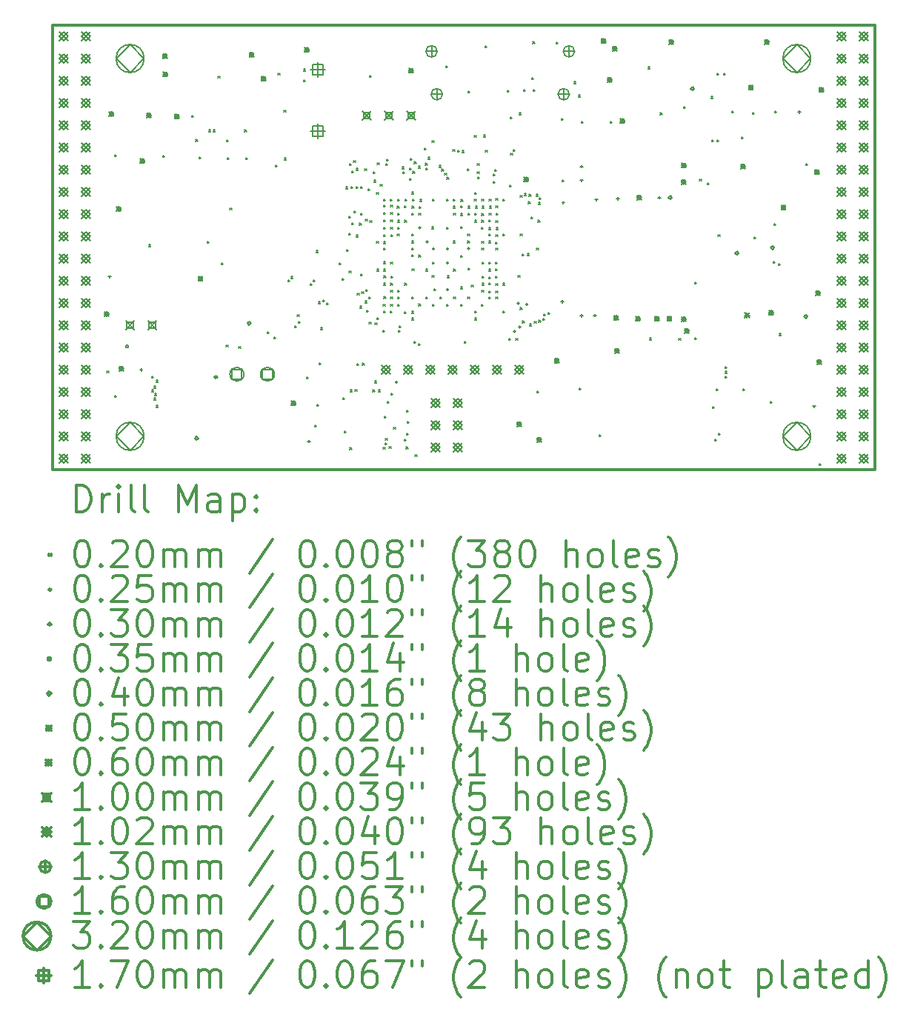
<source format=gbr>
%FSLAX45Y45*%
G04 Gerber Fmt 4.5, Leading zero omitted, Abs format (unit mm)*
G04 Created by KiCad (PCBNEW 5.0.0-rc3+dfsg1-1) date Sat Jul  7 09:59:42 2018*
%MOMM*%
%LPD*%
G01*
G04 APERTURE LIST*
%ADD10C,0.300000*%
%ADD11C,0.200000*%
G04 APERTURE END LIST*
D10*
X9410000Y-6142000D02*
X9410000Y-11222000D01*
X18808000Y-6142000D02*
X9410000Y-6142000D01*
X18808000Y-11222000D02*
X18808000Y-6142000D01*
X9410000Y-11222000D02*
X18808000Y-11222000D01*
D11*
X10035000Y-10094400D02*
X10055000Y-10114400D01*
X10055000Y-10094400D02*
X10035000Y-10114400D01*
X10123900Y-10373800D02*
X10143900Y-10393800D01*
X10143900Y-10373800D02*
X10123900Y-10393800D01*
X10125400Y-7619700D02*
X10145400Y-7639700D01*
X10145400Y-7619700D02*
X10125400Y-7639700D01*
X10514501Y-8649556D02*
X10534501Y-8669556D01*
X10534501Y-8649556D02*
X10514501Y-8669556D01*
X10545314Y-10310867D02*
X10565314Y-10330867D01*
X10565314Y-10310867D02*
X10545314Y-10330867D01*
X10547276Y-10151849D02*
X10567276Y-10171849D01*
X10567276Y-10151849D02*
X10547276Y-10171849D01*
X10574100Y-10266721D02*
X10594100Y-10286721D01*
X10594100Y-10266721D02*
X10574100Y-10286721D01*
X10574777Y-10403885D02*
X10594777Y-10423885D01*
X10594777Y-10403885D02*
X10574777Y-10423885D01*
X10579048Y-10351357D02*
X10599048Y-10371357D01*
X10599048Y-10351357D02*
X10579048Y-10371357D01*
X10597613Y-10199347D02*
X10617613Y-10219347D01*
X10617613Y-10199347D02*
X10597613Y-10219347D01*
X10598875Y-10487404D02*
X10618875Y-10507404D01*
X10618875Y-10487404D02*
X10598875Y-10507404D01*
X10671500Y-7632400D02*
X10691500Y-7652400D01*
X10691500Y-7632400D02*
X10671500Y-7652400D01*
X11001700Y-7175200D02*
X11021700Y-7195200D01*
X11021700Y-7175200D02*
X11001700Y-7195200D01*
X11049908Y-7448938D02*
X11069908Y-7468938D01*
X11069908Y-7448938D02*
X11049908Y-7468938D01*
X11090600Y-7645100D02*
X11110600Y-7665100D01*
X11110600Y-7645100D02*
X11090600Y-7665100D01*
X11179522Y-8615379D02*
X11199522Y-8635379D01*
X11199522Y-8615379D02*
X11179522Y-8635379D01*
X11197485Y-7337442D02*
X11217485Y-7357442D01*
X11217485Y-7337442D02*
X11197485Y-7357442D01*
X11251427Y-7337442D02*
X11271427Y-7357442D01*
X11271427Y-7337442D02*
X11251427Y-7357442D01*
X11305725Y-6724363D02*
X11325725Y-6744363D01*
X11325725Y-6724363D02*
X11305725Y-6744363D01*
X11344600Y-8857950D02*
X11364600Y-8877950D01*
X11364600Y-8857950D02*
X11344600Y-8877950D01*
X11397399Y-9798805D02*
X11417399Y-9818805D01*
X11417399Y-9798805D02*
X11397399Y-9818805D01*
X11400408Y-7451220D02*
X11420408Y-7471220D01*
X11420408Y-7451220D02*
X11400408Y-7471220D01*
X11408100Y-7657800D02*
X11428100Y-7677800D01*
X11428100Y-7657800D02*
X11408100Y-7677800D01*
X11441393Y-8230943D02*
X11461393Y-8250943D01*
X11461393Y-8230943D02*
X11441393Y-8250943D01*
X11541450Y-9816800D02*
X11561450Y-9836800D01*
X11561450Y-9816800D02*
X11541450Y-9836800D01*
X11609800Y-7337442D02*
X11629800Y-7357442D01*
X11629800Y-7337442D02*
X11609800Y-7357442D01*
X11624000Y-7657800D02*
X11644000Y-7677800D01*
X11644000Y-7657800D02*
X11624000Y-7677800D01*
X11869741Y-9643441D02*
X11889741Y-9663441D01*
X11889741Y-9643441D02*
X11869741Y-9663441D01*
X11941500Y-9702500D02*
X11961500Y-9722500D01*
X11961500Y-9702500D02*
X11941500Y-9722500D01*
X11959215Y-7739412D02*
X11979215Y-7759412D01*
X11979215Y-7739412D02*
X11959215Y-7759412D01*
X11990800Y-6690800D02*
X12010800Y-6710800D01*
X12010800Y-6690800D02*
X11990800Y-6710800D01*
X12056498Y-7112736D02*
X12076498Y-7132736D01*
X12076498Y-7112736D02*
X12056498Y-7132736D01*
X12063993Y-7659408D02*
X12083993Y-7679408D01*
X12083993Y-7659408D02*
X12063993Y-7679408D01*
X12106600Y-9054800D02*
X12126600Y-9074800D01*
X12126600Y-9054800D02*
X12106600Y-9074800D01*
X12139415Y-9013562D02*
X12159415Y-9033562D01*
X12159415Y-9013562D02*
X12139415Y-9033562D01*
X12182800Y-9575500D02*
X12202800Y-9595500D01*
X12202800Y-9575500D02*
X12182800Y-9595500D01*
X12210364Y-9448538D02*
X12230364Y-9468538D01*
X12230364Y-9448538D02*
X12210364Y-9468538D01*
X12220900Y-9524700D02*
X12240900Y-9544700D01*
X12240900Y-9524700D02*
X12220900Y-9544700D01*
X12282618Y-6643232D02*
X12302618Y-6663232D01*
X12302618Y-6643232D02*
X12282618Y-6663232D01*
X12284400Y-6768800D02*
X12304400Y-6788800D01*
X12304400Y-6768800D02*
X12284400Y-6788800D01*
X12317388Y-10161592D02*
X12337388Y-10181592D01*
X12337388Y-10161592D02*
X12317388Y-10181592D01*
X12360966Y-9096472D02*
X12380966Y-9116472D01*
X12380966Y-9096472D02*
X12360966Y-9116472D01*
X12391502Y-9053519D02*
X12411502Y-9073519D01*
X12411502Y-9053519D02*
X12391502Y-9073519D01*
X12410242Y-10710764D02*
X12430242Y-10730764D01*
X12430242Y-10710764D02*
X12410242Y-10730764D01*
X12426118Y-8717437D02*
X12446118Y-8737437D01*
X12446118Y-8717437D02*
X12426118Y-8737437D01*
X12426118Y-8717437D02*
X12446118Y-8737437D01*
X12446118Y-8717437D02*
X12426118Y-8737437D01*
X12434879Y-10477573D02*
X12454879Y-10497573D01*
X12454879Y-10477573D02*
X12434879Y-10497573D01*
X12453269Y-9302035D02*
X12473269Y-9322035D01*
X12473269Y-9302035D02*
X12453269Y-9322035D01*
X12460744Y-10002698D02*
X12480744Y-10022698D01*
X12480744Y-10002698D02*
X12460744Y-10022698D01*
X12474902Y-9600287D02*
X12494902Y-9620287D01*
X12494902Y-9600287D02*
X12474902Y-9620287D01*
X12501033Y-9279764D02*
X12521033Y-9299764D01*
X12521033Y-9279764D02*
X12501033Y-9299764D01*
X12542510Y-9313676D02*
X12562510Y-9333676D01*
X12562510Y-9313676D02*
X12542510Y-9333676D01*
X12687018Y-8855931D02*
X12707018Y-8875931D01*
X12707018Y-8855931D02*
X12687018Y-8875931D01*
X12720111Y-9035435D02*
X12740111Y-9055435D01*
X12740111Y-9035435D02*
X12720111Y-9055435D01*
X12731909Y-10397773D02*
X12751909Y-10417773D01*
X12751909Y-10397773D02*
X12731909Y-10417773D01*
X12748660Y-10777504D02*
X12768660Y-10797504D01*
X12768660Y-10777504D02*
X12748660Y-10797504D01*
X12764988Y-7989114D02*
X12784988Y-8009114D01*
X12784988Y-7989114D02*
X12764988Y-8009114D01*
X12771035Y-8708207D02*
X12791035Y-8728207D01*
X12791035Y-8708207D02*
X12771035Y-8728207D01*
X12796207Y-8322888D02*
X12816207Y-8342888D01*
X12816207Y-8322888D02*
X12796207Y-8342888D01*
X12799179Y-8517702D02*
X12819179Y-8537702D01*
X12819179Y-8517702D02*
X12799179Y-8537702D01*
X12803679Y-8951152D02*
X12823679Y-8971152D01*
X12823679Y-8951152D02*
X12803679Y-8971152D01*
X12805201Y-7723267D02*
X12825201Y-7743267D01*
X12825201Y-7723267D02*
X12805201Y-7743267D01*
X12811634Y-10971333D02*
X12831634Y-10991333D01*
X12831634Y-10971333D02*
X12811634Y-10991333D01*
X12814780Y-10310898D02*
X12834780Y-10330898D01*
X12834780Y-10310898D02*
X12814780Y-10330898D01*
X12822879Y-7985310D02*
X12842879Y-8005310D01*
X12842879Y-7985310D02*
X12822879Y-8005310D01*
X12834680Y-7807951D02*
X12854680Y-7827951D01*
X12854680Y-7807951D02*
X12834680Y-7827951D01*
X12835268Y-8401687D02*
X12855268Y-8421687D01*
X12855268Y-8401687D02*
X12835268Y-8421687D01*
X12854493Y-7691566D02*
X12874493Y-7711566D01*
X12874493Y-7691566D02*
X12854493Y-7711566D01*
X12859178Y-8263722D02*
X12879178Y-8283722D01*
X12879178Y-8263722D02*
X12859178Y-8283722D01*
X12870682Y-10308590D02*
X12890682Y-10328590D01*
X12890682Y-10308590D02*
X12870682Y-10328590D01*
X12880857Y-7988548D02*
X12900857Y-8008548D01*
X12900857Y-7988548D02*
X12880857Y-8008548D01*
X12881301Y-8540585D02*
X12901301Y-8560585D01*
X12901301Y-8540585D02*
X12881301Y-8560585D01*
X12886175Y-7777882D02*
X12906175Y-7797882D01*
X12906175Y-7777882D02*
X12886175Y-7797882D01*
X12890520Y-10007480D02*
X12910520Y-10027480D01*
X12910520Y-10007480D02*
X12890520Y-10027480D01*
X12895573Y-9206272D02*
X12915573Y-9226272D01*
X12915573Y-9206272D02*
X12895573Y-9226272D01*
X12920256Y-8405350D02*
X12940256Y-8425350D01*
X12940256Y-8405350D02*
X12920256Y-8425350D01*
X12926203Y-9354578D02*
X12946203Y-9374578D01*
X12946203Y-9354578D02*
X12926203Y-9374578D01*
X12933760Y-7984679D02*
X12953760Y-8004679D01*
X12953760Y-7984679D02*
X12933760Y-8004679D01*
X12934924Y-8983794D02*
X12954924Y-9003794D01*
X12954924Y-8983794D02*
X12934924Y-9003794D01*
X12935809Y-8290406D02*
X12955809Y-8310406D01*
X12955809Y-8290406D02*
X12935809Y-8310406D01*
X12946857Y-9190566D02*
X12966857Y-9210566D01*
X12966857Y-9190566D02*
X12946857Y-9210566D01*
X12956000Y-10005500D02*
X12976000Y-10025500D01*
X12976000Y-10005500D02*
X12956000Y-10025500D01*
X12982095Y-7781082D02*
X13002095Y-7801082D01*
X13002095Y-7781082D02*
X12982095Y-7801082D01*
X12987271Y-9293510D02*
X13007271Y-9313510D01*
X13007271Y-9293510D02*
X12987271Y-9313510D01*
X12989202Y-8359151D02*
X13009202Y-8379151D01*
X13009202Y-8359151D02*
X12989202Y-8379151D01*
X12991955Y-9163298D02*
X13011955Y-9183298D01*
X13011955Y-9163298D02*
X12991955Y-9183298D01*
X13002337Y-9402267D02*
X13022337Y-9422267D01*
X13022337Y-9402267D02*
X13002337Y-9422267D01*
X13017215Y-8013821D02*
X13037215Y-8033821D01*
X13037215Y-8013821D02*
X13017215Y-8033821D01*
X13028454Y-9248473D02*
X13048454Y-9268473D01*
X13048454Y-9248473D02*
X13028454Y-9268473D01*
X13032200Y-9535600D02*
X13052200Y-9555600D01*
X13052200Y-9535600D02*
X13032200Y-9555600D01*
X13033700Y-6718000D02*
X13053700Y-6738000D01*
X13053700Y-6718000D02*
X13033700Y-6738000D01*
X13038793Y-8376986D02*
X13058793Y-8396986D01*
X13058793Y-8376986D02*
X13038793Y-8396986D01*
X13073948Y-10310899D02*
X13093948Y-10330899D01*
X13093948Y-10310899D02*
X13073948Y-10330899D01*
X13077859Y-7815329D02*
X13097859Y-7835329D01*
X13097859Y-7815329D02*
X13077859Y-7835329D01*
X13085264Y-7914901D02*
X13105264Y-7934901D01*
X13105264Y-7914901D02*
X13085264Y-7934901D01*
X13093907Y-10208700D02*
X13113907Y-10228700D01*
X13113907Y-10208700D02*
X13093907Y-10228700D01*
X13098471Y-9546418D02*
X13118471Y-9566418D01*
X13118471Y-9546418D02*
X13098471Y-9566418D01*
X13116430Y-8612711D02*
X13136430Y-8632711D01*
X13136430Y-8612711D02*
X13116430Y-8632711D01*
X13116518Y-8052178D02*
X13136518Y-8072178D01*
X13136518Y-8052178D02*
X13116518Y-8072178D01*
X13117950Y-8930733D02*
X13137950Y-8950733D01*
X13137950Y-8930733D02*
X13117950Y-8950733D01*
X13121616Y-9485914D02*
X13141616Y-9505914D01*
X13141616Y-9485914D02*
X13121616Y-9505914D01*
X13125345Y-7716470D02*
X13145345Y-7736470D01*
X13145345Y-7716470D02*
X13125345Y-7736470D01*
X13135385Y-10310829D02*
X13155385Y-10330829D01*
X13155385Y-10310829D02*
X13135385Y-10330829D01*
X13157757Y-7959799D02*
X13177757Y-7979799D01*
X13177757Y-7959799D02*
X13157757Y-7979799D01*
X13188633Y-9630479D02*
X13208633Y-9650479D01*
X13208633Y-9630479D02*
X13188633Y-9650479D01*
X13192441Y-10966678D02*
X13212441Y-10986678D01*
X13212441Y-10966678D02*
X13192441Y-10986678D01*
X13193199Y-9330000D02*
X13213199Y-9350000D01*
X13213199Y-9330000D02*
X13193199Y-9350000D01*
X13197562Y-8931064D02*
X13217562Y-8951064D01*
X13217562Y-8931064D02*
X13197562Y-8951064D01*
X13197734Y-9090201D02*
X13217734Y-9110201D01*
X13217734Y-9090201D02*
X13197734Y-9110201D01*
X13197902Y-8284734D02*
X13217902Y-8304734D01*
X13217902Y-8284734D02*
X13197902Y-8304734D01*
X13197999Y-8200333D02*
X13217999Y-8220333D01*
X13217999Y-8200333D02*
X13197999Y-8220333D01*
X13198000Y-8690000D02*
X13218000Y-8710000D01*
X13218000Y-8690000D02*
X13198000Y-8710000D01*
X13198000Y-9410000D02*
X13218000Y-9430000D01*
X13218000Y-9410000D02*
X13198000Y-9430000D01*
X13198303Y-8616041D02*
X13218303Y-8636041D01*
X13218303Y-8616041D02*
X13198303Y-8636041D01*
X13198368Y-8369136D02*
X13218368Y-8389136D01*
X13218368Y-8369136D02*
X13198368Y-8389136D01*
X13198405Y-8845827D02*
X13218405Y-8865827D01*
X13218405Y-8845827D02*
X13198405Y-8865827D01*
X13198801Y-8130801D02*
X13218801Y-8150801D01*
X13218801Y-8130801D02*
X13198801Y-8150801D01*
X13198979Y-8537938D02*
X13218979Y-8557938D01*
X13218979Y-8537938D02*
X13198979Y-8557938D01*
X13199289Y-8453537D02*
X13219289Y-8473537D01*
X13219289Y-8453537D02*
X13199289Y-8473537D01*
X13200000Y-9005799D02*
X13220000Y-9025799D01*
X13220000Y-9005799D02*
X13200000Y-9025799D01*
X13201075Y-9242748D02*
X13221075Y-9262748D01*
X13221075Y-9242748D02*
X13201075Y-9262748D01*
X13206286Y-10608587D02*
X13226286Y-10628587D01*
X13226286Y-10608587D02*
X13206286Y-10628587D01*
X13211973Y-10917729D02*
X13231973Y-10937729D01*
X13231973Y-10917729D02*
X13211973Y-10937729D01*
X13218587Y-10865445D02*
X13238587Y-10885445D01*
X13238587Y-10865445D02*
X13218587Y-10885445D01*
X13220903Y-7724256D02*
X13240903Y-7744256D01*
X13240903Y-7724256D02*
X13220903Y-7744256D01*
X13232873Y-7672932D02*
X13252873Y-7692932D01*
X13252873Y-7672932D02*
X13232873Y-7692932D01*
X13236800Y-10440341D02*
X13256800Y-10460341D01*
X13256800Y-10440341D02*
X13236800Y-10460341D01*
X13260800Y-10958000D02*
X13280800Y-10978000D01*
X13280800Y-10958000D02*
X13260800Y-10978000D01*
X13272048Y-8130098D02*
X13292048Y-8150098D01*
X13292048Y-8130098D02*
X13272048Y-8150098D01*
X13274623Y-9409707D02*
X13294623Y-9429707D01*
X13294623Y-9409707D02*
X13274623Y-9429707D01*
X13277261Y-8284735D02*
X13297261Y-8304735D01*
X13297261Y-8284735D02*
X13277261Y-8304735D01*
X13278000Y-8200334D02*
X13298000Y-8220334D01*
X13298000Y-8200334D02*
X13278000Y-8220334D01*
X13278000Y-8850000D02*
X13298000Y-8870000D01*
X13298000Y-8850000D02*
X13278000Y-8870000D01*
X13278000Y-9090000D02*
X13298000Y-9110000D01*
X13298000Y-9090000D02*
X13278000Y-9110000D01*
X13278000Y-9170000D02*
X13298000Y-9190000D01*
X13298000Y-9170000D02*
X13278000Y-9190000D01*
X13278000Y-9250000D02*
X13298000Y-9270000D01*
X13298000Y-9250000D02*
X13278000Y-9270000D01*
X13278000Y-9330000D02*
X13298000Y-9350000D01*
X13298000Y-9330000D02*
X13278000Y-9350000D01*
X13278175Y-8369136D02*
X13298175Y-8389136D01*
X13298175Y-8369136D02*
X13278175Y-8389136D01*
X13278218Y-8453537D02*
X13298218Y-8473537D01*
X13298218Y-8453537D02*
X13278218Y-8473537D01*
X13279688Y-8536938D02*
X13299688Y-8556938D01*
X13299688Y-8536938D02*
X13279688Y-8556938D01*
X13280000Y-9008000D02*
X13300000Y-9028000D01*
X13300000Y-9008000D02*
X13280000Y-9028000D01*
X13282849Y-10350134D02*
X13302849Y-10370134D01*
X13302849Y-10350134D02*
X13282849Y-10370134D01*
X13311600Y-10736500D02*
X13331600Y-10756500D01*
X13331600Y-10736500D02*
X13311600Y-10756500D01*
X13352314Y-8526642D02*
X13372314Y-8546642D01*
X13372314Y-8526642D02*
X13352314Y-8546642D01*
X13354839Y-8209060D02*
X13374839Y-8229060D01*
X13374839Y-8209060D02*
X13354839Y-8229060D01*
X13356449Y-8131468D02*
X13376449Y-8151468D01*
X13376449Y-8131468D02*
X13356449Y-8151468D01*
X13357194Y-8449520D02*
X13377194Y-8469520D01*
X13377194Y-8449520D02*
X13357194Y-8469520D01*
X13358000Y-8290000D02*
X13378000Y-8310000D01*
X13378000Y-8290000D02*
X13358000Y-8310000D01*
X13358000Y-8370000D02*
X13378000Y-8390000D01*
X13378000Y-8370000D02*
X13358000Y-8390000D01*
X13358000Y-9170000D02*
X13378000Y-9190000D01*
X13378000Y-9170000D02*
X13358000Y-9190000D01*
X13358000Y-9250000D02*
X13378000Y-9270000D01*
X13378000Y-9250000D02*
X13358000Y-9270000D01*
X13358548Y-9330230D02*
X13378548Y-9350230D01*
X13378548Y-9330230D02*
X13358548Y-9350230D01*
X13366285Y-9629515D02*
X13386285Y-9649515D01*
X13386285Y-9629515D02*
X13366285Y-9649515D01*
X13375239Y-9577580D02*
X13395239Y-9597580D01*
X13395239Y-9577580D02*
X13375239Y-9597580D01*
X13407730Y-7762109D02*
X13427730Y-7782109D01*
X13427730Y-7762109D02*
X13407730Y-7782109D01*
X13415018Y-7815381D02*
X13435018Y-7835381D01*
X13435018Y-7815381D02*
X13415018Y-7835381D01*
X13433398Y-8208015D02*
X13453398Y-8228015D01*
X13453398Y-8208015D02*
X13433398Y-8228015D01*
X13435582Y-9416717D02*
X13455582Y-9436717D01*
X13455582Y-9416717D02*
X13435582Y-9436717D01*
X13436400Y-10874197D02*
X13456400Y-10894197D01*
X13456400Y-10874197D02*
X13436400Y-10894197D01*
X13438000Y-8370000D02*
X13458000Y-8390000D01*
X13458000Y-8370000D02*
X13438000Y-8390000D01*
X13438000Y-9090000D02*
X13458000Y-9110000D01*
X13458000Y-9090000D02*
X13438000Y-9110000D01*
X13440850Y-8130675D02*
X13460850Y-8150675D01*
X13460850Y-8130675D02*
X13440850Y-8150675D01*
X13453687Y-10961995D02*
X13473687Y-10981995D01*
X13473687Y-10961995D02*
X13453687Y-10981995D01*
X13457587Y-10803159D02*
X13477587Y-10823159D01*
X13477587Y-10803159D02*
X13457587Y-10823159D01*
X13460735Y-10540845D02*
X13480735Y-10560845D01*
X13480735Y-10540845D02*
X13460735Y-10560845D01*
X13465065Y-10671051D02*
X13485065Y-10691051D01*
X13485065Y-10671051D02*
X13465065Y-10691051D01*
X13492132Y-7892495D02*
X13512132Y-7912495D01*
X13512132Y-7892495D02*
X13492132Y-7912495D01*
X13493478Y-7773120D02*
X13513478Y-7793120D01*
X13513478Y-7773120D02*
X13493478Y-7793120D01*
X13502968Y-7663013D02*
X13522968Y-7683013D01*
X13522968Y-7663013D02*
X13502968Y-7683013D01*
X13516300Y-8762700D02*
X13536300Y-8782700D01*
X13536300Y-8762700D02*
X13516300Y-8782700D01*
X13518000Y-8292201D02*
X13538000Y-8312201D01*
X13538000Y-8292201D02*
X13518000Y-8312201D01*
X13518000Y-8530000D02*
X13538000Y-8550000D01*
X13538000Y-8530000D02*
X13518000Y-8550000D01*
X13518000Y-8610000D02*
X13538000Y-8630000D01*
X13538000Y-8610000D02*
X13518000Y-8630000D01*
X13518000Y-8690000D02*
X13538000Y-8710000D01*
X13538000Y-8690000D02*
X13518000Y-8710000D01*
X13518000Y-9250000D02*
X13538000Y-9270000D01*
X13538000Y-9250000D02*
X13518000Y-9270000D01*
X13518128Y-8048312D02*
X13538128Y-8068312D01*
X13538128Y-8048312D02*
X13518128Y-8068312D01*
X13518463Y-9488530D02*
X13538463Y-9508530D01*
X13538463Y-9488530D02*
X13518463Y-9508530D01*
X13518862Y-9412562D02*
X13538862Y-9432562D01*
X13538862Y-9412562D02*
X13518862Y-9432562D01*
X13521538Y-8209385D02*
X13541538Y-8229385D01*
X13541538Y-8209385D02*
X13521538Y-8229385D01*
X13524276Y-8928163D02*
X13544276Y-8948163D01*
X13544276Y-8928163D02*
X13524276Y-8948163D01*
X13525957Y-8129544D02*
X13545957Y-8149544D01*
X13545957Y-8129544D02*
X13525957Y-8149544D01*
X13531439Y-7812965D02*
X13551439Y-7832965D01*
X13551439Y-7812965D02*
X13531439Y-7832965D01*
X13541700Y-9753300D02*
X13561700Y-9773300D01*
X13561700Y-9753300D02*
X13541700Y-9773300D01*
X13548770Y-7704070D02*
X13568770Y-7724070D01*
X13568770Y-7704070D02*
X13548770Y-7724070D01*
X13555656Y-11051071D02*
X13575656Y-11071071D01*
X13575656Y-11051071D02*
X13555656Y-11071071D01*
X13594882Y-7754550D02*
X13614882Y-7774550D01*
X13614882Y-7754550D02*
X13594882Y-7774550D01*
X13595027Y-9781423D02*
X13615027Y-9801423D01*
X13615027Y-9781423D02*
X13595027Y-9801423D01*
X13598000Y-8290000D02*
X13618000Y-8310000D01*
X13618000Y-8290000D02*
X13598000Y-8310000D01*
X13598000Y-8770000D02*
X13618000Y-8790000D01*
X13618000Y-8770000D02*
X13598000Y-8790000D01*
X13599596Y-9326965D02*
X13619596Y-9346965D01*
X13619596Y-9326965D02*
X13599596Y-9346965D01*
X13602455Y-8216004D02*
X13622455Y-8236004D01*
X13622455Y-8216004D02*
X13602455Y-8236004D01*
X13613334Y-8133723D02*
X13633334Y-8153723D01*
X13633334Y-8133723D02*
X13613334Y-8153723D01*
X13664259Y-7547941D02*
X13684259Y-7567941D01*
X13684259Y-7547941D02*
X13664259Y-7567941D01*
X13676320Y-7718760D02*
X13696320Y-7738760D01*
X13696320Y-7718760D02*
X13676320Y-7738760D01*
X13678000Y-8930000D02*
X13698000Y-8950000D01*
X13698000Y-8930000D02*
X13678000Y-8950000D01*
X13678000Y-9250000D02*
X13698000Y-9270000D01*
X13698000Y-9250000D02*
X13678000Y-9270000D01*
X13679461Y-7776107D02*
X13699461Y-7796107D01*
X13699461Y-7776107D02*
X13679461Y-7796107D01*
X13707437Y-7652487D02*
X13727437Y-7672487D01*
X13727437Y-7652487D02*
X13707437Y-7672487D01*
X13745078Y-8447729D02*
X13765078Y-8467729D01*
X13765078Y-8447729D02*
X13745078Y-8467729D01*
X13752489Y-9002290D02*
X13772489Y-9022290D01*
X13772489Y-9002290D02*
X13752489Y-9022290D01*
X13752520Y-7459680D02*
X13772520Y-7479680D01*
X13772520Y-7459680D02*
X13752520Y-7479680D01*
X13758000Y-8130000D02*
X13778000Y-8150000D01*
X13778000Y-8130000D02*
X13758000Y-8150000D01*
X13758000Y-8850000D02*
X13778000Y-8870000D01*
X13778000Y-8850000D02*
X13758000Y-8870000D01*
X13758000Y-9330000D02*
X13778000Y-9350000D01*
X13778000Y-9330000D02*
X13758000Y-9350000D01*
X13770300Y-9156400D02*
X13790300Y-9176400D01*
X13790300Y-9156400D02*
X13770300Y-9176400D01*
X13830592Y-7745154D02*
X13850592Y-7765154D01*
X13850592Y-7745154D02*
X13830592Y-7765154D01*
X13838000Y-9250000D02*
X13858000Y-9270000D01*
X13858000Y-9250000D02*
X13838000Y-9270000D01*
X13862293Y-7788159D02*
X13882293Y-7808159D01*
X13882293Y-7788159D02*
X13862293Y-7808159D01*
X13893994Y-7831909D02*
X13913994Y-7851909D01*
X13913994Y-7831909D02*
X13893994Y-7851909D01*
X13910000Y-6603700D02*
X13930000Y-6623700D01*
X13930000Y-6603700D02*
X13910000Y-6623700D01*
X13917252Y-8451135D02*
X13937252Y-8471135D01*
X13937252Y-8451135D02*
X13917252Y-8471135D01*
X13918000Y-8130000D02*
X13938000Y-8150000D01*
X13938000Y-8130000D02*
X13918000Y-8150000D01*
X13918000Y-9330000D02*
X13938000Y-9350000D01*
X13938000Y-9330000D02*
X13918000Y-9350000D01*
X13921466Y-7881869D02*
X13941466Y-7901869D01*
X13941466Y-7881869D02*
X13921466Y-7901869D01*
X13922232Y-9006404D02*
X13942232Y-9026404D01*
X13942232Y-9006404D02*
X13922232Y-9026404D01*
X13989274Y-7564800D02*
X14009274Y-7584800D01*
X14009274Y-7564800D02*
X13989274Y-7584800D01*
X13991460Y-8609297D02*
X14011460Y-8629297D01*
X14011460Y-8609297D02*
X13991460Y-8629297D01*
X13992898Y-8130000D02*
X14012898Y-8150000D01*
X14012898Y-8130000D02*
X13992898Y-8150000D01*
X13992898Y-8210000D02*
X14012898Y-8230000D01*
X14012898Y-8210000D02*
X13992898Y-8230000D01*
X13996000Y-8292000D02*
X14016000Y-8312000D01*
X14016000Y-8292000D02*
X13996000Y-8312000D01*
X13998000Y-8930000D02*
X14018000Y-8950000D01*
X14018000Y-8930000D02*
X13998000Y-8950000D01*
X13998000Y-9250000D02*
X14018000Y-9270000D01*
X14018000Y-9250000D02*
X13998000Y-9270000D01*
X14041773Y-7569399D02*
X14061773Y-7589399D01*
X14061773Y-7569399D02*
X14041773Y-7589399D01*
X14076133Y-8294127D02*
X14096133Y-8314127D01*
X14096133Y-8294127D02*
X14076133Y-8314127D01*
X14077299Y-8207716D02*
X14097299Y-8227716D01*
X14097299Y-8207716D02*
X14077299Y-8227716D01*
X14077419Y-9133335D02*
X14097419Y-9153335D01*
X14097419Y-9133335D02*
X14077419Y-9153335D01*
X14077693Y-8445254D02*
X14097693Y-8465254D01*
X14097693Y-8445254D02*
X14077693Y-8465254D01*
X14078000Y-9330000D02*
X14098000Y-9350000D01*
X14098000Y-9330000D02*
X14078000Y-9350000D01*
X14079623Y-8771623D02*
X14099623Y-8791623D01*
X14099623Y-8771623D02*
X14079623Y-8791623D01*
X14082264Y-8134744D02*
X14102264Y-8154744D01*
X14102264Y-8134744D02*
X14082264Y-8154744D01*
X14094211Y-7574661D02*
X14114211Y-7594661D01*
X14114211Y-7574661D02*
X14094211Y-7594661D01*
X14118066Y-9754201D02*
X14138066Y-9774201D01*
X14138066Y-9754201D02*
X14118066Y-9774201D01*
X14152481Y-7781450D02*
X14172481Y-7801450D01*
X14172481Y-7781450D02*
X14152481Y-7801450D01*
X14158000Y-8530000D02*
X14178000Y-8550000D01*
X14178000Y-8530000D02*
X14158000Y-8550000D01*
X14158000Y-8610000D02*
X14178000Y-8630000D01*
X14178000Y-8610000D02*
X14158000Y-8630000D01*
X14158000Y-9250000D02*
X14178000Y-9270000D01*
X14178000Y-9250000D02*
X14158000Y-9270000D01*
X14162701Y-8209494D02*
X14182701Y-8229494D01*
X14182701Y-8209494D02*
X14162701Y-8229494D01*
X14162701Y-8289887D02*
X14182701Y-8309887D01*
X14182701Y-8289887D02*
X14162701Y-8309887D01*
X14164000Y-8915099D02*
X14184000Y-8935099D01*
X14184000Y-8915099D02*
X14164000Y-8935099D01*
X14164285Y-6893836D02*
X14184285Y-6913836D01*
X14184285Y-6893836D02*
X14164285Y-6913836D01*
X14200722Y-9110102D02*
X14220722Y-9130102D01*
X14220722Y-9110102D02*
X14200722Y-9130102D01*
X14233699Y-7403800D02*
X14253699Y-7423800D01*
X14253699Y-7403800D02*
X14233699Y-7423800D01*
X14235032Y-8132000D02*
X14255032Y-8152000D01*
X14255032Y-8132000D02*
X14235032Y-8152000D01*
X14236000Y-8052000D02*
X14256000Y-8072000D01*
X14256000Y-8052000D02*
X14236000Y-8072000D01*
X14236000Y-8292000D02*
X14256000Y-8312000D01*
X14256000Y-8292000D02*
X14236000Y-8312000D01*
X14238000Y-8370000D02*
X14258000Y-8390000D01*
X14258000Y-8370000D02*
X14238000Y-8390000D01*
X14238000Y-9410000D02*
X14258000Y-9430000D01*
X14258000Y-9410000D02*
X14238000Y-9430000D01*
X14238000Y-9490000D02*
X14258000Y-9510000D01*
X14258000Y-9490000D02*
X14238000Y-9510000D01*
X14247102Y-8210435D02*
X14267102Y-8230435D01*
X14267102Y-8210435D02*
X14247102Y-8230435D01*
X14268441Y-7818307D02*
X14288441Y-7838307D01*
X14288441Y-7818307D02*
X14268441Y-7838307D01*
X14268583Y-7724192D02*
X14288583Y-7744192D01*
X14288583Y-7724192D02*
X14268583Y-7744192D01*
X14271130Y-7874603D02*
X14291130Y-7894603D01*
X14291130Y-7874603D02*
X14271130Y-7894603D01*
X14316000Y-8452000D02*
X14336000Y-8472000D01*
X14336000Y-8452000D02*
X14316000Y-8472000D01*
X14316969Y-9331491D02*
X14336969Y-9351491D01*
X14336969Y-9331491D02*
X14316969Y-9351491D01*
X14318000Y-8370000D02*
X14338000Y-8390000D01*
X14338000Y-8370000D02*
X14318000Y-8390000D01*
X14318000Y-8690000D02*
X14338000Y-8710000D01*
X14338000Y-8690000D02*
X14318000Y-8710000D01*
X14318000Y-9170000D02*
X14338000Y-9190000D01*
X14338000Y-9170000D02*
X14318000Y-9190000D01*
X14318740Y-8294201D02*
X14338740Y-8314201D01*
X14338740Y-8294201D02*
X14318740Y-8314201D01*
X14319433Y-8127729D02*
X14339433Y-8147729D01*
X14339433Y-8127729D02*
X14319433Y-8147729D01*
X14320000Y-8612000D02*
X14340000Y-8632000D01*
X14340000Y-8612000D02*
X14320000Y-8632000D01*
X14322201Y-8849503D02*
X14342201Y-8869503D01*
X14342201Y-8849503D02*
X14322201Y-8869503D01*
X14322201Y-9010195D02*
X14342201Y-9030195D01*
X14342201Y-9010195D02*
X14322201Y-9030195D01*
X14322201Y-9090066D02*
X14342201Y-9110066D01*
X14342201Y-9090066D02*
X14322201Y-9110066D01*
X14323265Y-8209799D02*
X14343265Y-8229799D01*
X14343265Y-8209799D02*
X14323265Y-8229799D01*
X14341800Y-7397450D02*
X14361800Y-7417450D01*
X14361800Y-7397450D02*
X14341800Y-7417450D01*
X14355067Y-6376252D02*
X14375067Y-6396252D01*
X14375067Y-6376252D02*
X14355067Y-6396252D01*
X14360888Y-7571730D02*
X14380888Y-7591730D01*
X14380888Y-7571730D02*
X14360888Y-7591730D01*
X14396483Y-9177765D02*
X14416483Y-9197765D01*
X14416483Y-9177765D02*
X14396483Y-9197765D01*
X14397624Y-8929530D02*
X14417624Y-8949530D01*
X14417624Y-8929530D02*
X14397624Y-8949530D01*
X14397701Y-9016697D02*
X14417701Y-9036697D01*
X14417701Y-9016697D02*
X14397701Y-9036697D01*
X14398000Y-8610000D02*
X14418000Y-8630000D01*
X14418000Y-8610000D02*
X14398000Y-8630000D01*
X14398000Y-9085650D02*
X14418000Y-9105650D01*
X14418000Y-9085650D02*
X14398000Y-9105650D01*
X14398283Y-8848451D02*
X14418283Y-8868451D01*
X14418283Y-8848451D02*
X14398283Y-8868451D01*
X14400201Y-8529722D02*
X14420201Y-8549722D01*
X14420201Y-8529722D02*
X14400201Y-8549722D01*
X14400319Y-8367799D02*
X14420319Y-8387799D01*
X14420319Y-8367799D02*
X14400319Y-8387799D01*
X14400350Y-8456040D02*
X14420350Y-8476040D01*
X14420350Y-8456040D02*
X14400350Y-8476040D01*
X14401325Y-9248876D02*
X14421325Y-9268876D01*
X14421325Y-9248876D02*
X14401325Y-9268876D01*
X14403141Y-8290000D02*
X14423141Y-8310000D01*
X14423141Y-8290000D02*
X14403141Y-8310000D01*
X14403835Y-8128377D02*
X14423835Y-8148377D01*
X14423835Y-8128377D02*
X14403835Y-8148377D01*
X14407666Y-8210000D02*
X14427666Y-8230000D01*
X14427666Y-8210000D02*
X14407666Y-8230000D01*
X14450634Y-7841735D02*
X14470634Y-7861735D01*
X14470634Y-7841735D02*
X14450634Y-7861735D01*
X14450634Y-7926136D02*
X14470634Y-7946136D01*
X14470634Y-7926136D02*
X14450634Y-7946136D01*
X14469153Y-7792394D02*
X14489153Y-7812394D01*
X14489153Y-7792394D02*
X14469153Y-7812394D01*
X14475676Y-8924990D02*
X14495676Y-8944990D01*
X14495676Y-8924990D02*
X14475676Y-8944990D01*
X14476724Y-9009392D02*
X14496724Y-9029392D01*
X14496724Y-9009392D02*
X14476724Y-9029392D01*
X14477515Y-8619275D02*
X14497515Y-8639275D01*
X14497515Y-8619275D02*
X14477515Y-8639275D01*
X14477765Y-8852201D02*
X14497765Y-8872201D01*
X14497765Y-8852201D02*
X14477765Y-8872201D01*
X14478235Y-9247799D02*
X14498235Y-9267799D01*
X14498235Y-9247799D02*
X14478235Y-9267799D01*
X14478778Y-8123192D02*
X14498778Y-8143192D01*
X14498778Y-8123192D02*
X14478778Y-8143192D01*
X14478812Y-8207593D02*
X14498812Y-8227593D01*
X14498812Y-8207593D02*
X14478812Y-8227593D01*
X14478935Y-8534874D02*
X14498935Y-8554874D01*
X14498935Y-8534874D02*
X14478935Y-8554874D01*
X14479160Y-9178194D02*
X14499160Y-9198194D01*
X14499160Y-9178194D02*
X14479160Y-9198194D01*
X14479432Y-8687756D02*
X14499432Y-8707756D01*
X14499432Y-8687756D02*
X14479432Y-8707756D01*
X14479670Y-8376395D02*
X14499670Y-8396395D01*
X14499670Y-8376395D02*
X14479670Y-8396395D01*
X14480294Y-9093793D02*
X14500294Y-9113793D01*
X14500294Y-9093793D02*
X14480294Y-9113793D01*
X14481241Y-8455796D02*
X14501241Y-8475796D01*
X14501241Y-8455796D02*
X14481241Y-8475796D01*
X14481689Y-8291994D02*
X14501689Y-8311994D01*
X14501689Y-8291994D02*
X14481689Y-8311994D01*
X14557281Y-8529606D02*
X14577281Y-8549606D01*
X14577281Y-8529606D02*
X14557281Y-8549606D01*
X14558000Y-8130512D02*
X14578000Y-8150512D01*
X14578000Y-8130512D02*
X14558000Y-8150512D01*
X14558739Y-9089665D02*
X14578739Y-9109665D01*
X14578739Y-9089665D02*
X14558739Y-9109665D01*
X14559124Y-9406675D02*
X14579124Y-9426675D01*
X14579124Y-9406675D02*
X14559124Y-9426675D01*
X14613342Y-6884608D02*
X14633342Y-6904608D01*
X14633342Y-6884608D02*
X14613342Y-6904608D01*
X14629479Y-9723392D02*
X14649479Y-9743392D01*
X14649479Y-9723392D02*
X14629479Y-9743392D01*
X14638141Y-7971938D02*
X14658141Y-7991938D01*
X14658141Y-7971938D02*
X14638141Y-7991938D01*
X14646600Y-7187900D02*
X14666600Y-7207900D01*
X14666600Y-7187900D02*
X14646600Y-7207900D01*
X14648744Y-7607406D02*
X14668744Y-7627406D01*
X14668744Y-7607406D02*
X14648744Y-7627406D01*
X14680980Y-7560789D02*
X14700980Y-7580789D01*
X14700980Y-7560789D02*
X14680980Y-7580789D01*
X14707598Y-9723392D02*
X14727598Y-9743392D01*
X14727598Y-9723392D02*
X14707598Y-9743392D01*
X14733095Y-9001248D02*
X14753095Y-9021248D01*
X14753095Y-9001248D02*
X14733095Y-9021248D01*
X14748200Y-7143450D02*
X14768200Y-7163450D01*
X14768200Y-7143450D02*
X14748200Y-7163450D01*
X14758739Y-8527409D02*
X14778739Y-8547409D01*
X14778739Y-8527409D02*
X14758739Y-8547409D01*
X14758831Y-8088311D02*
X14778831Y-8108311D01*
X14778831Y-8088311D02*
X14758831Y-8108311D01*
X14760000Y-9372000D02*
X14780000Y-9392000D01*
X14780000Y-9372000D02*
X14760000Y-9392000D01*
X14781079Y-8758342D02*
X14801079Y-8778342D01*
X14801079Y-8758342D02*
X14781079Y-8778342D01*
X14782886Y-9523902D02*
X14802886Y-9543902D01*
X14802886Y-9523902D02*
X14782886Y-9543902D01*
X14799000Y-6876750D02*
X14819000Y-6896750D01*
X14819000Y-6876750D02*
X14799000Y-6896750D01*
X14807525Y-8068155D02*
X14827525Y-8088155D01*
X14827525Y-8068155D02*
X14807525Y-8088155D01*
X14838354Y-8752346D02*
X14858354Y-8772346D01*
X14858354Y-8752346D02*
X14838354Y-8772346D01*
X14851066Y-8160586D02*
X14871066Y-8180586D01*
X14871066Y-8160586D02*
X14851066Y-8180586D01*
X14859611Y-8076185D02*
X14879611Y-8096185D01*
X14879611Y-8076185D02*
X14859611Y-8096185D01*
X14864798Y-9556963D02*
X14884798Y-9576963D01*
X14884798Y-9556963D02*
X14864798Y-9576963D01*
X14882151Y-8334201D02*
X14902151Y-8354201D01*
X14902151Y-8334201D02*
X14882151Y-8354201D01*
X14887900Y-6742997D02*
X14907900Y-6762997D01*
X14907900Y-6742997D02*
X14887900Y-6762997D01*
X14903412Y-6332405D02*
X14923412Y-6352405D01*
X14923412Y-6332405D02*
X14903412Y-6352405D01*
X14906950Y-6876750D02*
X14926950Y-6896750D01*
X14926950Y-6876750D02*
X14906950Y-6896750D01*
X14918439Y-9527799D02*
X14938439Y-9547799D01*
X14938439Y-9527799D02*
X14918439Y-9547799D01*
X14942722Y-8073801D02*
X14962722Y-8093801D01*
X14962722Y-8073801D02*
X14942722Y-8093801D01*
X14945314Y-8688944D02*
X14965314Y-8708944D01*
X14965314Y-8688944D02*
X14945314Y-8708944D01*
X14947728Y-10322085D02*
X14967728Y-10342085D01*
X14967728Y-10322085D02*
X14947728Y-10342085D01*
X14963249Y-8370769D02*
X14983249Y-8390769D01*
X14983249Y-8370769D02*
X14963249Y-8390769D01*
X14968729Y-8167499D02*
X14988729Y-8187499D01*
X14988729Y-8167499D02*
X14968729Y-8187499D01*
X14969589Y-9515108D02*
X14989589Y-9535108D01*
X14989589Y-9515108D02*
X14969589Y-9535108D01*
X14975319Y-8115211D02*
X14995319Y-8135211D01*
X14995319Y-8115211D02*
X14975319Y-8135211D01*
X15017890Y-9494025D02*
X15037890Y-9514025D01*
X15037890Y-9494025D02*
X15017890Y-9514025D01*
X15024597Y-9441753D02*
X15044597Y-9461753D01*
X15044597Y-9441753D02*
X15024597Y-9461753D01*
X15078921Y-9423257D02*
X15098921Y-9443257D01*
X15098921Y-9423257D02*
X15078921Y-9443257D01*
X15167300Y-6337000D02*
X15187300Y-6357000D01*
X15187300Y-6337000D02*
X15167300Y-6357000D01*
X15230800Y-7206950D02*
X15250800Y-7226950D01*
X15250800Y-7206950D02*
X15230800Y-7226950D01*
X15239707Y-7909347D02*
X15259707Y-7929347D01*
X15259707Y-7909347D02*
X15239707Y-7929347D01*
X15370500Y-6789627D02*
X15390500Y-6809627D01*
X15390500Y-6789627D02*
X15370500Y-6809627D01*
X15421300Y-6940250D02*
X15441300Y-6960250D01*
X15441300Y-6940250D02*
X15421300Y-6960250D01*
X15432558Y-10288777D02*
X15452558Y-10308777D01*
X15452558Y-10288777D02*
X15432558Y-10308777D01*
X15459400Y-7238700D02*
X15479400Y-7258700D01*
X15479400Y-7238700D02*
X15459400Y-7258700D01*
X15662600Y-10820100D02*
X15682600Y-10840100D01*
X15682600Y-10820100D02*
X15662600Y-10840100D01*
X15789600Y-7238700D02*
X15809600Y-7258700D01*
X15809600Y-7238700D02*
X15789600Y-7258700D01*
X16217147Y-6618496D02*
X16237147Y-6638496D01*
X16237147Y-6618496D02*
X16217147Y-6638496D01*
X16234100Y-9717000D02*
X16254100Y-9737000D01*
X16254100Y-9717000D02*
X16234100Y-9737000D01*
X16360322Y-7144216D02*
X16380322Y-7164216D01*
X16380322Y-7144216D02*
X16360322Y-7164216D01*
X16570337Y-9724488D02*
X16590337Y-9744488D01*
X16590337Y-9724488D02*
X16570337Y-9744488D01*
X16625348Y-7073546D02*
X16645348Y-7093546D01*
X16645348Y-7073546D02*
X16625348Y-7093546D01*
X16754800Y-9080200D02*
X16774800Y-9100200D01*
X16774800Y-9080200D02*
X16754800Y-9100200D01*
X16754800Y-9715200D02*
X16774800Y-9735200D01*
X16774800Y-9715200D02*
X16754800Y-9735200D01*
X16806644Y-7900804D02*
X16826644Y-7920804D01*
X16826644Y-7900804D02*
X16806644Y-7920804D01*
X16894500Y-7943550D02*
X16914500Y-7963550D01*
X16914500Y-7943550D02*
X16894500Y-7963550D01*
X16941704Y-6958649D02*
X16961704Y-6978649D01*
X16961704Y-6958649D02*
X16941704Y-6978649D01*
X16945300Y-7454600D02*
X16965300Y-7474600D01*
X16965300Y-7454600D02*
X16945300Y-7474600D01*
X16958000Y-10502600D02*
X16978000Y-10522600D01*
X16978000Y-10502600D02*
X16958000Y-10522600D01*
X16983400Y-10870900D02*
X17003400Y-10890900D01*
X17003400Y-10870900D02*
X16983400Y-10890900D01*
X16996100Y-10299400D02*
X17016100Y-10319400D01*
X17016100Y-10299400D02*
X16996100Y-10319400D01*
X17008800Y-6692600D02*
X17028800Y-6712600D01*
X17028800Y-6692600D02*
X17008800Y-6712600D01*
X17008800Y-7454600D02*
X17028800Y-7474600D01*
X17028800Y-7454600D02*
X17008800Y-7474600D01*
X17020954Y-8534153D02*
X17040954Y-8554153D01*
X17040954Y-8534153D02*
X17020954Y-8554153D01*
X17021500Y-10807400D02*
X17041500Y-10827400D01*
X17041500Y-10807400D02*
X17021500Y-10827400D01*
X17085000Y-6692600D02*
X17105000Y-6712600D01*
X17105000Y-6692600D02*
X17085000Y-6712600D01*
X17098912Y-10045982D02*
X17118912Y-10065982D01*
X17118912Y-10045982D02*
X17098912Y-10065982D01*
X17098912Y-10098683D02*
X17118912Y-10118683D01*
X17118912Y-10098683D02*
X17098912Y-10118683D01*
X17098912Y-10155324D02*
X17118912Y-10175324D01*
X17118912Y-10155324D02*
X17098912Y-10175324D01*
X17173900Y-7124400D02*
X17193900Y-7144400D01*
X17193900Y-7124400D02*
X17173900Y-7144400D01*
X17288200Y-7416500D02*
X17308200Y-7436500D01*
X17308200Y-7416500D02*
X17288200Y-7436500D01*
X17300900Y-10299400D02*
X17320900Y-10319400D01*
X17320900Y-10299400D02*
X17300900Y-10319400D01*
X17415200Y-7137100D02*
X17435200Y-7157100D01*
X17435200Y-7137100D02*
X17415200Y-7157100D01*
X17427900Y-8564300D02*
X17447900Y-8584300D01*
X17447900Y-8564300D02*
X17427900Y-8584300D01*
X17618400Y-10439100D02*
X17638400Y-10459100D01*
X17638400Y-10439100D02*
X17618400Y-10459100D01*
X17650543Y-8840716D02*
X17670543Y-8860716D01*
X17670543Y-8840716D02*
X17650543Y-8860716D01*
X17660000Y-8412000D02*
X17680000Y-8432000D01*
X17680000Y-8412000D02*
X17660000Y-8432000D01*
X17669708Y-7124179D02*
X17689708Y-7144179D01*
X17689708Y-7124179D02*
X17669708Y-7144179D01*
X17708899Y-8866403D02*
X17728899Y-8886403D01*
X17728899Y-8866403D02*
X17708899Y-8886403D01*
X17718798Y-9667866D02*
X17738798Y-9687866D01*
X17738798Y-9667866D02*
X17718798Y-9687866D01*
X18024078Y-7721693D02*
X18044078Y-7741693D01*
X18044078Y-7721693D02*
X18024078Y-7741693D01*
X18177200Y-11150300D02*
X18197200Y-11170300D01*
X18197200Y-11150300D02*
X18177200Y-11170300D01*
X13357629Y-10223262D02*
G75*
G03X13357629Y-10223262I-12700J0D01*
G01*
X13620700Y-8460000D02*
G75*
G03X13620700Y-8460000I-12700J0D01*
G01*
X13706511Y-8619631D02*
G75*
G03X13706511Y-8619631I-12700J0D01*
G01*
X13780700Y-8700000D02*
G75*
G03X13780700Y-8700000I-12700J0D01*
G01*
X13939164Y-9161521D02*
G75*
G03X13939164Y-9161521I-12700J0D01*
G01*
X13940700Y-8700000D02*
G75*
G03X13940700Y-8700000I-12700J0D01*
G01*
X13940700Y-8860000D02*
G75*
G03X13940700Y-8860000I-12700J0D01*
G01*
X14180298Y-8698652D02*
G75*
G03X14180298Y-8698652I-12700J0D01*
G01*
X14706928Y-9645206D02*
G75*
G03X14706928Y-9645206I-12700J0D01*
G01*
X14747089Y-9321713D02*
G75*
G03X14747089Y-9321713I-12700J0D01*
G01*
X14766147Y-9591326D02*
G75*
G03X14766147Y-9591326I-12700J0D01*
G01*
X14847601Y-9332231D02*
G75*
G03X14847601Y-9332231I-12700J0D01*
G01*
X10065212Y-9001224D02*
X10065212Y-9031224D01*
X10050212Y-9016224D02*
X10080212Y-9016224D01*
X10426000Y-10064000D02*
X10426000Y-10094000D01*
X10411000Y-10079000D02*
X10441000Y-10079000D01*
X12343700Y-10882200D02*
X12343700Y-10912200D01*
X12328700Y-10897200D02*
X12358700Y-10897200D01*
X15240800Y-9284750D02*
X15240800Y-9314750D01*
X15225800Y-9299750D02*
X15255800Y-9299750D01*
X15251012Y-8154523D02*
X15251012Y-8184523D01*
X15236012Y-8169523D02*
X15266012Y-8169523D01*
X15456700Y-7741700D02*
X15456700Y-7771700D01*
X15441700Y-7756700D02*
X15471700Y-7756700D01*
X15456700Y-7900450D02*
X15456700Y-7930450D01*
X15441700Y-7915450D02*
X15471700Y-7915450D01*
X15459390Y-9445795D02*
X15459390Y-9475795D01*
X15444390Y-9460795D02*
X15474390Y-9460795D01*
X15609100Y-9443500D02*
X15609100Y-9473500D01*
X15594100Y-9458500D02*
X15624100Y-9458500D01*
X15626277Y-8119937D02*
X15626277Y-8149937D01*
X15611277Y-8134937D02*
X15641277Y-8134937D01*
X15875800Y-8110000D02*
X15875800Y-8140000D01*
X15860800Y-8125000D02*
X15890800Y-8125000D01*
X16345700Y-8097300D02*
X16345700Y-8127300D01*
X16330700Y-8112300D02*
X16360700Y-8112300D01*
X17945900Y-7119400D02*
X17945900Y-7149400D01*
X17930900Y-7134400D02*
X17960900Y-7134400D01*
X18115592Y-10483071D02*
X18115592Y-10513071D01*
X18100592Y-10498071D02*
X18130592Y-10498071D01*
X10274775Y-9826475D02*
X10274775Y-9801726D01*
X10250026Y-9801726D01*
X10250026Y-9826475D01*
X10274775Y-9826475D01*
X11059391Y-10883646D02*
X11079391Y-10863646D01*
X11059391Y-10843646D01*
X11039391Y-10863646D01*
X11059391Y-10883646D01*
X11278400Y-10183350D02*
X11298400Y-10163350D01*
X11278400Y-10143350D01*
X11258400Y-10163350D01*
X11278400Y-10183350D01*
X11659400Y-9567400D02*
X11679400Y-9547400D01*
X11659400Y-9527400D01*
X11639400Y-9547400D01*
X11659400Y-9567400D01*
X16472700Y-8132300D02*
X16492700Y-8112300D01*
X16472700Y-8092300D01*
X16452700Y-8112300D01*
X16472700Y-8132300D01*
X16726700Y-6887700D02*
X16746700Y-6867700D01*
X16726700Y-6847700D01*
X16706700Y-6867700D01*
X16726700Y-6887700D01*
X17234700Y-8767300D02*
X17254700Y-8747300D01*
X17234700Y-8727300D01*
X17214700Y-8747300D01*
X17234700Y-8767300D01*
X17641100Y-8703800D02*
X17661100Y-8683800D01*
X17641100Y-8663800D01*
X17621100Y-8683800D01*
X17641100Y-8703800D01*
X18022100Y-9491200D02*
X18042100Y-9471200D01*
X18022100Y-9451200D01*
X18002100Y-9471200D01*
X18022100Y-9491200D01*
X10007300Y-9419000D02*
X10057300Y-9469000D01*
X10057300Y-9419000D02*
X10007300Y-9469000D01*
X10057300Y-9444000D02*
G75*
G03X10057300Y-9444000I-25000J0D01*
G01*
X10060589Y-7132486D02*
X10110589Y-7182486D01*
X10110589Y-7132486D02*
X10060589Y-7182486D01*
X10110589Y-7157486D02*
G75*
G03X10110589Y-7157486I-25000J0D01*
G01*
X10145789Y-8217318D02*
X10195789Y-8267318D01*
X10195789Y-8217318D02*
X10145789Y-8267318D01*
X10195789Y-8242318D02*
G75*
G03X10195789Y-8242318I-25000J0D01*
G01*
X10173900Y-10043100D02*
X10223900Y-10093100D01*
X10223900Y-10043100D02*
X10173900Y-10093100D01*
X10223900Y-10068100D02*
G75*
G03X10223900Y-10068100I-25000J0D01*
G01*
X10415200Y-7668200D02*
X10465200Y-7718200D01*
X10465200Y-7668200D02*
X10415200Y-7718200D01*
X10465200Y-7693200D02*
G75*
G03X10465200Y-7693200I-25000J0D01*
G01*
X10489900Y-7147500D02*
X10539900Y-7197500D01*
X10539900Y-7147500D02*
X10489900Y-7197500D01*
X10539900Y-7172500D02*
G75*
G03X10539900Y-7172500I-25000J0D01*
G01*
X10672481Y-6470397D02*
X10722481Y-6520397D01*
X10722481Y-6470397D02*
X10672481Y-6520397D01*
X10722481Y-6495397D02*
G75*
G03X10722481Y-6495397I-25000J0D01*
G01*
X10677149Y-6679363D02*
X10727149Y-6729363D01*
X10727149Y-6679363D02*
X10677149Y-6729363D01*
X10727149Y-6704363D02*
G75*
G03X10727149Y-6704363I-25000J0D01*
G01*
X10808900Y-7160200D02*
X10858900Y-7210200D01*
X10858900Y-7160200D02*
X10808900Y-7210200D01*
X10858900Y-7185200D02*
G75*
G03X10858900Y-7185200I-25000J0D01*
G01*
X11077510Y-9016310D02*
X11127510Y-9066310D01*
X11127510Y-9016310D02*
X11077510Y-9066310D01*
X11127510Y-9041310D02*
G75*
G03X11127510Y-9041310I-25000J0D01*
G01*
X11663050Y-6455294D02*
X11713050Y-6505294D01*
X11713050Y-6455294D02*
X11663050Y-6505294D01*
X11713050Y-6480294D02*
G75*
G03X11713050Y-6480294I-25000J0D01*
G01*
X11799500Y-6728400D02*
X11849500Y-6778400D01*
X11849500Y-6728400D02*
X11799500Y-6778400D01*
X11849500Y-6753400D02*
G75*
G03X11849500Y-6753400I-25000J0D01*
G01*
X12142400Y-10436800D02*
X12192400Y-10486800D01*
X12192400Y-10436800D02*
X12142400Y-10486800D01*
X12192400Y-10461800D02*
G75*
G03X12192400Y-10461800I-25000J0D01*
G01*
X12294800Y-6398200D02*
X12344800Y-6448200D01*
X12344800Y-6398200D02*
X12294800Y-6448200D01*
X12344800Y-6423200D02*
G75*
G03X12344800Y-6423200I-25000J0D01*
G01*
X13485559Y-6636662D02*
X13535559Y-6686662D01*
X13535559Y-6636662D02*
X13485559Y-6686662D01*
X13535559Y-6661662D02*
G75*
G03X13535559Y-6661662I-25000J0D01*
G01*
X14720500Y-10678100D02*
X14770500Y-10728100D01*
X14770500Y-10678100D02*
X14720500Y-10728100D01*
X14770500Y-10703100D02*
G75*
G03X14770500Y-10703100I-25000J0D01*
G01*
X14801839Y-7880002D02*
X14851839Y-7930002D01*
X14851839Y-7880002D02*
X14801839Y-7930002D01*
X14851839Y-7905002D02*
G75*
G03X14851839Y-7905002I-25000J0D01*
G01*
X14949100Y-10855900D02*
X14999100Y-10905900D01*
X14999100Y-10855900D02*
X14949100Y-10905900D01*
X14999100Y-10880900D02*
G75*
G03X14999100Y-10880900I-25000J0D01*
G01*
X15150800Y-9952400D02*
X15200800Y-10002400D01*
X15200800Y-9952400D02*
X15150800Y-10002400D01*
X15200800Y-9977400D02*
G75*
G03X15200800Y-9977400I-25000J0D01*
G01*
X15685700Y-6296600D02*
X15735700Y-6346600D01*
X15735700Y-6296600D02*
X15685700Y-6346600D01*
X15735700Y-6321600D02*
G75*
G03X15735700Y-6321600I-25000J0D01*
G01*
X15755757Y-6741927D02*
X15805757Y-6791927D01*
X15805757Y-6741927D02*
X15755757Y-6791927D01*
X15805757Y-6766927D02*
G75*
G03X15805757Y-6766927I-25000J0D01*
G01*
X15812700Y-6385500D02*
X15862700Y-6435500D01*
X15862700Y-6385500D02*
X15812700Y-6435500D01*
X15862700Y-6410500D02*
G75*
G03X15862700Y-6410500I-25000J0D01*
G01*
X15828999Y-9461877D02*
X15878999Y-9511877D01*
X15878999Y-9461877D02*
X15828999Y-9511877D01*
X15878999Y-9486877D02*
G75*
G03X15878999Y-9486877I-25000J0D01*
G01*
X15839500Y-9838500D02*
X15889500Y-9888500D01*
X15889500Y-9838500D02*
X15839500Y-9888500D01*
X15889500Y-9863500D02*
G75*
G03X15889500Y-9863500I-25000J0D01*
G01*
X15901600Y-7211000D02*
X15951600Y-7261000D01*
X15951600Y-7211000D02*
X15901600Y-7261000D01*
X15951600Y-7236000D02*
G75*
G03X15951600Y-7236000I-25000J0D01*
G01*
X16079400Y-9471600D02*
X16129400Y-9521600D01*
X16129400Y-9471600D02*
X16079400Y-9521600D01*
X16129400Y-9496600D02*
G75*
G03X16129400Y-9496600I-25000J0D01*
G01*
X16092100Y-8087300D02*
X16142100Y-8137300D01*
X16142100Y-8087300D02*
X16092100Y-8137300D01*
X16142100Y-8112300D02*
G75*
G03X16142100Y-8112300I-25000J0D01*
G01*
X16295300Y-9471600D02*
X16345300Y-9521600D01*
X16345300Y-9471600D02*
X16295300Y-9521600D01*
X16345300Y-9496600D02*
G75*
G03X16345300Y-9496600I-25000J0D01*
G01*
X16437573Y-9473247D02*
X16487573Y-9523247D01*
X16487573Y-9473247D02*
X16437573Y-9523247D01*
X16487573Y-9498247D02*
G75*
G03X16487573Y-9498247I-25000J0D01*
G01*
X16460400Y-6309300D02*
X16510400Y-6359300D01*
X16510400Y-6309300D02*
X16460400Y-6359300D01*
X16510400Y-6334300D02*
G75*
G03X16510400Y-6334300I-25000J0D01*
G01*
X16600554Y-7910074D02*
X16650554Y-7960074D01*
X16650554Y-7910074D02*
X16600554Y-7960074D01*
X16650554Y-7935074D02*
G75*
G03X16650554Y-7935074I-25000J0D01*
G01*
X16602543Y-7720953D02*
X16652543Y-7770953D01*
X16652543Y-7720953D02*
X16602543Y-7770953D01*
X16652543Y-7745953D02*
G75*
G03X16652543Y-7745953I-25000J0D01*
G01*
X16603469Y-9477515D02*
X16653469Y-9527515D01*
X16653469Y-9477515D02*
X16603469Y-9527515D01*
X16653469Y-9502515D02*
G75*
G03X16653469Y-9502515I-25000J0D01*
G01*
X16638200Y-9611300D02*
X16688200Y-9661300D01*
X16688200Y-9611300D02*
X16638200Y-9661300D01*
X16688200Y-9636300D02*
G75*
G03X16688200Y-9636300I-25000J0D01*
G01*
X17279550Y-7731700D02*
X17329550Y-7781700D01*
X17329550Y-7731700D02*
X17279550Y-7781700D01*
X17329550Y-7756700D02*
G75*
G03X17329550Y-7756700I-25000J0D01*
G01*
X17368450Y-6830000D02*
X17418450Y-6880000D01*
X17418450Y-6830000D02*
X17368450Y-6880000D01*
X17418450Y-6855000D02*
G75*
G03X17418450Y-6855000I-25000J0D01*
G01*
X17552600Y-6309300D02*
X17602600Y-6359300D01*
X17602600Y-6309300D02*
X17552600Y-6359300D01*
X17602600Y-6334300D02*
G75*
G03X17602600Y-6334300I-25000J0D01*
G01*
X17600494Y-9403846D02*
X17650494Y-9453846D01*
X17650494Y-9403846D02*
X17600494Y-9453846D01*
X17650494Y-9428846D02*
G75*
G03X17650494Y-9428846I-25000J0D01*
G01*
X17740844Y-8203135D02*
X17790844Y-8253135D01*
X17790844Y-8203135D02*
X17740844Y-8253135D01*
X17790844Y-8228135D02*
G75*
G03X17790844Y-8228135I-25000J0D01*
G01*
X18124100Y-7795200D02*
X18174100Y-7845200D01*
X18174100Y-7795200D02*
X18124100Y-7845200D01*
X18174100Y-7820200D02*
G75*
G03X18174100Y-7820200I-25000J0D01*
G01*
X18136800Y-9179500D02*
X18186800Y-9229500D01*
X18186800Y-9179500D02*
X18136800Y-9229500D01*
X18186800Y-9204500D02*
G75*
G03X18186800Y-9204500I-25000J0D01*
G01*
X18149500Y-9966900D02*
X18199500Y-10016900D01*
X18199500Y-9966900D02*
X18149500Y-10016900D01*
X18199500Y-9991900D02*
G75*
G03X18199500Y-9991900I-25000J0D01*
G01*
X18174900Y-6855400D02*
X18224900Y-6905400D01*
X18224900Y-6855400D02*
X18174900Y-6905400D01*
X18224900Y-6880400D02*
G75*
G03X18224900Y-6880400I-25000J0D01*
G01*
X17319000Y-9428500D02*
X17379000Y-9488500D01*
X17379000Y-9428500D02*
X17319000Y-9488500D01*
X17349000Y-9428500D02*
X17349000Y-9488500D01*
X17319000Y-9458500D02*
X17379000Y-9458500D01*
X10249000Y-9521000D02*
X10349000Y-9621000D01*
X10349000Y-9521000D02*
X10249000Y-9621000D01*
X10334356Y-9606356D02*
X10334356Y-9535644D01*
X10263644Y-9535644D01*
X10263644Y-9606356D01*
X10334356Y-9606356D01*
X10503000Y-9521000D02*
X10603000Y-9621000D01*
X10603000Y-9521000D02*
X10503000Y-9621000D01*
X10588356Y-9606356D02*
X10588356Y-9535644D01*
X10517644Y-9535644D01*
X10517644Y-9606356D01*
X10588356Y-9606356D01*
X12955600Y-7122500D02*
X13055600Y-7222500D01*
X13055600Y-7122500D02*
X12955600Y-7222500D01*
X13040956Y-7207856D02*
X13040956Y-7137144D01*
X12970244Y-7137144D01*
X12970244Y-7207856D01*
X13040956Y-7207856D01*
X13209600Y-7122500D02*
X13309600Y-7222500D01*
X13309600Y-7122500D02*
X13209600Y-7222500D01*
X13294956Y-7207856D02*
X13294956Y-7137144D01*
X13224244Y-7137144D01*
X13224244Y-7207856D01*
X13294956Y-7207856D01*
X13463600Y-7122500D02*
X13563600Y-7222500D01*
X13563600Y-7122500D02*
X13463600Y-7222500D01*
X13548956Y-7207856D02*
X13548956Y-7137144D01*
X13478244Y-7137144D01*
X13478244Y-7207856D01*
X13548956Y-7207856D01*
X13740700Y-10409200D02*
X13842300Y-10510800D01*
X13842300Y-10409200D02*
X13740700Y-10510800D01*
X13791500Y-10510800D02*
X13842300Y-10460000D01*
X13791500Y-10409200D01*
X13740700Y-10460000D01*
X13791500Y-10510800D01*
X13740700Y-10663200D02*
X13842300Y-10764800D01*
X13842300Y-10663200D02*
X13740700Y-10764800D01*
X13791500Y-10764800D02*
X13842300Y-10714000D01*
X13791500Y-10663200D01*
X13740700Y-10714000D01*
X13791500Y-10764800D01*
X13740700Y-10917200D02*
X13842300Y-11018800D01*
X13842300Y-10917200D02*
X13740700Y-11018800D01*
X13791500Y-11018800D02*
X13842300Y-10968000D01*
X13791500Y-10917200D01*
X13740700Y-10968000D01*
X13791500Y-11018800D01*
X13994700Y-10409200D02*
X14096300Y-10510800D01*
X14096300Y-10409200D02*
X13994700Y-10510800D01*
X14045500Y-10510800D02*
X14096300Y-10460000D01*
X14045500Y-10409200D01*
X13994700Y-10460000D01*
X14045500Y-10510800D01*
X13994700Y-10663200D02*
X14096300Y-10764800D01*
X14096300Y-10663200D02*
X13994700Y-10764800D01*
X14045500Y-10764800D02*
X14096300Y-10714000D01*
X14045500Y-10663200D01*
X13994700Y-10714000D01*
X14045500Y-10764800D01*
X13994700Y-10917200D02*
X14096300Y-11018800D01*
X14096300Y-10917200D02*
X13994700Y-11018800D01*
X14045500Y-11018800D02*
X14096300Y-10968000D01*
X14045500Y-10917200D01*
X13994700Y-10968000D01*
X14045500Y-11018800D01*
X9486200Y-6218200D02*
X9587800Y-6319800D01*
X9587800Y-6218200D02*
X9486200Y-6319800D01*
X9537000Y-6319800D02*
X9587800Y-6269000D01*
X9537000Y-6218200D01*
X9486200Y-6269000D01*
X9537000Y-6319800D01*
X9486200Y-6472200D02*
X9587800Y-6573800D01*
X9587800Y-6472200D02*
X9486200Y-6573800D01*
X9537000Y-6573800D02*
X9587800Y-6523000D01*
X9537000Y-6472200D01*
X9486200Y-6523000D01*
X9537000Y-6573800D01*
X9486200Y-6726200D02*
X9587800Y-6827800D01*
X9587800Y-6726200D02*
X9486200Y-6827800D01*
X9537000Y-6827800D02*
X9587800Y-6777000D01*
X9537000Y-6726200D01*
X9486200Y-6777000D01*
X9537000Y-6827800D01*
X9486200Y-6980200D02*
X9587800Y-7081800D01*
X9587800Y-6980200D02*
X9486200Y-7081800D01*
X9537000Y-7081800D02*
X9587800Y-7031000D01*
X9537000Y-6980200D01*
X9486200Y-7031000D01*
X9537000Y-7081800D01*
X9486200Y-7234200D02*
X9587800Y-7335800D01*
X9587800Y-7234200D02*
X9486200Y-7335800D01*
X9537000Y-7335800D02*
X9587800Y-7285000D01*
X9537000Y-7234200D01*
X9486200Y-7285000D01*
X9537000Y-7335800D01*
X9486200Y-7488200D02*
X9587800Y-7589800D01*
X9587800Y-7488200D02*
X9486200Y-7589800D01*
X9537000Y-7589800D02*
X9587800Y-7539000D01*
X9537000Y-7488200D01*
X9486200Y-7539000D01*
X9537000Y-7589800D01*
X9486200Y-7742200D02*
X9587800Y-7843800D01*
X9587800Y-7742200D02*
X9486200Y-7843800D01*
X9537000Y-7843800D02*
X9587800Y-7793000D01*
X9537000Y-7742200D01*
X9486200Y-7793000D01*
X9537000Y-7843800D01*
X9486200Y-7996200D02*
X9587800Y-8097800D01*
X9587800Y-7996200D02*
X9486200Y-8097800D01*
X9537000Y-8097800D02*
X9587800Y-8047000D01*
X9537000Y-7996200D01*
X9486200Y-8047000D01*
X9537000Y-8097800D01*
X9486200Y-8250200D02*
X9587800Y-8351800D01*
X9587800Y-8250200D02*
X9486200Y-8351800D01*
X9537000Y-8351800D02*
X9587800Y-8301000D01*
X9537000Y-8250200D01*
X9486200Y-8301000D01*
X9537000Y-8351800D01*
X9486200Y-8504200D02*
X9587800Y-8605800D01*
X9587800Y-8504200D02*
X9486200Y-8605800D01*
X9537000Y-8605800D02*
X9587800Y-8555000D01*
X9537000Y-8504200D01*
X9486200Y-8555000D01*
X9537000Y-8605800D01*
X9486200Y-8758200D02*
X9587800Y-8859800D01*
X9587800Y-8758200D02*
X9486200Y-8859800D01*
X9537000Y-8859800D02*
X9587800Y-8809000D01*
X9537000Y-8758200D01*
X9486200Y-8809000D01*
X9537000Y-8859800D01*
X9486200Y-9012200D02*
X9587800Y-9113800D01*
X9587800Y-9012200D02*
X9486200Y-9113800D01*
X9537000Y-9113800D02*
X9587800Y-9063000D01*
X9537000Y-9012200D01*
X9486200Y-9063000D01*
X9537000Y-9113800D01*
X9486200Y-9266200D02*
X9587800Y-9367800D01*
X9587800Y-9266200D02*
X9486200Y-9367800D01*
X9537000Y-9367800D02*
X9587800Y-9317000D01*
X9537000Y-9266200D01*
X9486200Y-9317000D01*
X9537000Y-9367800D01*
X9486200Y-9520200D02*
X9587800Y-9621800D01*
X9587800Y-9520200D02*
X9486200Y-9621800D01*
X9537000Y-9621800D02*
X9587800Y-9571000D01*
X9537000Y-9520200D01*
X9486200Y-9571000D01*
X9537000Y-9621800D01*
X9486200Y-9774200D02*
X9587800Y-9875800D01*
X9587800Y-9774200D02*
X9486200Y-9875800D01*
X9537000Y-9875800D02*
X9587800Y-9825000D01*
X9537000Y-9774200D01*
X9486200Y-9825000D01*
X9537000Y-9875800D01*
X9486200Y-10028200D02*
X9587800Y-10129800D01*
X9587800Y-10028200D02*
X9486200Y-10129800D01*
X9537000Y-10129800D02*
X9587800Y-10079000D01*
X9537000Y-10028200D01*
X9486200Y-10079000D01*
X9537000Y-10129800D01*
X9486200Y-10282200D02*
X9587800Y-10383800D01*
X9587800Y-10282200D02*
X9486200Y-10383800D01*
X9537000Y-10383800D02*
X9587800Y-10333000D01*
X9537000Y-10282200D01*
X9486200Y-10333000D01*
X9537000Y-10383800D01*
X9486200Y-10536200D02*
X9587800Y-10637800D01*
X9587800Y-10536200D02*
X9486200Y-10637800D01*
X9537000Y-10637800D02*
X9587800Y-10587000D01*
X9537000Y-10536200D01*
X9486200Y-10587000D01*
X9537000Y-10637800D01*
X9486200Y-10790200D02*
X9587800Y-10891800D01*
X9587800Y-10790200D02*
X9486200Y-10891800D01*
X9537000Y-10891800D02*
X9587800Y-10841000D01*
X9537000Y-10790200D01*
X9486200Y-10841000D01*
X9537000Y-10891800D01*
X9486200Y-11044200D02*
X9587800Y-11145800D01*
X9587800Y-11044200D02*
X9486200Y-11145800D01*
X9537000Y-11145800D02*
X9587800Y-11095000D01*
X9537000Y-11044200D01*
X9486200Y-11095000D01*
X9537000Y-11145800D01*
X9740200Y-6218200D02*
X9841800Y-6319800D01*
X9841800Y-6218200D02*
X9740200Y-6319800D01*
X9791000Y-6319800D02*
X9841800Y-6269000D01*
X9791000Y-6218200D01*
X9740200Y-6269000D01*
X9791000Y-6319800D01*
X9740200Y-6472200D02*
X9841800Y-6573800D01*
X9841800Y-6472200D02*
X9740200Y-6573800D01*
X9791000Y-6573800D02*
X9841800Y-6523000D01*
X9791000Y-6472200D01*
X9740200Y-6523000D01*
X9791000Y-6573800D01*
X9740200Y-6726200D02*
X9841800Y-6827800D01*
X9841800Y-6726200D02*
X9740200Y-6827800D01*
X9791000Y-6827800D02*
X9841800Y-6777000D01*
X9791000Y-6726200D01*
X9740200Y-6777000D01*
X9791000Y-6827800D01*
X9740200Y-6980200D02*
X9841800Y-7081800D01*
X9841800Y-6980200D02*
X9740200Y-7081800D01*
X9791000Y-7081800D02*
X9841800Y-7031000D01*
X9791000Y-6980200D01*
X9740200Y-7031000D01*
X9791000Y-7081800D01*
X9740200Y-7234200D02*
X9841800Y-7335800D01*
X9841800Y-7234200D02*
X9740200Y-7335800D01*
X9791000Y-7335800D02*
X9841800Y-7285000D01*
X9791000Y-7234200D01*
X9740200Y-7285000D01*
X9791000Y-7335800D01*
X9740200Y-7488200D02*
X9841800Y-7589800D01*
X9841800Y-7488200D02*
X9740200Y-7589800D01*
X9791000Y-7589800D02*
X9841800Y-7539000D01*
X9791000Y-7488200D01*
X9740200Y-7539000D01*
X9791000Y-7589800D01*
X9740200Y-7742200D02*
X9841800Y-7843800D01*
X9841800Y-7742200D02*
X9740200Y-7843800D01*
X9791000Y-7843800D02*
X9841800Y-7793000D01*
X9791000Y-7742200D01*
X9740200Y-7793000D01*
X9791000Y-7843800D01*
X9740200Y-7996200D02*
X9841800Y-8097800D01*
X9841800Y-7996200D02*
X9740200Y-8097800D01*
X9791000Y-8097800D02*
X9841800Y-8047000D01*
X9791000Y-7996200D01*
X9740200Y-8047000D01*
X9791000Y-8097800D01*
X9740200Y-8250200D02*
X9841800Y-8351800D01*
X9841800Y-8250200D02*
X9740200Y-8351800D01*
X9791000Y-8351800D02*
X9841800Y-8301000D01*
X9791000Y-8250200D01*
X9740200Y-8301000D01*
X9791000Y-8351800D01*
X9740200Y-8504200D02*
X9841800Y-8605800D01*
X9841800Y-8504200D02*
X9740200Y-8605800D01*
X9791000Y-8605800D02*
X9841800Y-8555000D01*
X9791000Y-8504200D01*
X9740200Y-8555000D01*
X9791000Y-8605800D01*
X9740200Y-8758200D02*
X9841800Y-8859800D01*
X9841800Y-8758200D02*
X9740200Y-8859800D01*
X9791000Y-8859800D02*
X9841800Y-8809000D01*
X9791000Y-8758200D01*
X9740200Y-8809000D01*
X9791000Y-8859800D01*
X9740200Y-9012200D02*
X9841800Y-9113800D01*
X9841800Y-9012200D02*
X9740200Y-9113800D01*
X9791000Y-9113800D02*
X9841800Y-9063000D01*
X9791000Y-9012200D01*
X9740200Y-9063000D01*
X9791000Y-9113800D01*
X9740200Y-9266200D02*
X9841800Y-9367800D01*
X9841800Y-9266200D02*
X9740200Y-9367800D01*
X9791000Y-9367800D02*
X9841800Y-9317000D01*
X9791000Y-9266200D01*
X9740200Y-9317000D01*
X9791000Y-9367800D01*
X9740200Y-9520200D02*
X9841800Y-9621800D01*
X9841800Y-9520200D02*
X9740200Y-9621800D01*
X9791000Y-9621800D02*
X9841800Y-9571000D01*
X9791000Y-9520200D01*
X9740200Y-9571000D01*
X9791000Y-9621800D01*
X9740200Y-9774200D02*
X9841800Y-9875800D01*
X9841800Y-9774200D02*
X9740200Y-9875800D01*
X9791000Y-9875800D02*
X9841800Y-9825000D01*
X9791000Y-9774200D01*
X9740200Y-9825000D01*
X9791000Y-9875800D01*
X9740200Y-10028200D02*
X9841800Y-10129800D01*
X9841800Y-10028200D02*
X9740200Y-10129800D01*
X9791000Y-10129800D02*
X9841800Y-10079000D01*
X9791000Y-10028200D01*
X9740200Y-10079000D01*
X9791000Y-10129800D01*
X9740200Y-10282200D02*
X9841800Y-10383800D01*
X9841800Y-10282200D02*
X9740200Y-10383800D01*
X9791000Y-10383800D02*
X9841800Y-10333000D01*
X9791000Y-10282200D01*
X9740200Y-10333000D01*
X9791000Y-10383800D01*
X9740200Y-10536200D02*
X9841800Y-10637800D01*
X9841800Y-10536200D02*
X9740200Y-10637800D01*
X9791000Y-10637800D02*
X9841800Y-10587000D01*
X9791000Y-10536200D01*
X9740200Y-10587000D01*
X9791000Y-10637800D01*
X9740200Y-10790200D02*
X9841800Y-10891800D01*
X9841800Y-10790200D02*
X9740200Y-10891800D01*
X9791000Y-10891800D02*
X9841800Y-10841000D01*
X9791000Y-10790200D01*
X9740200Y-10841000D01*
X9791000Y-10891800D01*
X9740200Y-11044200D02*
X9841800Y-11145800D01*
X9841800Y-11044200D02*
X9740200Y-11145800D01*
X9791000Y-11145800D02*
X9841800Y-11095000D01*
X9791000Y-11044200D01*
X9740200Y-11095000D01*
X9791000Y-11145800D01*
X18376200Y-6218200D02*
X18477800Y-6319800D01*
X18477800Y-6218200D02*
X18376200Y-6319800D01*
X18427000Y-6319800D02*
X18477800Y-6269000D01*
X18427000Y-6218200D01*
X18376200Y-6269000D01*
X18427000Y-6319800D01*
X18376200Y-6472200D02*
X18477800Y-6573800D01*
X18477800Y-6472200D02*
X18376200Y-6573800D01*
X18427000Y-6573800D02*
X18477800Y-6523000D01*
X18427000Y-6472200D01*
X18376200Y-6523000D01*
X18427000Y-6573800D01*
X18376200Y-6726200D02*
X18477800Y-6827800D01*
X18477800Y-6726200D02*
X18376200Y-6827800D01*
X18427000Y-6827800D02*
X18477800Y-6777000D01*
X18427000Y-6726200D01*
X18376200Y-6777000D01*
X18427000Y-6827800D01*
X18376200Y-6980200D02*
X18477800Y-7081800D01*
X18477800Y-6980200D02*
X18376200Y-7081800D01*
X18427000Y-7081800D02*
X18477800Y-7031000D01*
X18427000Y-6980200D01*
X18376200Y-7031000D01*
X18427000Y-7081800D01*
X18376200Y-7234200D02*
X18477800Y-7335800D01*
X18477800Y-7234200D02*
X18376200Y-7335800D01*
X18427000Y-7335800D02*
X18477800Y-7285000D01*
X18427000Y-7234200D01*
X18376200Y-7285000D01*
X18427000Y-7335800D01*
X18376200Y-7488200D02*
X18477800Y-7589800D01*
X18477800Y-7488200D02*
X18376200Y-7589800D01*
X18427000Y-7589800D02*
X18477800Y-7539000D01*
X18427000Y-7488200D01*
X18376200Y-7539000D01*
X18427000Y-7589800D01*
X18376200Y-7742200D02*
X18477800Y-7843800D01*
X18477800Y-7742200D02*
X18376200Y-7843800D01*
X18427000Y-7843800D02*
X18477800Y-7793000D01*
X18427000Y-7742200D01*
X18376200Y-7793000D01*
X18427000Y-7843800D01*
X18376200Y-7996200D02*
X18477800Y-8097800D01*
X18477800Y-7996200D02*
X18376200Y-8097800D01*
X18427000Y-8097800D02*
X18477800Y-8047000D01*
X18427000Y-7996200D01*
X18376200Y-8047000D01*
X18427000Y-8097800D01*
X18376200Y-8250200D02*
X18477800Y-8351800D01*
X18477800Y-8250200D02*
X18376200Y-8351800D01*
X18427000Y-8351800D02*
X18477800Y-8301000D01*
X18427000Y-8250200D01*
X18376200Y-8301000D01*
X18427000Y-8351800D01*
X18376200Y-8504200D02*
X18477800Y-8605800D01*
X18477800Y-8504200D02*
X18376200Y-8605800D01*
X18427000Y-8605800D02*
X18477800Y-8555000D01*
X18427000Y-8504200D01*
X18376200Y-8555000D01*
X18427000Y-8605800D01*
X18376200Y-8758200D02*
X18477800Y-8859800D01*
X18477800Y-8758200D02*
X18376200Y-8859800D01*
X18427000Y-8859800D02*
X18477800Y-8809000D01*
X18427000Y-8758200D01*
X18376200Y-8809000D01*
X18427000Y-8859800D01*
X18376200Y-9012200D02*
X18477800Y-9113800D01*
X18477800Y-9012200D02*
X18376200Y-9113800D01*
X18427000Y-9113800D02*
X18477800Y-9063000D01*
X18427000Y-9012200D01*
X18376200Y-9063000D01*
X18427000Y-9113800D01*
X18376200Y-9266200D02*
X18477800Y-9367800D01*
X18477800Y-9266200D02*
X18376200Y-9367800D01*
X18427000Y-9367800D02*
X18477800Y-9317000D01*
X18427000Y-9266200D01*
X18376200Y-9317000D01*
X18427000Y-9367800D01*
X18376200Y-9520200D02*
X18477800Y-9621800D01*
X18477800Y-9520200D02*
X18376200Y-9621800D01*
X18427000Y-9621800D02*
X18477800Y-9571000D01*
X18427000Y-9520200D01*
X18376200Y-9571000D01*
X18427000Y-9621800D01*
X18376200Y-9774200D02*
X18477800Y-9875800D01*
X18477800Y-9774200D02*
X18376200Y-9875800D01*
X18427000Y-9875800D02*
X18477800Y-9825000D01*
X18427000Y-9774200D01*
X18376200Y-9825000D01*
X18427000Y-9875800D01*
X18376200Y-10028200D02*
X18477800Y-10129800D01*
X18477800Y-10028200D02*
X18376200Y-10129800D01*
X18427000Y-10129800D02*
X18477800Y-10079000D01*
X18427000Y-10028200D01*
X18376200Y-10079000D01*
X18427000Y-10129800D01*
X18376200Y-10282200D02*
X18477800Y-10383800D01*
X18477800Y-10282200D02*
X18376200Y-10383800D01*
X18427000Y-10383800D02*
X18477800Y-10333000D01*
X18427000Y-10282200D01*
X18376200Y-10333000D01*
X18427000Y-10383800D01*
X18376200Y-10536200D02*
X18477800Y-10637800D01*
X18477800Y-10536200D02*
X18376200Y-10637800D01*
X18427000Y-10637800D02*
X18477800Y-10587000D01*
X18427000Y-10536200D01*
X18376200Y-10587000D01*
X18427000Y-10637800D01*
X18376200Y-10790200D02*
X18477800Y-10891800D01*
X18477800Y-10790200D02*
X18376200Y-10891800D01*
X18427000Y-10891800D02*
X18477800Y-10841000D01*
X18427000Y-10790200D01*
X18376200Y-10841000D01*
X18427000Y-10891800D01*
X18376200Y-11044200D02*
X18477800Y-11145800D01*
X18477800Y-11044200D02*
X18376200Y-11145800D01*
X18427000Y-11145800D02*
X18477800Y-11095000D01*
X18427000Y-11044200D01*
X18376200Y-11095000D01*
X18427000Y-11145800D01*
X18630200Y-6218200D02*
X18731800Y-6319800D01*
X18731800Y-6218200D02*
X18630200Y-6319800D01*
X18681000Y-6319800D02*
X18731800Y-6269000D01*
X18681000Y-6218200D01*
X18630200Y-6269000D01*
X18681000Y-6319800D01*
X18630200Y-6472200D02*
X18731800Y-6573800D01*
X18731800Y-6472200D02*
X18630200Y-6573800D01*
X18681000Y-6573800D02*
X18731800Y-6523000D01*
X18681000Y-6472200D01*
X18630200Y-6523000D01*
X18681000Y-6573800D01*
X18630200Y-6726200D02*
X18731800Y-6827800D01*
X18731800Y-6726200D02*
X18630200Y-6827800D01*
X18681000Y-6827800D02*
X18731800Y-6777000D01*
X18681000Y-6726200D01*
X18630200Y-6777000D01*
X18681000Y-6827800D01*
X18630200Y-6980200D02*
X18731800Y-7081800D01*
X18731800Y-6980200D02*
X18630200Y-7081800D01*
X18681000Y-7081800D02*
X18731800Y-7031000D01*
X18681000Y-6980200D01*
X18630200Y-7031000D01*
X18681000Y-7081800D01*
X18630200Y-7234200D02*
X18731800Y-7335800D01*
X18731800Y-7234200D02*
X18630200Y-7335800D01*
X18681000Y-7335800D02*
X18731800Y-7285000D01*
X18681000Y-7234200D01*
X18630200Y-7285000D01*
X18681000Y-7335800D01*
X18630200Y-7488200D02*
X18731800Y-7589800D01*
X18731800Y-7488200D02*
X18630200Y-7589800D01*
X18681000Y-7589800D02*
X18731800Y-7539000D01*
X18681000Y-7488200D01*
X18630200Y-7539000D01*
X18681000Y-7589800D01*
X18630200Y-7742200D02*
X18731800Y-7843800D01*
X18731800Y-7742200D02*
X18630200Y-7843800D01*
X18681000Y-7843800D02*
X18731800Y-7793000D01*
X18681000Y-7742200D01*
X18630200Y-7793000D01*
X18681000Y-7843800D01*
X18630200Y-7996200D02*
X18731800Y-8097800D01*
X18731800Y-7996200D02*
X18630200Y-8097800D01*
X18681000Y-8097800D02*
X18731800Y-8047000D01*
X18681000Y-7996200D01*
X18630200Y-8047000D01*
X18681000Y-8097800D01*
X18630200Y-8250200D02*
X18731800Y-8351800D01*
X18731800Y-8250200D02*
X18630200Y-8351800D01*
X18681000Y-8351800D02*
X18731800Y-8301000D01*
X18681000Y-8250200D01*
X18630200Y-8301000D01*
X18681000Y-8351800D01*
X18630200Y-8504200D02*
X18731800Y-8605800D01*
X18731800Y-8504200D02*
X18630200Y-8605800D01*
X18681000Y-8605800D02*
X18731800Y-8555000D01*
X18681000Y-8504200D01*
X18630200Y-8555000D01*
X18681000Y-8605800D01*
X18630200Y-8758200D02*
X18731800Y-8859800D01*
X18731800Y-8758200D02*
X18630200Y-8859800D01*
X18681000Y-8859800D02*
X18731800Y-8809000D01*
X18681000Y-8758200D01*
X18630200Y-8809000D01*
X18681000Y-8859800D01*
X18630200Y-9012200D02*
X18731800Y-9113800D01*
X18731800Y-9012200D02*
X18630200Y-9113800D01*
X18681000Y-9113800D02*
X18731800Y-9063000D01*
X18681000Y-9012200D01*
X18630200Y-9063000D01*
X18681000Y-9113800D01*
X18630200Y-9266200D02*
X18731800Y-9367800D01*
X18731800Y-9266200D02*
X18630200Y-9367800D01*
X18681000Y-9367800D02*
X18731800Y-9317000D01*
X18681000Y-9266200D01*
X18630200Y-9317000D01*
X18681000Y-9367800D01*
X18630200Y-9520200D02*
X18731800Y-9621800D01*
X18731800Y-9520200D02*
X18630200Y-9621800D01*
X18681000Y-9621800D02*
X18731800Y-9571000D01*
X18681000Y-9520200D01*
X18630200Y-9571000D01*
X18681000Y-9621800D01*
X18630200Y-9774200D02*
X18731800Y-9875800D01*
X18731800Y-9774200D02*
X18630200Y-9875800D01*
X18681000Y-9875800D02*
X18731800Y-9825000D01*
X18681000Y-9774200D01*
X18630200Y-9825000D01*
X18681000Y-9875800D01*
X18630200Y-10028200D02*
X18731800Y-10129800D01*
X18731800Y-10028200D02*
X18630200Y-10129800D01*
X18681000Y-10129800D02*
X18731800Y-10079000D01*
X18681000Y-10028200D01*
X18630200Y-10079000D01*
X18681000Y-10129800D01*
X18630200Y-10282200D02*
X18731800Y-10383800D01*
X18731800Y-10282200D02*
X18630200Y-10383800D01*
X18681000Y-10383800D02*
X18731800Y-10333000D01*
X18681000Y-10282200D01*
X18630200Y-10333000D01*
X18681000Y-10383800D01*
X18630200Y-10536200D02*
X18731800Y-10637800D01*
X18731800Y-10536200D02*
X18630200Y-10637800D01*
X18681000Y-10637800D02*
X18731800Y-10587000D01*
X18681000Y-10536200D01*
X18630200Y-10587000D01*
X18681000Y-10637800D01*
X18630200Y-10790200D02*
X18731800Y-10891800D01*
X18731800Y-10790200D02*
X18630200Y-10891800D01*
X18681000Y-10891800D02*
X18731800Y-10841000D01*
X18681000Y-10790200D01*
X18630200Y-10841000D01*
X18681000Y-10891800D01*
X18630200Y-11044200D02*
X18731800Y-11145800D01*
X18731800Y-11044200D02*
X18630200Y-11145800D01*
X18681000Y-11145800D02*
X18731800Y-11095000D01*
X18681000Y-11044200D01*
X18630200Y-11095000D01*
X18681000Y-11145800D01*
X13169200Y-10028200D02*
X13270800Y-10129800D01*
X13270800Y-10028200D02*
X13169200Y-10129800D01*
X13220000Y-10129800D02*
X13270800Y-10079000D01*
X13220000Y-10028200D01*
X13169200Y-10079000D01*
X13220000Y-10129800D01*
X13423200Y-10028200D02*
X13524800Y-10129800D01*
X13524800Y-10028200D02*
X13423200Y-10129800D01*
X13474000Y-10129800D02*
X13524800Y-10079000D01*
X13474000Y-10028200D01*
X13423200Y-10079000D01*
X13474000Y-10129800D01*
X13677200Y-10028200D02*
X13778800Y-10129800D01*
X13778800Y-10028200D02*
X13677200Y-10129800D01*
X13728000Y-10129800D02*
X13778800Y-10079000D01*
X13728000Y-10028200D01*
X13677200Y-10079000D01*
X13728000Y-10129800D01*
X13931200Y-10028200D02*
X14032800Y-10129800D01*
X14032800Y-10028200D02*
X13931200Y-10129800D01*
X13982000Y-10129800D02*
X14032800Y-10079000D01*
X13982000Y-10028200D01*
X13931200Y-10079000D01*
X13982000Y-10129800D01*
X14185200Y-10028200D02*
X14286800Y-10129800D01*
X14286800Y-10028200D02*
X14185200Y-10129800D01*
X14236000Y-10129800D02*
X14286800Y-10079000D01*
X14236000Y-10028200D01*
X14185200Y-10079000D01*
X14236000Y-10129800D01*
X14439200Y-10028200D02*
X14540800Y-10129800D01*
X14540800Y-10028200D02*
X14439200Y-10129800D01*
X14490000Y-10129800D02*
X14540800Y-10079000D01*
X14490000Y-10028200D01*
X14439200Y-10079000D01*
X14490000Y-10129800D01*
X14693200Y-10028200D02*
X14794800Y-10129800D01*
X14794800Y-10028200D02*
X14693200Y-10129800D01*
X14744000Y-10129800D02*
X14794800Y-10079000D01*
X14744000Y-10028200D01*
X14693200Y-10079000D01*
X14744000Y-10129800D01*
X13744600Y-6376200D02*
X13744600Y-6506200D01*
X13679600Y-6441200D02*
X13809600Y-6441200D01*
X13809600Y-6441200D02*
G75*
G03X13809600Y-6441200I-65000J0D01*
G01*
X13804600Y-6866200D02*
X13804600Y-6996200D01*
X13739600Y-6931200D02*
X13869600Y-6931200D01*
X13869600Y-6931200D02*
G75*
G03X13869600Y-6931200I-65000J0D01*
G01*
X15254600Y-6866200D02*
X15254600Y-6996200D01*
X15189600Y-6931200D02*
X15319600Y-6931200D01*
X15319600Y-6931200D02*
G75*
G03X15319600Y-6931200I-65000J0D01*
G01*
X15314600Y-6376200D02*
X15314600Y-6506200D01*
X15249600Y-6441200D02*
X15379600Y-6441200D01*
X15379600Y-6441200D02*
G75*
G03X15379600Y-6441200I-65000J0D01*
G01*
X11576269Y-10188169D02*
X11576269Y-10075031D01*
X11463131Y-10075031D01*
X11463131Y-10188169D01*
X11576269Y-10188169D01*
X11599700Y-10131600D02*
G75*
G03X11599700Y-10131600I-80000J0D01*
G01*
X11925519Y-10188169D02*
X11925519Y-10075031D01*
X11812381Y-10075031D01*
X11812381Y-10188169D01*
X11925519Y-10188169D01*
X11948950Y-10131600D02*
G75*
G03X11948950Y-10131600I-80000J0D01*
G01*
X10299000Y-6683000D02*
X10459000Y-6523000D01*
X10299000Y-6363000D01*
X10139000Y-6523000D01*
X10299000Y-6683000D01*
X10459000Y-6523000D02*
G75*
G03X10459000Y-6523000I-160000J0D01*
G01*
X17919000Y-6683000D02*
X18079000Y-6523000D01*
X17919000Y-6363000D01*
X17759000Y-6523000D01*
X17919000Y-6683000D01*
X18079000Y-6523000D02*
G75*
G03X18079000Y-6523000I-160000J0D01*
G01*
X17919000Y-11001000D02*
X18079000Y-10841000D01*
X17919000Y-10681000D01*
X17759000Y-10841000D01*
X17919000Y-11001000D01*
X18079000Y-10841000D02*
G75*
G03X18079000Y-10841000I-160000J0D01*
G01*
X10299000Y-11001000D02*
X10459000Y-10841000D01*
X10299000Y-10681000D01*
X10139000Y-10841000D01*
X10299000Y-11001000D01*
X10459000Y-10841000D02*
G75*
G03X10459000Y-10841000I-160000J0D01*
G01*
X12446800Y-6566800D02*
X12446800Y-6736800D01*
X12361800Y-6651800D02*
X12531800Y-6651800D01*
X12506905Y-6711905D02*
X12506905Y-6591695D01*
X12386695Y-6591695D01*
X12386695Y-6711905D01*
X12506905Y-6711905D01*
X12446800Y-7266800D02*
X12446800Y-7436800D01*
X12361800Y-7351800D02*
X12531800Y-7351800D01*
X12506905Y-7411905D02*
X12506905Y-7291695D01*
X12386695Y-7291695D01*
X12386695Y-7411905D01*
X12506905Y-7411905D01*
D10*
X9681428Y-11702714D02*
X9681428Y-11402714D01*
X9752857Y-11402714D01*
X9795714Y-11417000D01*
X9824286Y-11445571D01*
X9838571Y-11474143D01*
X9852857Y-11531286D01*
X9852857Y-11574143D01*
X9838571Y-11631286D01*
X9824286Y-11659857D01*
X9795714Y-11688429D01*
X9752857Y-11702714D01*
X9681428Y-11702714D01*
X9981428Y-11702714D02*
X9981428Y-11502714D01*
X9981428Y-11559857D02*
X9995714Y-11531286D01*
X10010000Y-11517000D01*
X10038571Y-11502714D01*
X10067143Y-11502714D01*
X10167143Y-11702714D02*
X10167143Y-11502714D01*
X10167143Y-11402714D02*
X10152857Y-11417000D01*
X10167143Y-11431286D01*
X10181428Y-11417000D01*
X10167143Y-11402714D01*
X10167143Y-11431286D01*
X10352857Y-11702714D02*
X10324286Y-11688429D01*
X10310000Y-11659857D01*
X10310000Y-11402714D01*
X10510000Y-11702714D02*
X10481428Y-11688429D01*
X10467143Y-11659857D01*
X10467143Y-11402714D01*
X10852857Y-11702714D02*
X10852857Y-11402714D01*
X10952857Y-11617000D01*
X11052857Y-11402714D01*
X11052857Y-11702714D01*
X11324286Y-11702714D02*
X11324286Y-11545571D01*
X11310000Y-11517000D01*
X11281428Y-11502714D01*
X11224286Y-11502714D01*
X11195714Y-11517000D01*
X11324286Y-11688429D02*
X11295714Y-11702714D01*
X11224286Y-11702714D01*
X11195714Y-11688429D01*
X11181428Y-11659857D01*
X11181428Y-11631286D01*
X11195714Y-11602714D01*
X11224286Y-11588429D01*
X11295714Y-11588429D01*
X11324286Y-11574143D01*
X11467143Y-11502714D02*
X11467143Y-11802714D01*
X11467143Y-11517000D02*
X11495714Y-11502714D01*
X11552857Y-11502714D01*
X11581428Y-11517000D01*
X11595714Y-11531286D01*
X11610000Y-11559857D01*
X11610000Y-11645571D01*
X11595714Y-11674143D01*
X11581428Y-11688429D01*
X11552857Y-11702714D01*
X11495714Y-11702714D01*
X11467143Y-11688429D01*
X11738571Y-11674143D02*
X11752857Y-11688429D01*
X11738571Y-11702714D01*
X11724286Y-11688429D01*
X11738571Y-11674143D01*
X11738571Y-11702714D01*
X11738571Y-11517000D02*
X11752857Y-11531286D01*
X11738571Y-11545571D01*
X11724286Y-11531286D01*
X11738571Y-11517000D01*
X11738571Y-11545571D01*
X9375000Y-12187000D02*
X9395000Y-12207000D01*
X9395000Y-12187000D02*
X9375000Y-12207000D01*
X9738571Y-12032714D02*
X9767143Y-12032714D01*
X9795714Y-12047000D01*
X9810000Y-12061286D01*
X9824286Y-12089857D01*
X9838571Y-12147000D01*
X9838571Y-12218429D01*
X9824286Y-12275571D01*
X9810000Y-12304143D01*
X9795714Y-12318429D01*
X9767143Y-12332714D01*
X9738571Y-12332714D01*
X9710000Y-12318429D01*
X9695714Y-12304143D01*
X9681428Y-12275571D01*
X9667143Y-12218429D01*
X9667143Y-12147000D01*
X9681428Y-12089857D01*
X9695714Y-12061286D01*
X9710000Y-12047000D01*
X9738571Y-12032714D01*
X9967143Y-12304143D02*
X9981428Y-12318429D01*
X9967143Y-12332714D01*
X9952857Y-12318429D01*
X9967143Y-12304143D01*
X9967143Y-12332714D01*
X10095714Y-12061286D02*
X10110000Y-12047000D01*
X10138571Y-12032714D01*
X10210000Y-12032714D01*
X10238571Y-12047000D01*
X10252857Y-12061286D01*
X10267143Y-12089857D01*
X10267143Y-12118429D01*
X10252857Y-12161286D01*
X10081428Y-12332714D01*
X10267143Y-12332714D01*
X10452857Y-12032714D02*
X10481428Y-12032714D01*
X10510000Y-12047000D01*
X10524286Y-12061286D01*
X10538571Y-12089857D01*
X10552857Y-12147000D01*
X10552857Y-12218429D01*
X10538571Y-12275571D01*
X10524286Y-12304143D01*
X10510000Y-12318429D01*
X10481428Y-12332714D01*
X10452857Y-12332714D01*
X10424286Y-12318429D01*
X10410000Y-12304143D01*
X10395714Y-12275571D01*
X10381428Y-12218429D01*
X10381428Y-12147000D01*
X10395714Y-12089857D01*
X10410000Y-12061286D01*
X10424286Y-12047000D01*
X10452857Y-12032714D01*
X10681428Y-12332714D02*
X10681428Y-12132714D01*
X10681428Y-12161286D02*
X10695714Y-12147000D01*
X10724286Y-12132714D01*
X10767143Y-12132714D01*
X10795714Y-12147000D01*
X10810000Y-12175571D01*
X10810000Y-12332714D01*
X10810000Y-12175571D02*
X10824286Y-12147000D01*
X10852857Y-12132714D01*
X10895714Y-12132714D01*
X10924286Y-12147000D01*
X10938571Y-12175571D01*
X10938571Y-12332714D01*
X11081428Y-12332714D02*
X11081428Y-12132714D01*
X11081428Y-12161286D02*
X11095714Y-12147000D01*
X11124286Y-12132714D01*
X11167143Y-12132714D01*
X11195714Y-12147000D01*
X11210000Y-12175571D01*
X11210000Y-12332714D01*
X11210000Y-12175571D02*
X11224286Y-12147000D01*
X11252857Y-12132714D01*
X11295714Y-12132714D01*
X11324286Y-12147000D01*
X11338571Y-12175571D01*
X11338571Y-12332714D01*
X11924286Y-12018429D02*
X11667143Y-12404143D01*
X12310000Y-12032714D02*
X12338571Y-12032714D01*
X12367143Y-12047000D01*
X12381428Y-12061286D01*
X12395714Y-12089857D01*
X12410000Y-12147000D01*
X12410000Y-12218429D01*
X12395714Y-12275571D01*
X12381428Y-12304143D01*
X12367143Y-12318429D01*
X12338571Y-12332714D01*
X12310000Y-12332714D01*
X12281428Y-12318429D01*
X12267143Y-12304143D01*
X12252857Y-12275571D01*
X12238571Y-12218429D01*
X12238571Y-12147000D01*
X12252857Y-12089857D01*
X12267143Y-12061286D01*
X12281428Y-12047000D01*
X12310000Y-12032714D01*
X12538571Y-12304143D02*
X12552857Y-12318429D01*
X12538571Y-12332714D01*
X12524286Y-12318429D01*
X12538571Y-12304143D01*
X12538571Y-12332714D01*
X12738571Y-12032714D02*
X12767143Y-12032714D01*
X12795714Y-12047000D01*
X12810000Y-12061286D01*
X12824286Y-12089857D01*
X12838571Y-12147000D01*
X12838571Y-12218429D01*
X12824286Y-12275571D01*
X12810000Y-12304143D01*
X12795714Y-12318429D01*
X12767143Y-12332714D01*
X12738571Y-12332714D01*
X12710000Y-12318429D01*
X12695714Y-12304143D01*
X12681428Y-12275571D01*
X12667143Y-12218429D01*
X12667143Y-12147000D01*
X12681428Y-12089857D01*
X12695714Y-12061286D01*
X12710000Y-12047000D01*
X12738571Y-12032714D01*
X13024286Y-12032714D02*
X13052857Y-12032714D01*
X13081428Y-12047000D01*
X13095714Y-12061286D01*
X13110000Y-12089857D01*
X13124286Y-12147000D01*
X13124286Y-12218429D01*
X13110000Y-12275571D01*
X13095714Y-12304143D01*
X13081428Y-12318429D01*
X13052857Y-12332714D01*
X13024286Y-12332714D01*
X12995714Y-12318429D01*
X12981428Y-12304143D01*
X12967143Y-12275571D01*
X12952857Y-12218429D01*
X12952857Y-12147000D01*
X12967143Y-12089857D01*
X12981428Y-12061286D01*
X12995714Y-12047000D01*
X13024286Y-12032714D01*
X13295714Y-12161286D02*
X13267143Y-12147000D01*
X13252857Y-12132714D01*
X13238571Y-12104143D01*
X13238571Y-12089857D01*
X13252857Y-12061286D01*
X13267143Y-12047000D01*
X13295714Y-12032714D01*
X13352857Y-12032714D01*
X13381428Y-12047000D01*
X13395714Y-12061286D01*
X13410000Y-12089857D01*
X13410000Y-12104143D01*
X13395714Y-12132714D01*
X13381428Y-12147000D01*
X13352857Y-12161286D01*
X13295714Y-12161286D01*
X13267143Y-12175571D01*
X13252857Y-12189857D01*
X13238571Y-12218429D01*
X13238571Y-12275571D01*
X13252857Y-12304143D01*
X13267143Y-12318429D01*
X13295714Y-12332714D01*
X13352857Y-12332714D01*
X13381428Y-12318429D01*
X13395714Y-12304143D01*
X13410000Y-12275571D01*
X13410000Y-12218429D01*
X13395714Y-12189857D01*
X13381428Y-12175571D01*
X13352857Y-12161286D01*
X13524286Y-12032714D02*
X13524286Y-12089857D01*
X13638571Y-12032714D02*
X13638571Y-12089857D01*
X14081428Y-12447000D02*
X14067143Y-12432714D01*
X14038571Y-12389857D01*
X14024286Y-12361286D01*
X14010000Y-12318429D01*
X13995714Y-12247000D01*
X13995714Y-12189857D01*
X14010000Y-12118429D01*
X14024286Y-12075571D01*
X14038571Y-12047000D01*
X14067143Y-12004143D01*
X14081428Y-11989857D01*
X14167143Y-12032714D02*
X14352857Y-12032714D01*
X14252857Y-12147000D01*
X14295714Y-12147000D01*
X14324286Y-12161286D01*
X14338571Y-12175571D01*
X14352857Y-12204143D01*
X14352857Y-12275571D01*
X14338571Y-12304143D01*
X14324286Y-12318429D01*
X14295714Y-12332714D01*
X14210000Y-12332714D01*
X14181428Y-12318429D01*
X14167143Y-12304143D01*
X14524286Y-12161286D02*
X14495714Y-12147000D01*
X14481428Y-12132714D01*
X14467143Y-12104143D01*
X14467143Y-12089857D01*
X14481428Y-12061286D01*
X14495714Y-12047000D01*
X14524286Y-12032714D01*
X14581428Y-12032714D01*
X14610000Y-12047000D01*
X14624286Y-12061286D01*
X14638571Y-12089857D01*
X14638571Y-12104143D01*
X14624286Y-12132714D01*
X14610000Y-12147000D01*
X14581428Y-12161286D01*
X14524286Y-12161286D01*
X14495714Y-12175571D01*
X14481428Y-12189857D01*
X14467143Y-12218429D01*
X14467143Y-12275571D01*
X14481428Y-12304143D01*
X14495714Y-12318429D01*
X14524286Y-12332714D01*
X14581428Y-12332714D01*
X14610000Y-12318429D01*
X14624286Y-12304143D01*
X14638571Y-12275571D01*
X14638571Y-12218429D01*
X14624286Y-12189857D01*
X14610000Y-12175571D01*
X14581428Y-12161286D01*
X14824286Y-12032714D02*
X14852857Y-12032714D01*
X14881428Y-12047000D01*
X14895714Y-12061286D01*
X14910000Y-12089857D01*
X14924286Y-12147000D01*
X14924286Y-12218429D01*
X14910000Y-12275571D01*
X14895714Y-12304143D01*
X14881428Y-12318429D01*
X14852857Y-12332714D01*
X14824286Y-12332714D01*
X14795714Y-12318429D01*
X14781428Y-12304143D01*
X14767143Y-12275571D01*
X14752857Y-12218429D01*
X14752857Y-12147000D01*
X14767143Y-12089857D01*
X14781428Y-12061286D01*
X14795714Y-12047000D01*
X14824286Y-12032714D01*
X15281428Y-12332714D02*
X15281428Y-12032714D01*
X15410000Y-12332714D02*
X15410000Y-12175571D01*
X15395714Y-12147000D01*
X15367143Y-12132714D01*
X15324286Y-12132714D01*
X15295714Y-12147000D01*
X15281428Y-12161286D01*
X15595714Y-12332714D02*
X15567143Y-12318429D01*
X15552857Y-12304143D01*
X15538571Y-12275571D01*
X15538571Y-12189857D01*
X15552857Y-12161286D01*
X15567143Y-12147000D01*
X15595714Y-12132714D01*
X15638571Y-12132714D01*
X15667143Y-12147000D01*
X15681428Y-12161286D01*
X15695714Y-12189857D01*
X15695714Y-12275571D01*
X15681428Y-12304143D01*
X15667143Y-12318429D01*
X15638571Y-12332714D01*
X15595714Y-12332714D01*
X15867143Y-12332714D02*
X15838571Y-12318429D01*
X15824286Y-12289857D01*
X15824286Y-12032714D01*
X16095714Y-12318429D02*
X16067143Y-12332714D01*
X16010000Y-12332714D01*
X15981428Y-12318429D01*
X15967143Y-12289857D01*
X15967143Y-12175571D01*
X15981428Y-12147000D01*
X16010000Y-12132714D01*
X16067143Y-12132714D01*
X16095714Y-12147000D01*
X16110000Y-12175571D01*
X16110000Y-12204143D01*
X15967143Y-12232714D01*
X16224286Y-12318429D02*
X16252857Y-12332714D01*
X16310000Y-12332714D01*
X16338571Y-12318429D01*
X16352857Y-12289857D01*
X16352857Y-12275571D01*
X16338571Y-12247000D01*
X16310000Y-12232714D01*
X16267143Y-12232714D01*
X16238571Y-12218429D01*
X16224286Y-12189857D01*
X16224286Y-12175571D01*
X16238571Y-12147000D01*
X16267143Y-12132714D01*
X16310000Y-12132714D01*
X16338571Y-12147000D01*
X16452857Y-12447000D02*
X16467143Y-12432714D01*
X16495714Y-12389857D01*
X16510000Y-12361286D01*
X16524286Y-12318429D01*
X16538571Y-12247000D01*
X16538571Y-12189857D01*
X16524286Y-12118429D01*
X16510000Y-12075571D01*
X16495714Y-12047000D01*
X16467143Y-12004143D01*
X16452857Y-11989857D01*
X9395000Y-12593000D02*
G75*
G03X9395000Y-12593000I-12700J0D01*
G01*
X9738571Y-12428714D02*
X9767143Y-12428714D01*
X9795714Y-12443000D01*
X9810000Y-12457286D01*
X9824286Y-12485857D01*
X9838571Y-12543000D01*
X9838571Y-12614429D01*
X9824286Y-12671571D01*
X9810000Y-12700143D01*
X9795714Y-12714429D01*
X9767143Y-12728714D01*
X9738571Y-12728714D01*
X9710000Y-12714429D01*
X9695714Y-12700143D01*
X9681428Y-12671571D01*
X9667143Y-12614429D01*
X9667143Y-12543000D01*
X9681428Y-12485857D01*
X9695714Y-12457286D01*
X9710000Y-12443000D01*
X9738571Y-12428714D01*
X9967143Y-12700143D02*
X9981428Y-12714429D01*
X9967143Y-12728714D01*
X9952857Y-12714429D01*
X9967143Y-12700143D01*
X9967143Y-12728714D01*
X10095714Y-12457286D02*
X10110000Y-12443000D01*
X10138571Y-12428714D01*
X10210000Y-12428714D01*
X10238571Y-12443000D01*
X10252857Y-12457286D01*
X10267143Y-12485857D01*
X10267143Y-12514429D01*
X10252857Y-12557286D01*
X10081428Y-12728714D01*
X10267143Y-12728714D01*
X10538571Y-12428714D02*
X10395714Y-12428714D01*
X10381428Y-12571571D01*
X10395714Y-12557286D01*
X10424286Y-12543000D01*
X10495714Y-12543000D01*
X10524286Y-12557286D01*
X10538571Y-12571571D01*
X10552857Y-12600143D01*
X10552857Y-12671571D01*
X10538571Y-12700143D01*
X10524286Y-12714429D01*
X10495714Y-12728714D01*
X10424286Y-12728714D01*
X10395714Y-12714429D01*
X10381428Y-12700143D01*
X10681428Y-12728714D02*
X10681428Y-12528714D01*
X10681428Y-12557286D02*
X10695714Y-12543000D01*
X10724286Y-12528714D01*
X10767143Y-12528714D01*
X10795714Y-12543000D01*
X10810000Y-12571571D01*
X10810000Y-12728714D01*
X10810000Y-12571571D02*
X10824286Y-12543000D01*
X10852857Y-12528714D01*
X10895714Y-12528714D01*
X10924286Y-12543000D01*
X10938571Y-12571571D01*
X10938571Y-12728714D01*
X11081428Y-12728714D02*
X11081428Y-12528714D01*
X11081428Y-12557286D02*
X11095714Y-12543000D01*
X11124286Y-12528714D01*
X11167143Y-12528714D01*
X11195714Y-12543000D01*
X11210000Y-12571571D01*
X11210000Y-12728714D01*
X11210000Y-12571571D02*
X11224286Y-12543000D01*
X11252857Y-12528714D01*
X11295714Y-12528714D01*
X11324286Y-12543000D01*
X11338571Y-12571571D01*
X11338571Y-12728714D01*
X11924286Y-12414429D02*
X11667143Y-12800143D01*
X12310000Y-12428714D02*
X12338571Y-12428714D01*
X12367143Y-12443000D01*
X12381428Y-12457286D01*
X12395714Y-12485857D01*
X12410000Y-12543000D01*
X12410000Y-12614429D01*
X12395714Y-12671571D01*
X12381428Y-12700143D01*
X12367143Y-12714429D01*
X12338571Y-12728714D01*
X12310000Y-12728714D01*
X12281428Y-12714429D01*
X12267143Y-12700143D01*
X12252857Y-12671571D01*
X12238571Y-12614429D01*
X12238571Y-12543000D01*
X12252857Y-12485857D01*
X12267143Y-12457286D01*
X12281428Y-12443000D01*
X12310000Y-12428714D01*
X12538571Y-12700143D02*
X12552857Y-12714429D01*
X12538571Y-12728714D01*
X12524286Y-12714429D01*
X12538571Y-12700143D01*
X12538571Y-12728714D01*
X12738571Y-12428714D02*
X12767143Y-12428714D01*
X12795714Y-12443000D01*
X12810000Y-12457286D01*
X12824286Y-12485857D01*
X12838571Y-12543000D01*
X12838571Y-12614429D01*
X12824286Y-12671571D01*
X12810000Y-12700143D01*
X12795714Y-12714429D01*
X12767143Y-12728714D01*
X12738571Y-12728714D01*
X12710000Y-12714429D01*
X12695714Y-12700143D01*
X12681428Y-12671571D01*
X12667143Y-12614429D01*
X12667143Y-12543000D01*
X12681428Y-12485857D01*
X12695714Y-12457286D01*
X12710000Y-12443000D01*
X12738571Y-12428714D01*
X13124286Y-12728714D02*
X12952857Y-12728714D01*
X13038571Y-12728714D02*
X13038571Y-12428714D01*
X13010000Y-12471571D01*
X12981428Y-12500143D01*
X12952857Y-12514429D01*
X13310000Y-12428714D02*
X13338571Y-12428714D01*
X13367143Y-12443000D01*
X13381428Y-12457286D01*
X13395714Y-12485857D01*
X13410000Y-12543000D01*
X13410000Y-12614429D01*
X13395714Y-12671571D01*
X13381428Y-12700143D01*
X13367143Y-12714429D01*
X13338571Y-12728714D01*
X13310000Y-12728714D01*
X13281428Y-12714429D01*
X13267143Y-12700143D01*
X13252857Y-12671571D01*
X13238571Y-12614429D01*
X13238571Y-12543000D01*
X13252857Y-12485857D01*
X13267143Y-12457286D01*
X13281428Y-12443000D01*
X13310000Y-12428714D01*
X13524286Y-12428714D02*
X13524286Y-12485857D01*
X13638571Y-12428714D02*
X13638571Y-12485857D01*
X14081428Y-12843000D02*
X14067143Y-12828714D01*
X14038571Y-12785857D01*
X14024286Y-12757286D01*
X14010000Y-12714429D01*
X13995714Y-12643000D01*
X13995714Y-12585857D01*
X14010000Y-12514429D01*
X14024286Y-12471571D01*
X14038571Y-12443000D01*
X14067143Y-12400143D01*
X14081428Y-12385857D01*
X14352857Y-12728714D02*
X14181428Y-12728714D01*
X14267143Y-12728714D02*
X14267143Y-12428714D01*
X14238571Y-12471571D01*
X14210000Y-12500143D01*
X14181428Y-12514429D01*
X14467143Y-12457286D02*
X14481428Y-12443000D01*
X14510000Y-12428714D01*
X14581428Y-12428714D01*
X14610000Y-12443000D01*
X14624286Y-12457286D01*
X14638571Y-12485857D01*
X14638571Y-12514429D01*
X14624286Y-12557286D01*
X14452857Y-12728714D01*
X14638571Y-12728714D01*
X14995714Y-12728714D02*
X14995714Y-12428714D01*
X15124286Y-12728714D02*
X15124286Y-12571571D01*
X15110000Y-12543000D01*
X15081428Y-12528714D01*
X15038571Y-12528714D01*
X15010000Y-12543000D01*
X14995714Y-12557286D01*
X15310000Y-12728714D02*
X15281428Y-12714429D01*
X15267143Y-12700143D01*
X15252857Y-12671571D01*
X15252857Y-12585857D01*
X15267143Y-12557286D01*
X15281428Y-12543000D01*
X15310000Y-12528714D01*
X15352857Y-12528714D01*
X15381428Y-12543000D01*
X15395714Y-12557286D01*
X15410000Y-12585857D01*
X15410000Y-12671571D01*
X15395714Y-12700143D01*
X15381428Y-12714429D01*
X15352857Y-12728714D01*
X15310000Y-12728714D01*
X15581428Y-12728714D02*
X15552857Y-12714429D01*
X15538571Y-12685857D01*
X15538571Y-12428714D01*
X15810000Y-12714429D02*
X15781428Y-12728714D01*
X15724286Y-12728714D01*
X15695714Y-12714429D01*
X15681428Y-12685857D01*
X15681428Y-12571571D01*
X15695714Y-12543000D01*
X15724286Y-12528714D01*
X15781428Y-12528714D01*
X15810000Y-12543000D01*
X15824286Y-12571571D01*
X15824286Y-12600143D01*
X15681428Y-12628714D01*
X15938571Y-12714429D02*
X15967143Y-12728714D01*
X16024286Y-12728714D01*
X16052857Y-12714429D01*
X16067143Y-12685857D01*
X16067143Y-12671571D01*
X16052857Y-12643000D01*
X16024286Y-12628714D01*
X15981428Y-12628714D01*
X15952857Y-12614429D01*
X15938571Y-12585857D01*
X15938571Y-12571571D01*
X15952857Y-12543000D01*
X15981428Y-12528714D01*
X16024286Y-12528714D01*
X16052857Y-12543000D01*
X16167143Y-12843000D02*
X16181428Y-12828714D01*
X16210000Y-12785857D01*
X16224286Y-12757286D01*
X16238571Y-12714429D01*
X16252857Y-12643000D01*
X16252857Y-12585857D01*
X16238571Y-12514429D01*
X16224286Y-12471571D01*
X16210000Y-12443000D01*
X16181428Y-12400143D01*
X16167143Y-12385857D01*
X9380000Y-12974000D02*
X9380000Y-13004000D01*
X9365000Y-12989000D02*
X9395000Y-12989000D01*
X9738571Y-12824714D02*
X9767143Y-12824714D01*
X9795714Y-12839000D01*
X9810000Y-12853286D01*
X9824286Y-12881857D01*
X9838571Y-12939000D01*
X9838571Y-13010429D01*
X9824286Y-13067571D01*
X9810000Y-13096143D01*
X9795714Y-13110429D01*
X9767143Y-13124714D01*
X9738571Y-13124714D01*
X9710000Y-13110429D01*
X9695714Y-13096143D01*
X9681428Y-13067571D01*
X9667143Y-13010429D01*
X9667143Y-12939000D01*
X9681428Y-12881857D01*
X9695714Y-12853286D01*
X9710000Y-12839000D01*
X9738571Y-12824714D01*
X9967143Y-13096143D02*
X9981428Y-13110429D01*
X9967143Y-13124714D01*
X9952857Y-13110429D01*
X9967143Y-13096143D01*
X9967143Y-13124714D01*
X10081428Y-12824714D02*
X10267143Y-12824714D01*
X10167143Y-12939000D01*
X10210000Y-12939000D01*
X10238571Y-12953286D01*
X10252857Y-12967571D01*
X10267143Y-12996143D01*
X10267143Y-13067571D01*
X10252857Y-13096143D01*
X10238571Y-13110429D01*
X10210000Y-13124714D01*
X10124286Y-13124714D01*
X10095714Y-13110429D01*
X10081428Y-13096143D01*
X10452857Y-12824714D02*
X10481428Y-12824714D01*
X10510000Y-12839000D01*
X10524286Y-12853286D01*
X10538571Y-12881857D01*
X10552857Y-12939000D01*
X10552857Y-13010429D01*
X10538571Y-13067571D01*
X10524286Y-13096143D01*
X10510000Y-13110429D01*
X10481428Y-13124714D01*
X10452857Y-13124714D01*
X10424286Y-13110429D01*
X10410000Y-13096143D01*
X10395714Y-13067571D01*
X10381428Y-13010429D01*
X10381428Y-12939000D01*
X10395714Y-12881857D01*
X10410000Y-12853286D01*
X10424286Y-12839000D01*
X10452857Y-12824714D01*
X10681428Y-13124714D02*
X10681428Y-12924714D01*
X10681428Y-12953286D02*
X10695714Y-12939000D01*
X10724286Y-12924714D01*
X10767143Y-12924714D01*
X10795714Y-12939000D01*
X10810000Y-12967571D01*
X10810000Y-13124714D01*
X10810000Y-12967571D02*
X10824286Y-12939000D01*
X10852857Y-12924714D01*
X10895714Y-12924714D01*
X10924286Y-12939000D01*
X10938571Y-12967571D01*
X10938571Y-13124714D01*
X11081428Y-13124714D02*
X11081428Y-12924714D01*
X11081428Y-12953286D02*
X11095714Y-12939000D01*
X11124286Y-12924714D01*
X11167143Y-12924714D01*
X11195714Y-12939000D01*
X11210000Y-12967571D01*
X11210000Y-13124714D01*
X11210000Y-12967571D02*
X11224286Y-12939000D01*
X11252857Y-12924714D01*
X11295714Y-12924714D01*
X11324286Y-12939000D01*
X11338571Y-12967571D01*
X11338571Y-13124714D01*
X11924286Y-12810429D02*
X11667143Y-13196143D01*
X12310000Y-12824714D02*
X12338571Y-12824714D01*
X12367143Y-12839000D01*
X12381428Y-12853286D01*
X12395714Y-12881857D01*
X12410000Y-12939000D01*
X12410000Y-13010429D01*
X12395714Y-13067571D01*
X12381428Y-13096143D01*
X12367143Y-13110429D01*
X12338571Y-13124714D01*
X12310000Y-13124714D01*
X12281428Y-13110429D01*
X12267143Y-13096143D01*
X12252857Y-13067571D01*
X12238571Y-13010429D01*
X12238571Y-12939000D01*
X12252857Y-12881857D01*
X12267143Y-12853286D01*
X12281428Y-12839000D01*
X12310000Y-12824714D01*
X12538571Y-13096143D02*
X12552857Y-13110429D01*
X12538571Y-13124714D01*
X12524286Y-13110429D01*
X12538571Y-13096143D01*
X12538571Y-13124714D01*
X12738571Y-12824714D02*
X12767143Y-12824714D01*
X12795714Y-12839000D01*
X12810000Y-12853286D01*
X12824286Y-12881857D01*
X12838571Y-12939000D01*
X12838571Y-13010429D01*
X12824286Y-13067571D01*
X12810000Y-13096143D01*
X12795714Y-13110429D01*
X12767143Y-13124714D01*
X12738571Y-13124714D01*
X12710000Y-13110429D01*
X12695714Y-13096143D01*
X12681428Y-13067571D01*
X12667143Y-13010429D01*
X12667143Y-12939000D01*
X12681428Y-12881857D01*
X12695714Y-12853286D01*
X12710000Y-12839000D01*
X12738571Y-12824714D01*
X13124286Y-13124714D02*
X12952857Y-13124714D01*
X13038571Y-13124714D02*
X13038571Y-12824714D01*
X13010000Y-12867571D01*
X12981428Y-12896143D01*
X12952857Y-12910429D01*
X13238571Y-12853286D02*
X13252857Y-12839000D01*
X13281428Y-12824714D01*
X13352857Y-12824714D01*
X13381428Y-12839000D01*
X13395714Y-12853286D01*
X13410000Y-12881857D01*
X13410000Y-12910429D01*
X13395714Y-12953286D01*
X13224286Y-13124714D01*
X13410000Y-13124714D01*
X13524286Y-12824714D02*
X13524286Y-12881857D01*
X13638571Y-12824714D02*
X13638571Y-12881857D01*
X14081428Y-13239000D02*
X14067143Y-13224714D01*
X14038571Y-13181857D01*
X14024286Y-13153286D01*
X14010000Y-13110429D01*
X13995714Y-13039000D01*
X13995714Y-12981857D01*
X14010000Y-12910429D01*
X14024286Y-12867571D01*
X14038571Y-12839000D01*
X14067143Y-12796143D01*
X14081428Y-12781857D01*
X14352857Y-13124714D02*
X14181428Y-13124714D01*
X14267143Y-13124714D02*
X14267143Y-12824714D01*
X14238571Y-12867571D01*
X14210000Y-12896143D01*
X14181428Y-12910429D01*
X14610000Y-12924714D02*
X14610000Y-13124714D01*
X14538571Y-12810429D02*
X14467143Y-13024714D01*
X14652857Y-13024714D01*
X14995714Y-13124714D02*
X14995714Y-12824714D01*
X15124286Y-13124714D02*
X15124286Y-12967571D01*
X15110000Y-12939000D01*
X15081428Y-12924714D01*
X15038571Y-12924714D01*
X15010000Y-12939000D01*
X14995714Y-12953286D01*
X15310000Y-13124714D02*
X15281428Y-13110429D01*
X15267143Y-13096143D01*
X15252857Y-13067571D01*
X15252857Y-12981857D01*
X15267143Y-12953286D01*
X15281428Y-12939000D01*
X15310000Y-12924714D01*
X15352857Y-12924714D01*
X15381428Y-12939000D01*
X15395714Y-12953286D01*
X15410000Y-12981857D01*
X15410000Y-13067571D01*
X15395714Y-13096143D01*
X15381428Y-13110429D01*
X15352857Y-13124714D01*
X15310000Y-13124714D01*
X15581428Y-13124714D02*
X15552857Y-13110429D01*
X15538571Y-13081857D01*
X15538571Y-12824714D01*
X15810000Y-13110429D02*
X15781428Y-13124714D01*
X15724286Y-13124714D01*
X15695714Y-13110429D01*
X15681428Y-13081857D01*
X15681428Y-12967571D01*
X15695714Y-12939000D01*
X15724286Y-12924714D01*
X15781428Y-12924714D01*
X15810000Y-12939000D01*
X15824286Y-12967571D01*
X15824286Y-12996143D01*
X15681428Y-13024714D01*
X15938571Y-13110429D02*
X15967143Y-13124714D01*
X16024286Y-13124714D01*
X16052857Y-13110429D01*
X16067143Y-13081857D01*
X16067143Y-13067571D01*
X16052857Y-13039000D01*
X16024286Y-13024714D01*
X15981428Y-13024714D01*
X15952857Y-13010429D01*
X15938571Y-12981857D01*
X15938571Y-12967571D01*
X15952857Y-12939000D01*
X15981428Y-12924714D01*
X16024286Y-12924714D01*
X16052857Y-12939000D01*
X16167143Y-13239000D02*
X16181428Y-13224714D01*
X16210000Y-13181857D01*
X16224286Y-13153286D01*
X16238571Y-13110429D01*
X16252857Y-13039000D01*
X16252857Y-12981857D01*
X16238571Y-12910429D01*
X16224286Y-12867571D01*
X16210000Y-12839000D01*
X16181428Y-12796143D01*
X16167143Y-12781857D01*
X9389874Y-13397375D02*
X9389874Y-13372626D01*
X9365125Y-13372626D01*
X9365125Y-13397375D01*
X9389874Y-13397375D01*
X9738571Y-13220714D02*
X9767143Y-13220714D01*
X9795714Y-13235000D01*
X9810000Y-13249286D01*
X9824286Y-13277857D01*
X9838571Y-13335000D01*
X9838571Y-13406429D01*
X9824286Y-13463571D01*
X9810000Y-13492143D01*
X9795714Y-13506429D01*
X9767143Y-13520714D01*
X9738571Y-13520714D01*
X9710000Y-13506429D01*
X9695714Y-13492143D01*
X9681428Y-13463571D01*
X9667143Y-13406429D01*
X9667143Y-13335000D01*
X9681428Y-13277857D01*
X9695714Y-13249286D01*
X9710000Y-13235000D01*
X9738571Y-13220714D01*
X9967143Y-13492143D02*
X9981428Y-13506429D01*
X9967143Y-13520714D01*
X9952857Y-13506429D01*
X9967143Y-13492143D01*
X9967143Y-13520714D01*
X10081428Y-13220714D02*
X10267143Y-13220714D01*
X10167143Y-13335000D01*
X10210000Y-13335000D01*
X10238571Y-13349286D01*
X10252857Y-13363571D01*
X10267143Y-13392143D01*
X10267143Y-13463571D01*
X10252857Y-13492143D01*
X10238571Y-13506429D01*
X10210000Y-13520714D01*
X10124286Y-13520714D01*
X10095714Y-13506429D01*
X10081428Y-13492143D01*
X10538571Y-13220714D02*
X10395714Y-13220714D01*
X10381428Y-13363571D01*
X10395714Y-13349286D01*
X10424286Y-13335000D01*
X10495714Y-13335000D01*
X10524286Y-13349286D01*
X10538571Y-13363571D01*
X10552857Y-13392143D01*
X10552857Y-13463571D01*
X10538571Y-13492143D01*
X10524286Y-13506429D01*
X10495714Y-13520714D01*
X10424286Y-13520714D01*
X10395714Y-13506429D01*
X10381428Y-13492143D01*
X10681428Y-13520714D02*
X10681428Y-13320714D01*
X10681428Y-13349286D02*
X10695714Y-13335000D01*
X10724286Y-13320714D01*
X10767143Y-13320714D01*
X10795714Y-13335000D01*
X10810000Y-13363571D01*
X10810000Y-13520714D01*
X10810000Y-13363571D02*
X10824286Y-13335000D01*
X10852857Y-13320714D01*
X10895714Y-13320714D01*
X10924286Y-13335000D01*
X10938571Y-13363571D01*
X10938571Y-13520714D01*
X11081428Y-13520714D02*
X11081428Y-13320714D01*
X11081428Y-13349286D02*
X11095714Y-13335000D01*
X11124286Y-13320714D01*
X11167143Y-13320714D01*
X11195714Y-13335000D01*
X11210000Y-13363571D01*
X11210000Y-13520714D01*
X11210000Y-13363571D02*
X11224286Y-13335000D01*
X11252857Y-13320714D01*
X11295714Y-13320714D01*
X11324286Y-13335000D01*
X11338571Y-13363571D01*
X11338571Y-13520714D01*
X11924286Y-13206429D02*
X11667143Y-13592143D01*
X12310000Y-13220714D02*
X12338571Y-13220714D01*
X12367143Y-13235000D01*
X12381428Y-13249286D01*
X12395714Y-13277857D01*
X12410000Y-13335000D01*
X12410000Y-13406429D01*
X12395714Y-13463571D01*
X12381428Y-13492143D01*
X12367143Y-13506429D01*
X12338571Y-13520714D01*
X12310000Y-13520714D01*
X12281428Y-13506429D01*
X12267143Y-13492143D01*
X12252857Y-13463571D01*
X12238571Y-13406429D01*
X12238571Y-13335000D01*
X12252857Y-13277857D01*
X12267143Y-13249286D01*
X12281428Y-13235000D01*
X12310000Y-13220714D01*
X12538571Y-13492143D02*
X12552857Y-13506429D01*
X12538571Y-13520714D01*
X12524286Y-13506429D01*
X12538571Y-13492143D01*
X12538571Y-13520714D01*
X12738571Y-13220714D02*
X12767143Y-13220714D01*
X12795714Y-13235000D01*
X12810000Y-13249286D01*
X12824286Y-13277857D01*
X12838571Y-13335000D01*
X12838571Y-13406429D01*
X12824286Y-13463571D01*
X12810000Y-13492143D01*
X12795714Y-13506429D01*
X12767143Y-13520714D01*
X12738571Y-13520714D01*
X12710000Y-13506429D01*
X12695714Y-13492143D01*
X12681428Y-13463571D01*
X12667143Y-13406429D01*
X12667143Y-13335000D01*
X12681428Y-13277857D01*
X12695714Y-13249286D01*
X12710000Y-13235000D01*
X12738571Y-13220714D01*
X13124286Y-13520714D02*
X12952857Y-13520714D01*
X13038571Y-13520714D02*
X13038571Y-13220714D01*
X13010000Y-13263571D01*
X12981428Y-13292143D01*
X12952857Y-13306429D01*
X13381428Y-13320714D02*
X13381428Y-13520714D01*
X13310000Y-13206429D02*
X13238571Y-13420714D01*
X13424286Y-13420714D01*
X13524286Y-13220714D02*
X13524286Y-13277857D01*
X13638571Y-13220714D02*
X13638571Y-13277857D01*
X14081428Y-13635000D02*
X14067143Y-13620714D01*
X14038571Y-13577857D01*
X14024286Y-13549286D01*
X14010000Y-13506429D01*
X13995714Y-13435000D01*
X13995714Y-13377857D01*
X14010000Y-13306429D01*
X14024286Y-13263571D01*
X14038571Y-13235000D01*
X14067143Y-13192143D01*
X14081428Y-13177857D01*
X14352857Y-13520714D02*
X14181428Y-13520714D01*
X14267143Y-13520714D02*
X14267143Y-13220714D01*
X14238571Y-13263571D01*
X14210000Y-13292143D01*
X14181428Y-13306429D01*
X14710000Y-13520714D02*
X14710000Y-13220714D01*
X14838571Y-13520714D02*
X14838571Y-13363571D01*
X14824286Y-13335000D01*
X14795714Y-13320714D01*
X14752857Y-13320714D01*
X14724286Y-13335000D01*
X14710000Y-13349286D01*
X15024286Y-13520714D02*
X14995714Y-13506429D01*
X14981428Y-13492143D01*
X14967143Y-13463571D01*
X14967143Y-13377857D01*
X14981428Y-13349286D01*
X14995714Y-13335000D01*
X15024286Y-13320714D01*
X15067143Y-13320714D01*
X15095714Y-13335000D01*
X15110000Y-13349286D01*
X15124286Y-13377857D01*
X15124286Y-13463571D01*
X15110000Y-13492143D01*
X15095714Y-13506429D01*
X15067143Y-13520714D01*
X15024286Y-13520714D01*
X15295714Y-13520714D02*
X15267143Y-13506429D01*
X15252857Y-13477857D01*
X15252857Y-13220714D01*
X15524286Y-13506429D02*
X15495714Y-13520714D01*
X15438571Y-13520714D01*
X15410000Y-13506429D01*
X15395714Y-13477857D01*
X15395714Y-13363571D01*
X15410000Y-13335000D01*
X15438571Y-13320714D01*
X15495714Y-13320714D01*
X15524286Y-13335000D01*
X15538571Y-13363571D01*
X15538571Y-13392143D01*
X15395714Y-13420714D01*
X15638571Y-13635000D02*
X15652857Y-13620714D01*
X15681428Y-13577857D01*
X15695714Y-13549286D01*
X15710000Y-13506429D01*
X15724286Y-13435000D01*
X15724286Y-13377857D01*
X15710000Y-13306429D01*
X15695714Y-13263571D01*
X15681428Y-13235000D01*
X15652857Y-13192143D01*
X15638571Y-13177857D01*
X9375000Y-13801000D02*
X9395000Y-13781000D01*
X9375000Y-13761000D01*
X9355000Y-13781000D01*
X9375000Y-13801000D01*
X9738571Y-13616714D02*
X9767143Y-13616714D01*
X9795714Y-13631000D01*
X9810000Y-13645286D01*
X9824286Y-13673857D01*
X9838571Y-13731000D01*
X9838571Y-13802429D01*
X9824286Y-13859571D01*
X9810000Y-13888143D01*
X9795714Y-13902429D01*
X9767143Y-13916714D01*
X9738571Y-13916714D01*
X9710000Y-13902429D01*
X9695714Y-13888143D01*
X9681428Y-13859571D01*
X9667143Y-13802429D01*
X9667143Y-13731000D01*
X9681428Y-13673857D01*
X9695714Y-13645286D01*
X9710000Y-13631000D01*
X9738571Y-13616714D01*
X9967143Y-13888143D02*
X9981428Y-13902429D01*
X9967143Y-13916714D01*
X9952857Y-13902429D01*
X9967143Y-13888143D01*
X9967143Y-13916714D01*
X10238571Y-13716714D02*
X10238571Y-13916714D01*
X10167143Y-13602429D02*
X10095714Y-13816714D01*
X10281428Y-13816714D01*
X10452857Y-13616714D02*
X10481428Y-13616714D01*
X10510000Y-13631000D01*
X10524286Y-13645286D01*
X10538571Y-13673857D01*
X10552857Y-13731000D01*
X10552857Y-13802429D01*
X10538571Y-13859571D01*
X10524286Y-13888143D01*
X10510000Y-13902429D01*
X10481428Y-13916714D01*
X10452857Y-13916714D01*
X10424286Y-13902429D01*
X10410000Y-13888143D01*
X10395714Y-13859571D01*
X10381428Y-13802429D01*
X10381428Y-13731000D01*
X10395714Y-13673857D01*
X10410000Y-13645286D01*
X10424286Y-13631000D01*
X10452857Y-13616714D01*
X10681428Y-13916714D02*
X10681428Y-13716714D01*
X10681428Y-13745286D02*
X10695714Y-13731000D01*
X10724286Y-13716714D01*
X10767143Y-13716714D01*
X10795714Y-13731000D01*
X10810000Y-13759571D01*
X10810000Y-13916714D01*
X10810000Y-13759571D02*
X10824286Y-13731000D01*
X10852857Y-13716714D01*
X10895714Y-13716714D01*
X10924286Y-13731000D01*
X10938571Y-13759571D01*
X10938571Y-13916714D01*
X11081428Y-13916714D02*
X11081428Y-13716714D01*
X11081428Y-13745286D02*
X11095714Y-13731000D01*
X11124286Y-13716714D01*
X11167143Y-13716714D01*
X11195714Y-13731000D01*
X11210000Y-13759571D01*
X11210000Y-13916714D01*
X11210000Y-13759571D02*
X11224286Y-13731000D01*
X11252857Y-13716714D01*
X11295714Y-13716714D01*
X11324286Y-13731000D01*
X11338571Y-13759571D01*
X11338571Y-13916714D01*
X11924286Y-13602429D02*
X11667143Y-13988143D01*
X12310000Y-13616714D02*
X12338571Y-13616714D01*
X12367143Y-13631000D01*
X12381428Y-13645286D01*
X12395714Y-13673857D01*
X12410000Y-13731000D01*
X12410000Y-13802429D01*
X12395714Y-13859571D01*
X12381428Y-13888143D01*
X12367143Y-13902429D01*
X12338571Y-13916714D01*
X12310000Y-13916714D01*
X12281428Y-13902429D01*
X12267143Y-13888143D01*
X12252857Y-13859571D01*
X12238571Y-13802429D01*
X12238571Y-13731000D01*
X12252857Y-13673857D01*
X12267143Y-13645286D01*
X12281428Y-13631000D01*
X12310000Y-13616714D01*
X12538571Y-13888143D02*
X12552857Y-13902429D01*
X12538571Y-13916714D01*
X12524286Y-13902429D01*
X12538571Y-13888143D01*
X12538571Y-13916714D01*
X12738571Y-13616714D02*
X12767143Y-13616714D01*
X12795714Y-13631000D01*
X12810000Y-13645286D01*
X12824286Y-13673857D01*
X12838571Y-13731000D01*
X12838571Y-13802429D01*
X12824286Y-13859571D01*
X12810000Y-13888143D01*
X12795714Y-13902429D01*
X12767143Y-13916714D01*
X12738571Y-13916714D01*
X12710000Y-13902429D01*
X12695714Y-13888143D01*
X12681428Y-13859571D01*
X12667143Y-13802429D01*
X12667143Y-13731000D01*
X12681428Y-13673857D01*
X12695714Y-13645286D01*
X12710000Y-13631000D01*
X12738571Y-13616714D01*
X13124286Y-13916714D02*
X12952857Y-13916714D01*
X13038571Y-13916714D02*
X13038571Y-13616714D01*
X13010000Y-13659571D01*
X12981428Y-13688143D01*
X12952857Y-13702429D01*
X13381428Y-13616714D02*
X13324286Y-13616714D01*
X13295714Y-13631000D01*
X13281428Y-13645286D01*
X13252857Y-13688143D01*
X13238571Y-13745286D01*
X13238571Y-13859571D01*
X13252857Y-13888143D01*
X13267143Y-13902429D01*
X13295714Y-13916714D01*
X13352857Y-13916714D01*
X13381428Y-13902429D01*
X13395714Y-13888143D01*
X13410000Y-13859571D01*
X13410000Y-13788143D01*
X13395714Y-13759571D01*
X13381428Y-13745286D01*
X13352857Y-13731000D01*
X13295714Y-13731000D01*
X13267143Y-13745286D01*
X13252857Y-13759571D01*
X13238571Y-13788143D01*
X13524286Y-13616714D02*
X13524286Y-13673857D01*
X13638571Y-13616714D02*
X13638571Y-13673857D01*
X14081428Y-14031000D02*
X14067143Y-14016714D01*
X14038571Y-13973857D01*
X14024286Y-13945286D01*
X14010000Y-13902429D01*
X13995714Y-13831000D01*
X13995714Y-13773857D01*
X14010000Y-13702429D01*
X14024286Y-13659571D01*
X14038571Y-13631000D01*
X14067143Y-13588143D01*
X14081428Y-13573857D01*
X14238571Y-13745286D02*
X14210000Y-13731000D01*
X14195714Y-13716714D01*
X14181428Y-13688143D01*
X14181428Y-13673857D01*
X14195714Y-13645286D01*
X14210000Y-13631000D01*
X14238571Y-13616714D01*
X14295714Y-13616714D01*
X14324286Y-13631000D01*
X14338571Y-13645286D01*
X14352857Y-13673857D01*
X14352857Y-13688143D01*
X14338571Y-13716714D01*
X14324286Y-13731000D01*
X14295714Y-13745286D01*
X14238571Y-13745286D01*
X14210000Y-13759571D01*
X14195714Y-13773857D01*
X14181428Y-13802429D01*
X14181428Y-13859571D01*
X14195714Y-13888143D01*
X14210000Y-13902429D01*
X14238571Y-13916714D01*
X14295714Y-13916714D01*
X14324286Y-13902429D01*
X14338571Y-13888143D01*
X14352857Y-13859571D01*
X14352857Y-13802429D01*
X14338571Y-13773857D01*
X14324286Y-13759571D01*
X14295714Y-13745286D01*
X14710000Y-13916714D02*
X14710000Y-13616714D01*
X14838571Y-13916714D02*
X14838571Y-13759571D01*
X14824286Y-13731000D01*
X14795714Y-13716714D01*
X14752857Y-13716714D01*
X14724286Y-13731000D01*
X14710000Y-13745286D01*
X15024286Y-13916714D02*
X14995714Y-13902429D01*
X14981428Y-13888143D01*
X14967143Y-13859571D01*
X14967143Y-13773857D01*
X14981428Y-13745286D01*
X14995714Y-13731000D01*
X15024286Y-13716714D01*
X15067143Y-13716714D01*
X15095714Y-13731000D01*
X15110000Y-13745286D01*
X15124286Y-13773857D01*
X15124286Y-13859571D01*
X15110000Y-13888143D01*
X15095714Y-13902429D01*
X15067143Y-13916714D01*
X15024286Y-13916714D01*
X15295714Y-13916714D02*
X15267143Y-13902429D01*
X15252857Y-13873857D01*
X15252857Y-13616714D01*
X15524286Y-13902429D02*
X15495714Y-13916714D01*
X15438571Y-13916714D01*
X15410000Y-13902429D01*
X15395714Y-13873857D01*
X15395714Y-13759571D01*
X15410000Y-13731000D01*
X15438571Y-13716714D01*
X15495714Y-13716714D01*
X15524286Y-13731000D01*
X15538571Y-13759571D01*
X15538571Y-13788143D01*
X15395714Y-13816714D01*
X15652857Y-13902429D02*
X15681428Y-13916714D01*
X15738571Y-13916714D01*
X15767143Y-13902429D01*
X15781428Y-13873857D01*
X15781428Y-13859571D01*
X15767143Y-13831000D01*
X15738571Y-13816714D01*
X15695714Y-13816714D01*
X15667143Y-13802429D01*
X15652857Y-13773857D01*
X15652857Y-13759571D01*
X15667143Y-13731000D01*
X15695714Y-13716714D01*
X15738571Y-13716714D01*
X15767143Y-13731000D01*
X15881428Y-14031000D02*
X15895714Y-14016714D01*
X15924286Y-13973857D01*
X15938571Y-13945286D01*
X15952857Y-13902429D01*
X15967143Y-13831000D01*
X15967143Y-13773857D01*
X15952857Y-13702429D01*
X15938571Y-13659571D01*
X15924286Y-13631000D01*
X15895714Y-13588143D01*
X15881428Y-13573857D01*
X9345000Y-14152000D02*
X9395000Y-14202000D01*
X9395000Y-14152000D02*
X9345000Y-14202000D01*
X9395000Y-14177000D02*
G75*
G03X9395000Y-14177000I-25000J0D01*
G01*
X9738571Y-14012714D02*
X9767143Y-14012714D01*
X9795714Y-14027000D01*
X9810000Y-14041286D01*
X9824286Y-14069857D01*
X9838571Y-14127000D01*
X9838571Y-14198429D01*
X9824286Y-14255571D01*
X9810000Y-14284143D01*
X9795714Y-14298429D01*
X9767143Y-14312714D01*
X9738571Y-14312714D01*
X9710000Y-14298429D01*
X9695714Y-14284143D01*
X9681428Y-14255571D01*
X9667143Y-14198429D01*
X9667143Y-14127000D01*
X9681428Y-14069857D01*
X9695714Y-14041286D01*
X9710000Y-14027000D01*
X9738571Y-14012714D01*
X9967143Y-14284143D02*
X9981428Y-14298429D01*
X9967143Y-14312714D01*
X9952857Y-14298429D01*
X9967143Y-14284143D01*
X9967143Y-14312714D01*
X10252857Y-14012714D02*
X10110000Y-14012714D01*
X10095714Y-14155571D01*
X10110000Y-14141286D01*
X10138571Y-14127000D01*
X10210000Y-14127000D01*
X10238571Y-14141286D01*
X10252857Y-14155571D01*
X10267143Y-14184143D01*
X10267143Y-14255571D01*
X10252857Y-14284143D01*
X10238571Y-14298429D01*
X10210000Y-14312714D01*
X10138571Y-14312714D01*
X10110000Y-14298429D01*
X10095714Y-14284143D01*
X10452857Y-14012714D02*
X10481428Y-14012714D01*
X10510000Y-14027000D01*
X10524286Y-14041286D01*
X10538571Y-14069857D01*
X10552857Y-14127000D01*
X10552857Y-14198429D01*
X10538571Y-14255571D01*
X10524286Y-14284143D01*
X10510000Y-14298429D01*
X10481428Y-14312714D01*
X10452857Y-14312714D01*
X10424286Y-14298429D01*
X10410000Y-14284143D01*
X10395714Y-14255571D01*
X10381428Y-14198429D01*
X10381428Y-14127000D01*
X10395714Y-14069857D01*
X10410000Y-14041286D01*
X10424286Y-14027000D01*
X10452857Y-14012714D01*
X10681428Y-14312714D02*
X10681428Y-14112714D01*
X10681428Y-14141286D02*
X10695714Y-14127000D01*
X10724286Y-14112714D01*
X10767143Y-14112714D01*
X10795714Y-14127000D01*
X10810000Y-14155571D01*
X10810000Y-14312714D01*
X10810000Y-14155571D02*
X10824286Y-14127000D01*
X10852857Y-14112714D01*
X10895714Y-14112714D01*
X10924286Y-14127000D01*
X10938571Y-14155571D01*
X10938571Y-14312714D01*
X11081428Y-14312714D02*
X11081428Y-14112714D01*
X11081428Y-14141286D02*
X11095714Y-14127000D01*
X11124286Y-14112714D01*
X11167143Y-14112714D01*
X11195714Y-14127000D01*
X11210000Y-14155571D01*
X11210000Y-14312714D01*
X11210000Y-14155571D02*
X11224286Y-14127000D01*
X11252857Y-14112714D01*
X11295714Y-14112714D01*
X11324286Y-14127000D01*
X11338571Y-14155571D01*
X11338571Y-14312714D01*
X11924286Y-13998429D02*
X11667143Y-14384143D01*
X12310000Y-14012714D02*
X12338571Y-14012714D01*
X12367143Y-14027000D01*
X12381428Y-14041286D01*
X12395714Y-14069857D01*
X12410000Y-14127000D01*
X12410000Y-14198429D01*
X12395714Y-14255571D01*
X12381428Y-14284143D01*
X12367143Y-14298429D01*
X12338571Y-14312714D01*
X12310000Y-14312714D01*
X12281428Y-14298429D01*
X12267143Y-14284143D01*
X12252857Y-14255571D01*
X12238571Y-14198429D01*
X12238571Y-14127000D01*
X12252857Y-14069857D01*
X12267143Y-14041286D01*
X12281428Y-14027000D01*
X12310000Y-14012714D01*
X12538571Y-14284143D02*
X12552857Y-14298429D01*
X12538571Y-14312714D01*
X12524286Y-14298429D01*
X12538571Y-14284143D01*
X12538571Y-14312714D01*
X12738571Y-14012714D02*
X12767143Y-14012714D01*
X12795714Y-14027000D01*
X12810000Y-14041286D01*
X12824286Y-14069857D01*
X12838571Y-14127000D01*
X12838571Y-14198429D01*
X12824286Y-14255571D01*
X12810000Y-14284143D01*
X12795714Y-14298429D01*
X12767143Y-14312714D01*
X12738571Y-14312714D01*
X12710000Y-14298429D01*
X12695714Y-14284143D01*
X12681428Y-14255571D01*
X12667143Y-14198429D01*
X12667143Y-14127000D01*
X12681428Y-14069857D01*
X12695714Y-14041286D01*
X12710000Y-14027000D01*
X12738571Y-14012714D01*
X12952857Y-14041286D02*
X12967143Y-14027000D01*
X12995714Y-14012714D01*
X13067143Y-14012714D01*
X13095714Y-14027000D01*
X13110000Y-14041286D01*
X13124286Y-14069857D01*
X13124286Y-14098429D01*
X13110000Y-14141286D01*
X12938571Y-14312714D01*
X13124286Y-14312714D01*
X13310000Y-14012714D02*
X13338571Y-14012714D01*
X13367143Y-14027000D01*
X13381428Y-14041286D01*
X13395714Y-14069857D01*
X13410000Y-14127000D01*
X13410000Y-14198429D01*
X13395714Y-14255571D01*
X13381428Y-14284143D01*
X13367143Y-14298429D01*
X13338571Y-14312714D01*
X13310000Y-14312714D01*
X13281428Y-14298429D01*
X13267143Y-14284143D01*
X13252857Y-14255571D01*
X13238571Y-14198429D01*
X13238571Y-14127000D01*
X13252857Y-14069857D01*
X13267143Y-14041286D01*
X13281428Y-14027000D01*
X13310000Y-14012714D01*
X13524286Y-14012714D02*
X13524286Y-14069857D01*
X13638571Y-14012714D02*
X13638571Y-14069857D01*
X14081428Y-14427000D02*
X14067143Y-14412714D01*
X14038571Y-14369857D01*
X14024286Y-14341286D01*
X14010000Y-14298429D01*
X13995714Y-14227000D01*
X13995714Y-14169857D01*
X14010000Y-14098429D01*
X14024286Y-14055571D01*
X14038571Y-14027000D01*
X14067143Y-13984143D01*
X14081428Y-13969857D01*
X14324286Y-14112714D02*
X14324286Y-14312714D01*
X14252857Y-13998429D02*
X14181428Y-14212714D01*
X14367143Y-14212714D01*
X14452857Y-14012714D02*
X14638571Y-14012714D01*
X14538571Y-14127000D01*
X14581428Y-14127000D01*
X14610000Y-14141286D01*
X14624286Y-14155571D01*
X14638571Y-14184143D01*
X14638571Y-14255571D01*
X14624286Y-14284143D01*
X14610000Y-14298429D01*
X14581428Y-14312714D01*
X14495714Y-14312714D01*
X14467143Y-14298429D01*
X14452857Y-14284143D01*
X14995714Y-14312714D02*
X14995714Y-14012714D01*
X15124286Y-14312714D02*
X15124286Y-14155571D01*
X15110000Y-14127000D01*
X15081428Y-14112714D01*
X15038571Y-14112714D01*
X15010000Y-14127000D01*
X14995714Y-14141286D01*
X15310000Y-14312714D02*
X15281428Y-14298429D01*
X15267143Y-14284143D01*
X15252857Y-14255571D01*
X15252857Y-14169857D01*
X15267143Y-14141286D01*
X15281428Y-14127000D01*
X15310000Y-14112714D01*
X15352857Y-14112714D01*
X15381428Y-14127000D01*
X15395714Y-14141286D01*
X15410000Y-14169857D01*
X15410000Y-14255571D01*
X15395714Y-14284143D01*
X15381428Y-14298429D01*
X15352857Y-14312714D01*
X15310000Y-14312714D01*
X15581428Y-14312714D02*
X15552857Y-14298429D01*
X15538571Y-14269857D01*
X15538571Y-14012714D01*
X15810000Y-14298429D02*
X15781428Y-14312714D01*
X15724286Y-14312714D01*
X15695714Y-14298429D01*
X15681428Y-14269857D01*
X15681428Y-14155571D01*
X15695714Y-14127000D01*
X15724286Y-14112714D01*
X15781428Y-14112714D01*
X15810000Y-14127000D01*
X15824286Y-14155571D01*
X15824286Y-14184143D01*
X15681428Y-14212714D01*
X15938571Y-14298429D02*
X15967143Y-14312714D01*
X16024286Y-14312714D01*
X16052857Y-14298429D01*
X16067143Y-14269857D01*
X16067143Y-14255571D01*
X16052857Y-14227000D01*
X16024286Y-14212714D01*
X15981428Y-14212714D01*
X15952857Y-14198429D01*
X15938571Y-14169857D01*
X15938571Y-14155571D01*
X15952857Y-14127000D01*
X15981428Y-14112714D01*
X16024286Y-14112714D01*
X16052857Y-14127000D01*
X16167143Y-14427000D02*
X16181428Y-14412714D01*
X16210000Y-14369857D01*
X16224286Y-14341286D01*
X16238571Y-14298429D01*
X16252857Y-14227000D01*
X16252857Y-14169857D01*
X16238571Y-14098429D01*
X16224286Y-14055571D01*
X16210000Y-14027000D01*
X16181428Y-13984143D01*
X16167143Y-13969857D01*
X9335000Y-14543000D02*
X9395000Y-14603000D01*
X9395000Y-14543000D02*
X9335000Y-14603000D01*
X9365000Y-14543000D02*
X9365000Y-14603000D01*
X9335000Y-14573000D02*
X9395000Y-14573000D01*
X9738571Y-14408714D02*
X9767143Y-14408714D01*
X9795714Y-14423000D01*
X9810000Y-14437286D01*
X9824286Y-14465857D01*
X9838571Y-14523000D01*
X9838571Y-14594429D01*
X9824286Y-14651571D01*
X9810000Y-14680143D01*
X9795714Y-14694429D01*
X9767143Y-14708714D01*
X9738571Y-14708714D01*
X9710000Y-14694429D01*
X9695714Y-14680143D01*
X9681428Y-14651571D01*
X9667143Y-14594429D01*
X9667143Y-14523000D01*
X9681428Y-14465857D01*
X9695714Y-14437286D01*
X9710000Y-14423000D01*
X9738571Y-14408714D01*
X9967143Y-14680143D02*
X9981428Y-14694429D01*
X9967143Y-14708714D01*
X9952857Y-14694429D01*
X9967143Y-14680143D01*
X9967143Y-14708714D01*
X10238571Y-14408714D02*
X10181428Y-14408714D01*
X10152857Y-14423000D01*
X10138571Y-14437286D01*
X10110000Y-14480143D01*
X10095714Y-14537286D01*
X10095714Y-14651571D01*
X10110000Y-14680143D01*
X10124286Y-14694429D01*
X10152857Y-14708714D01*
X10210000Y-14708714D01*
X10238571Y-14694429D01*
X10252857Y-14680143D01*
X10267143Y-14651571D01*
X10267143Y-14580143D01*
X10252857Y-14551571D01*
X10238571Y-14537286D01*
X10210000Y-14523000D01*
X10152857Y-14523000D01*
X10124286Y-14537286D01*
X10110000Y-14551571D01*
X10095714Y-14580143D01*
X10452857Y-14408714D02*
X10481428Y-14408714D01*
X10510000Y-14423000D01*
X10524286Y-14437286D01*
X10538571Y-14465857D01*
X10552857Y-14523000D01*
X10552857Y-14594429D01*
X10538571Y-14651571D01*
X10524286Y-14680143D01*
X10510000Y-14694429D01*
X10481428Y-14708714D01*
X10452857Y-14708714D01*
X10424286Y-14694429D01*
X10410000Y-14680143D01*
X10395714Y-14651571D01*
X10381428Y-14594429D01*
X10381428Y-14523000D01*
X10395714Y-14465857D01*
X10410000Y-14437286D01*
X10424286Y-14423000D01*
X10452857Y-14408714D01*
X10681428Y-14708714D02*
X10681428Y-14508714D01*
X10681428Y-14537286D02*
X10695714Y-14523000D01*
X10724286Y-14508714D01*
X10767143Y-14508714D01*
X10795714Y-14523000D01*
X10810000Y-14551571D01*
X10810000Y-14708714D01*
X10810000Y-14551571D02*
X10824286Y-14523000D01*
X10852857Y-14508714D01*
X10895714Y-14508714D01*
X10924286Y-14523000D01*
X10938571Y-14551571D01*
X10938571Y-14708714D01*
X11081428Y-14708714D02*
X11081428Y-14508714D01*
X11081428Y-14537286D02*
X11095714Y-14523000D01*
X11124286Y-14508714D01*
X11167143Y-14508714D01*
X11195714Y-14523000D01*
X11210000Y-14551571D01*
X11210000Y-14708714D01*
X11210000Y-14551571D02*
X11224286Y-14523000D01*
X11252857Y-14508714D01*
X11295714Y-14508714D01*
X11324286Y-14523000D01*
X11338571Y-14551571D01*
X11338571Y-14708714D01*
X11924286Y-14394429D02*
X11667143Y-14780143D01*
X12310000Y-14408714D02*
X12338571Y-14408714D01*
X12367143Y-14423000D01*
X12381428Y-14437286D01*
X12395714Y-14465857D01*
X12410000Y-14523000D01*
X12410000Y-14594429D01*
X12395714Y-14651571D01*
X12381428Y-14680143D01*
X12367143Y-14694429D01*
X12338571Y-14708714D01*
X12310000Y-14708714D01*
X12281428Y-14694429D01*
X12267143Y-14680143D01*
X12252857Y-14651571D01*
X12238571Y-14594429D01*
X12238571Y-14523000D01*
X12252857Y-14465857D01*
X12267143Y-14437286D01*
X12281428Y-14423000D01*
X12310000Y-14408714D01*
X12538571Y-14680143D02*
X12552857Y-14694429D01*
X12538571Y-14708714D01*
X12524286Y-14694429D01*
X12538571Y-14680143D01*
X12538571Y-14708714D01*
X12738571Y-14408714D02*
X12767143Y-14408714D01*
X12795714Y-14423000D01*
X12810000Y-14437286D01*
X12824286Y-14465857D01*
X12838571Y-14523000D01*
X12838571Y-14594429D01*
X12824286Y-14651571D01*
X12810000Y-14680143D01*
X12795714Y-14694429D01*
X12767143Y-14708714D01*
X12738571Y-14708714D01*
X12710000Y-14694429D01*
X12695714Y-14680143D01*
X12681428Y-14651571D01*
X12667143Y-14594429D01*
X12667143Y-14523000D01*
X12681428Y-14465857D01*
X12695714Y-14437286D01*
X12710000Y-14423000D01*
X12738571Y-14408714D01*
X12952857Y-14437286D02*
X12967143Y-14423000D01*
X12995714Y-14408714D01*
X13067143Y-14408714D01*
X13095714Y-14423000D01*
X13110000Y-14437286D01*
X13124286Y-14465857D01*
X13124286Y-14494429D01*
X13110000Y-14537286D01*
X12938571Y-14708714D01*
X13124286Y-14708714D01*
X13381428Y-14508714D02*
X13381428Y-14708714D01*
X13310000Y-14394429D02*
X13238571Y-14608714D01*
X13424286Y-14608714D01*
X13524286Y-14408714D02*
X13524286Y-14465857D01*
X13638571Y-14408714D02*
X13638571Y-14465857D01*
X14081428Y-14823000D02*
X14067143Y-14808714D01*
X14038571Y-14765857D01*
X14024286Y-14737286D01*
X14010000Y-14694429D01*
X13995714Y-14623000D01*
X13995714Y-14565857D01*
X14010000Y-14494429D01*
X14024286Y-14451571D01*
X14038571Y-14423000D01*
X14067143Y-14380143D01*
X14081428Y-14365857D01*
X14352857Y-14708714D02*
X14181428Y-14708714D01*
X14267143Y-14708714D02*
X14267143Y-14408714D01*
X14238571Y-14451571D01*
X14210000Y-14480143D01*
X14181428Y-14494429D01*
X14710000Y-14708714D02*
X14710000Y-14408714D01*
X14838571Y-14708714D02*
X14838571Y-14551571D01*
X14824286Y-14523000D01*
X14795714Y-14508714D01*
X14752857Y-14508714D01*
X14724286Y-14523000D01*
X14710000Y-14537286D01*
X15024286Y-14708714D02*
X14995714Y-14694429D01*
X14981428Y-14680143D01*
X14967143Y-14651571D01*
X14967143Y-14565857D01*
X14981428Y-14537286D01*
X14995714Y-14523000D01*
X15024286Y-14508714D01*
X15067143Y-14508714D01*
X15095714Y-14523000D01*
X15110000Y-14537286D01*
X15124286Y-14565857D01*
X15124286Y-14651571D01*
X15110000Y-14680143D01*
X15095714Y-14694429D01*
X15067143Y-14708714D01*
X15024286Y-14708714D01*
X15295714Y-14708714D02*
X15267143Y-14694429D01*
X15252857Y-14665857D01*
X15252857Y-14408714D01*
X15524286Y-14694429D02*
X15495714Y-14708714D01*
X15438571Y-14708714D01*
X15410000Y-14694429D01*
X15395714Y-14665857D01*
X15395714Y-14551571D01*
X15410000Y-14523000D01*
X15438571Y-14508714D01*
X15495714Y-14508714D01*
X15524286Y-14523000D01*
X15538571Y-14551571D01*
X15538571Y-14580143D01*
X15395714Y-14608714D01*
X15638571Y-14823000D02*
X15652857Y-14808714D01*
X15681428Y-14765857D01*
X15695714Y-14737286D01*
X15710000Y-14694429D01*
X15724286Y-14623000D01*
X15724286Y-14565857D01*
X15710000Y-14494429D01*
X15695714Y-14451571D01*
X15681428Y-14423000D01*
X15652857Y-14380143D01*
X15638571Y-14365857D01*
X9295000Y-14919000D02*
X9395000Y-15019000D01*
X9395000Y-14919000D02*
X9295000Y-15019000D01*
X9380356Y-15004356D02*
X9380356Y-14933644D01*
X9309644Y-14933644D01*
X9309644Y-15004356D01*
X9380356Y-15004356D01*
X9838571Y-15104714D02*
X9667143Y-15104714D01*
X9752857Y-15104714D02*
X9752857Y-14804714D01*
X9724286Y-14847571D01*
X9695714Y-14876143D01*
X9667143Y-14890429D01*
X9967143Y-15076143D02*
X9981428Y-15090429D01*
X9967143Y-15104714D01*
X9952857Y-15090429D01*
X9967143Y-15076143D01*
X9967143Y-15104714D01*
X10167143Y-14804714D02*
X10195714Y-14804714D01*
X10224286Y-14819000D01*
X10238571Y-14833286D01*
X10252857Y-14861857D01*
X10267143Y-14919000D01*
X10267143Y-14990429D01*
X10252857Y-15047571D01*
X10238571Y-15076143D01*
X10224286Y-15090429D01*
X10195714Y-15104714D01*
X10167143Y-15104714D01*
X10138571Y-15090429D01*
X10124286Y-15076143D01*
X10110000Y-15047571D01*
X10095714Y-14990429D01*
X10095714Y-14919000D01*
X10110000Y-14861857D01*
X10124286Y-14833286D01*
X10138571Y-14819000D01*
X10167143Y-14804714D01*
X10452857Y-14804714D02*
X10481428Y-14804714D01*
X10510000Y-14819000D01*
X10524286Y-14833286D01*
X10538571Y-14861857D01*
X10552857Y-14919000D01*
X10552857Y-14990429D01*
X10538571Y-15047571D01*
X10524286Y-15076143D01*
X10510000Y-15090429D01*
X10481428Y-15104714D01*
X10452857Y-15104714D01*
X10424286Y-15090429D01*
X10410000Y-15076143D01*
X10395714Y-15047571D01*
X10381428Y-14990429D01*
X10381428Y-14919000D01*
X10395714Y-14861857D01*
X10410000Y-14833286D01*
X10424286Y-14819000D01*
X10452857Y-14804714D01*
X10681428Y-15104714D02*
X10681428Y-14904714D01*
X10681428Y-14933286D02*
X10695714Y-14919000D01*
X10724286Y-14904714D01*
X10767143Y-14904714D01*
X10795714Y-14919000D01*
X10810000Y-14947571D01*
X10810000Y-15104714D01*
X10810000Y-14947571D02*
X10824286Y-14919000D01*
X10852857Y-14904714D01*
X10895714Y-14904714D01*
X10924286Y-14919000D01*
X10938571Y-14947571D01*
X10938571Y-15104714D01*
X11081428Y-15104714D02*
X11081428Y-14904714D01*
X11081428Y-14933286D02*
X11095714Y-14919000D01*
X11124286Y-14904714D01*
X11167143Y-14904714D01*
X11195714Y-14919000D01*
X11210000Y-14947571D01*
X11210000Y-15104714D01*
X11210000Y-14947571D02*
X11224286Y-14919000D01*
X11252857Y-14904714D01*
X11295714Y-14904714D01*
X11324286Y-14919000D01*
X11338571Y-14947571D01*
X11338571Y-15104714D01*
X11924286Y-14790429D02*
X11667143Y-15176143D01*
X12310000Y-14804714D02*
X12338571Y-14804714D01*
X12367143Y-14819000D01*
X12381428Y-14833286D01*
X12395714Y-14861857D01*
X12410000Y-14919000D01*
X12410000Y-14990429D01*
X12395714Y-15047571D01*
X12381428Y-15076143D01*
X12367143Y-15090429D01*
X12338571Y-15104714D01*
X12310000Y-15104714D01*
X12281428Y-15090429D01*
X12267143Y-15076143D01*
X12252857Y-15047571D01*
X12238571Y-14990429D01*
X12238571Y-14919000D01*
X12252857Y-14861857D01*
X12267143Y-14833286D01*
X12281428Y-14819000D01*
X12310000Y-14804714D01*
X12538571Y-15076143D02*
X12552857Y-15090429D01*
X12538571Y-15104714D01*
X12524286Y-15090429D01*
X12538571Y-15076143D01*
X12538571Y-15104714D01*
X12738571Y-14804714D02*
X12767143Y-14804714D01*
X12795714Y-14819000D01*
X12810000Y-14833286D01*
X12824286Y-14861857D01*
X12838571Y-14919000D01*
X12838571Y-14990429D01*
X12824286Y-15047571D01*
X12810000Y-15076143D01*
X12795714Y-15090429D01*
X12767143Y-15104714D01*
X12738571Y-15104714D01*
X12710000Y-15090429D01*
X12695714Y-15076143D01*
X12681428Y-15047571D01*
X12667143Y-14990429D01*
X12667143Y-14919000D01*
X12681428Y-14861857D01*
X12695714Y-14833286D01*
X12710000Y-14819000D01*
X12738571Y-14804714D01*
X12938571Y-14804714D02*
X13124286Y-14804714D01*
X13024286Y-14919000D01*
X13067143Y-14919000D01*
X13095714Y-14933286D01*
X13110000Y-14947571D01*
X13124286Y-14976143D01*
X13124286Y-15047571D01*
X13110000Y-15076143D01*
X13095714Y-15090429D01*
X13067143Y-15104714D01*
X12981428Y-15104714D01*
X12952857Y-15090429D01*
X12938571Y-15076143D01*
X13267143Y-15104714D02*
X13324286Y-15104714D01*
X13352857Y-15090429D01*
X13367143Y-15076143D01*
X13395714Y-15033286D01*
X13410000Y-14976143D01*
X13410000Y-14861857D01*
X13395714Y-14833286D01*
X13381428Y-14819000D01*
X13352857Y-14804714D01*
X13295714Y-14804714D01*
X13267143Y-14819000D01*
X13252857Y-14833286D01*
X13238571Y-14861857D01*
X13238571Y-14933286D01*
X13252857Y-14961857D01*
X13267143Y-14976143D01*
X13295714Y-14990429D01*
X13352857Y-14990429D01*
X13381428Y-14976143D01*
X13395714Y-14961857D01*
X13410000Y-14933286D01*
X13524286Y-14804714D02*
X13524286Y-14861857D01*
X13638571Y-14804714D02*
X13638571Y-14861857D01*
X14081428Y-15219000D02*
X14067143Y-15204714D01*
X14038571Y-15161857D01*
X14024286Y-15133286D01*
X14010000Y-15090429D01*
X13995714Y-15019000D01*
X13995714Y-14961857D01*
X14010000Y-14890429D01*
X14024286Y-14847571D01*
X14038571Y-14819000D01*
X14067143Y-14776143D01*
X14081428Y-14761857D01*
X14338571Y-14804714D02*
X14195714Y-14804714D01*
X14181428Y-14947571D01*
X14195714Y-14933286D01*
X14224286Y-14919000D01*
X14295714Y-14919000D01*
X14324286Y-14933286D01*
X14338571Y-14947571D01*
X14352857Y-14976143D01*
X14352857Y-15047571D01*
X14338571Y-15076143D01*
X14324286Y-15090429D01*
X14295714Y-15104714D01*
X14224286Y-15104714D01*
X14195714Y-15090429D01*
X14181428Y-15076143D01*
X14710000Y-15104714D02*
X14710000Y-14804714D01*
X14838571Y-15104714D02*
X14838571Y-14947571D01*
X14824286Y-14919000D01*
X14795714Y-14904714D01*
X14752857Y-14904714D01*
X14724286Y-14919000D01*
X14710000Y-14933286D01*
X15024286Y-15104714D02*
X14995714Y-15090429D01*
X14981428Y-15076143D01*
X14967143Y-15047571D01*
X14967143Y-14961857D01*
X14981428Y-14933286D01*
X14995714Y-14919000D01*
X15024286Y-14904714D01*
X15067143Y-14904714D01*
X15095714Y-14919000D01*
X15110000Y-14933286D01*
X15124286Y-14961857D01*
X15124286Y-15047571D01*
X15110000Y-15076143D01*
X15095714Y-15090429D01*
X15067143Y-15104714D01*
X15024286Y-15104714D01*
X15295714Y-15104714D02*
X15267143Y-15090429D01*
X15252857Y-15061857D01*
X15252857Y-14804714D01*
X15524286Y-15090429D02*
X15495714Y-15104714D01*
X15438571Y-15104714D01*
X15410000Y-15090429D01*
X15395714Y-15061857D01*
X15395714Y-14947571D01*
X15410000Y-14919000D01*
X15438571Y-14904714D01*
X15495714Y-14904714D01*
X15524286Y-14919000D01*
X15538571Y-14947571D01*
X15538571Y-14976143D01*
X15395714Y-15004714D01*
X15652857Y-15090429D02*
X15681428Y-15104714D01*
X15738571Y-15104714D01*
X15767143Y-15090429D01*
X15781428Y-15061857D01*
X15781428Y-15047571D01*
X15767143Y-15019000D01*
X15738571Y-15004714D01*
X15695714Y-15004714D01*
X15667143Y-14990429D01*
X15652857Y-14961857D01*
X15652857Y-14947571D01*
X15667143Y-14919000D01*
X15695714Y-14904714D01*
X15738571Y-14904714D01*
X15767143Y-14919000D01*
X15881428Y-15219000D02*
X15895714Y-15204714D01*
X15924286Y-15161857D01*
X15938571Y-15133286D01*
X15952857Y-15090429D01*
X15967143Y-15019000D01*
X15967143Y-14961857D01*
X15952857Y-14890429D01*
X15938571Y-14847571D01*
X15924286Y-14819000D01*
X15895714Y-14776143D01*
X15881428Y-14761857D01*
X9293400Y-15314200D02*
X9395000Y-15415800D01*
X9395000Y-15314200D02*
X9293400Y-15415800D01*
X9344200Y-15415800D02*
X9395000Y-15365000D01*
X9344200Y-15314200D01*
X9293400Y-15365000D01*
X9344200Y-15415800D01*
X9838571Y-15500714D02*
X9667143Y-15500714D01*
X9752857Y-15500714D02*
X9752857Y-15200714D01*
X9724286Y-15243571D01*
X9695714Y-15272143D01*
X9667143Y-15286429D01*
X9967143Y-15472143D02*
X9981428Y-15486429D01*
X9967143Y-15500714D01*
X9952857Y-15486429D01*
X9967143Y-15472143D01*
X9967143Y-15500714D01*
X10167143Y-15200714D02*
X10195714Y-15200714D01*
X10224286Y-15215000D01*
X10238571Y-15229286D01*
X10252857Y-15257857D01*
X10267143Y-15315000D01*
X10267143Y-15386429D01*
X10252857Y-15443571D01*
X10238571Y-15472143D01*
X10224286Y-15486429D01*
X10195714Y-15500714D01*
X10167143Y-15500714D01*
X10138571Y-15486429D01*
X10124286Y-15472143D01*
X10110000Y-15443571D01*
X10095714Y-15386429D01*
X10095714Y-15315000D01*
X10110000Y-15257857D01*
X10124286Y-15229286D01*
X10138571Y-15215000D01*
X10167143Y-15200714D01*
X10381428Y-15229286D02*
X10395714Y-15215000D01*
X10424286Y-15200714D01*
X10495714Y-15200714D01*
X10524286Y-15215000D01*
X10538571Y-15229286D01*
X10552857Y-15257857D01*
X10552857Y-15286429D01*
X10538571Y-15329286D01*
X10367143Y-15500714D01*
X10552857Y-15500714D01*
X10681428Y-15500714D02*
X10681428Y-15300714D01*
X10681428Y-15329286D02*
X10695714Y-15315000D01*
X10724286Y-15300714D01*
X10767143Y-15300714D01*
X10795714Y-15315000D01*
X10810000Y-15343571D01*
X10810000Y-15500714D01*
X10810000Y-15343571D02*
X10824286Y-15315000D01*
X10852857Y-15300714D01*
X10895714Y-15300714D01*
X10924286Y-15315000D01*
X10938571Y-15343571D01*
X10938571Y-15500714D01*
X11081428Y-15500714D02*
X11081428Y-15300714D01*
X11081428Y-15329286D02*
X11095714Y-15315000D01*
X11124286Y-15300714D01*
X11167143Y-15300714D01*
X11195714Y-15315000D01*
X11210000Y-15343571D01*
X11210000Y-15500714D01*
X11210000Y-15343571D02*
X11224286Y-15315000D01*
X11252857Y-15300714D01*
X11295714Y-15300714D01*
X11324286Y-15315000D01*
X11338571Y-15343571D01*
X11338571Y-15500714D01*
X11924286Y-15186429D02*
X11667143Y-15572143D01*
X12310000Y-15200714D02*
X12338571Y-15200714D01*
X12367143Y-15215000D01*
X12381428Y-15229286D01*
X12395714Y-15257857D01*
X12410000Y-15315000D01*
X12410000Y-15386429D01*
X12395714Y-15443571D01*
X12381428Y-15472143D01*
X12367143Y-15486429D01*
X12338571Y-15500714D01*
X12310000Y-15500714D01*
X12281428Y-15486429D01*
X12267143Y-15472143D01*
X12252857Y-15443571D01*
X12238571Y-15386429D01*
X12238571Y-15315000D01*
X12252857Y-15257857D01*
X12267143Y-15229286D01*
X12281428Y-15215000D01*
X12310000Y-15200714D01*
X12538571Y-15472143D02*
X12552857Y-15486429D01*
X12538571Y-15500714D01*
X12524286Y-15486429D01*
X12538571Y-15472143D01*
X12538571Y-15500714D01*
X12738571Y-15200714D02*
X12767143Y-15200714D01*
X12795714Y-15215000D01*
X12810000Y-15229286D01*
X12824286Y-15257857D01*
X12838571Y-15315000D01*
X12838571Y-15386429D01*
X12824286Y-15443571D01*
X12810000Y-15472143D01*
X12795714Y-15486429D01*
X12767143Y-15500714D01*
X12738571Y-15500714D01*
X12710000Y-15486429D01*
X12695714Y-15472143D01*
X12681428Y-15443571D01*
X12667143Y-15386429D01*
X12667143Y-15315000D01*
X12681428Y-15257857D01*
X12695714Y-15229286D01*
X12710000Y-15215000D01*
X12738571Y-15200714D01*
X13095714Y-15300714D02*
X13095714Y-15500714D01*
X13024286Y-15186429D02*
X12952857Y-15400714D01*
X13138571Y-15400714D01*
X13310000Y-15200714D02*
X13338571Y-15200714D01*
X13367143Y-15215000D01*
X13381428Y-15229286D01*
X13395714Y-15257857D01*
X13410000Y-15315000D01*
X13410000Y-15386429D01*
X13395714Y-15443571D01*
X13381428Y-15472143D01*
X13367143Y-15486429D01*
X13338571Y-15500714D01*
X13310000Y-15500714D01*
X13281428Y-15486429D01*
X13267143Y-15472143D01*
X13252857Y-15443571D01*
X13238571Y-15386429D01*
X13238571Y-15315000D01*
X13252857Y-15257857D01*
X13267143Y-15229286D01*
X13281428Y-15215000D01*
X13310000Y-15200714D01*
X13524286Y-15200714D02*
X13524286Y-15257857D01*
X13638571Y-15200714D02*
X13638571Y-15257857D01*
X14081428Y-15615000D02*
X14067143Y-15600714D01*
X14038571Y-15557857D01*
X14024286Y-15529286D01*
X14010000Y-15486429D01*
X13995714Y-15415000D01*
X13995714Y-15357857D01*
X14010000Y-15286429D01*
X14024286Y-15243571D01*
X14038571Y-15215000D01*
X14067143Y-15172143D01*
X14081428Y-15157857D01*
X14210000Y-15500714D02*
X14267143Y-15500714D01*
X14295714Y-15486429D01*
X14310000Y-15472143D01*
X14338571Y-15429286D01*
X14352857Y-15372143D01*
X14352857Y-15257857D01*
X14338571Y-15229286D01*
X14324286Y-15215000D01*
X14295714Y-15200714D01*
X14238571Y-15200714D01*
X14210000Y-15215000D01*
X14195714Y-15229286D01*
X14181428Y-15257857D01*
X14181428Y-15329286D01*
X14195714Y-15357857D01*
X14210000Y-15372143D01*
X14238571Y-15386429D01*
X14295714Y-15386429D01*
X14324286Y-15372143D01*
X14338571Y-15357857D01*
X14352857Y-15329286D01*
X14452857Y-15200714D02*
X14638571Y-15200714D01*
X14538571Y-15315000D01*
X14581428Y-15315000D01*
X14610000Y-15329286D01*
X14624286Y-15343571D01*
X14638571Y-15372143D01*
X14638571Y-15443571D01*
X14624286Y-15472143D01*
X14610000Y-15486429D01*
X14581428Y-15500714D01*
X14495714Y-15500714D01*
X14467143Y-15486429D01*
X14452857Y-15472143D01*
X14995714Y-15500714D02*
X14995714Y-15200714D01*
X15124286Y-15500714D02*
X15124286Y-15343571D01*
X15110000Y-15315000D01*
X15081428Y-15300714D01*
X15038571Y-15300714D01*
X15010000Y-15315000D01*
X14995714Y-15329286D01*
X15310000Y-15500714D02*
X15281428Y-15486429D01*
X15267143Y-15472143D01*
X15252857Y-15443571D01*
X15252857Y-15357857D01*
X15267143Y-15329286D01*
X15281428Y-15315000D01*
X15310000Y-15300714D01*
X15352857Y-15300714D01*
X15381428Y-15315000D01*
X15395714Y-15329286D01*
X15410000Y-15357857D01*
X15410000Y-15443571D01*
X15395714Y-15472143D01*
X15381428Y-15486429D01*
X15352857Y-15500714D01*
X15310000Y-15500714D01*
X15581428Y-15500714D02*
X15552857Y-15486429D01*
X15538571Y-15457857D01*
X15538571Y-15200714D01*
X15810000Y-15486429D02*
X15781428Y-15500714D01*
X15724286Y-15500714D01*
X15695714Y-15486429D01*
X15681428Y-15457857D01*
X15681428Y-15343571D01*
X15695714Y-15315000D01*
X15724286Y-15300714D01*
X15781428Y-15300714D01*
X15810000Y-15315000D01*
X15824286Y-15343571D01*
X15824286Y-15372143D01*
X15681428Y-15400714D01*
X15938571Y-15486429D02*
X15967143Y-15500714D01*
X16024286Y-15500714D01*
X16052857Y-15486429D01*
X16067143Y-15457857D01*
X16067143Y-15443571D01*
X16052857Y-15415000D01*
X16024286Y-15400714D01*
X15981428Y-15400714D01*
X15952857Y-15386429D01*
X15938571Y-15357857D01*
X15938571Y-15343571D01*
X15952857Y-15315000D01*
X15981428Y-15300714D01*
X16024286Y-15300714D01*
X16052857Y-15315000D01*
X16167143Y-15615000D02*
X16181428Y-15600714D01*
X16210000Y-15557857D01*
X16224286Y-15529286D01*
X16238571Y-15486429D01*
X16252857Y-15415000D01*
X16252857Y-15357857D01*
X16238571Y-15286429D01*
X16224286Y-15243571D01*
X16210000Y-15215000D01*
X16181428Y-15172143D01*
X16167143Y-15157857D01*
X9330000Y-15696000D02*
X9330000Y-15826000D01*
X9265000Y-15761000D02*
X9395000Y-15761000D01*
X9395000Y-15761000D02*
G75*
G03X9395000Y-15761000I-65000J0D01*
G01*
X9838571Y-15896714D02*
X9667143Y-15896714D01*
X9752857Y-15896714D02*
X9752857Y-15596714D01*
X9724286Y-15639571D01*
X9695714Y-15668143D01*
X9667143Y-15682429D01*
X9967143Y-15868143D02*
X9981428Y-15882429D01*
X9967143Y-15896714D01*
X9952857Y-15882429D01*
X9967143Y-15868143D01*
X9967143Y-15896714D01*
X10081428Y-15596714D02*
X10267143Y-15596714D01*
X10167143Y-15711000D01*
X10210000Y-15711000D01*
X10238571Y-15725286D01*
X10252857Y-15739571D01*
X10267143Y-15768143D01*
X10267143Y-15839571D01*
X10252857Y-15868143D01*
X10238571Y-15882429D01*
X10210000Y-15896714D01*
X10124286Y-15896714D01*
X10095714Y-15882429D01*
X10081428Y-15868143D01*
X10452857Y-15596714D02*
X10481428Y-15596714D01*
X10510000Y-15611000D01*
X10524286Y-15625286D01*
X10538571Y-15653857D01*
X10552857Y-15711000D01*
X10552857Y-15782429D01*
X10538571Y-15839571D01*
X10524286Y-15868143D01*
X10510000Y-15882429D01*
X10481428Y-15896714D01*
X10452857Y-15896714D01*
X10424286Y-15882429D01*
X10410000Y-15868143D01*
X10395714Y-15839571D01*
X10381428Y-15782429D01*
X10381428Y-15711000D01*
X10395714Y-15653857D01*
X10410000Y-15625286D01*
X10424286Y-15611000D01*
X10452857Y-15596714D01*
X10681428Y-15896714D02*
X10681428Y-15696714D01*
X10681428Y-15725286D02*
X10695714Y-15711000D01*
X10724286Y-15696714D01*
X10767143Y-15696714D01*
X10795714Y-15711000D01*
X10810000Y-15739571D01*
X10810000Y-15896714D01*
X10810000Y-15739571D02*
X10824286Y-15711000D01*
X10852857Y-15696714D01*
X10895714Y-15696714D01*
X10924286Y-15711000D01*
X10938571Y-15739571D01*
X10938571Y-15896714D01*
X11081428Y-15896714D02*
X11081428Y-15696714D01*
X11081428Y-15725286D02*
X11095714Y-15711000D01*
X11124286Y-15696714D01*
X11167143Y-15696714D01*
X11195714Y-15711000D01*
X11210000Y-15739571D01*
X11210000Y-15896714D01*
X11210000Y-15739571D02*
X11224286Y-15711000D01*
X11252857Y-15696714D01*
X11295714Y-15696714D01*
X11324286Y-15711000D01*
X11338571Y-15739571D01*
X11338571Y-15896714D01*
X11924286Y-15582429D02*
X11667143Y-15968143D01*
X12310000Y-15596714D02*
X12338571Y-15596714D01*
X12367143Y-15611000D01*
X12381428Y-15625286D01*
X12395714Y-15653857D01*
X12410000Y-15711000D01*
X12410000Y-15782429D01*
X12395714Y-15839571D01*
X12381428Y-15868143D01*
X12367143Y-15882429D01*
X12338571Y-15896714D01*
X12310000Y-15896714D01*
X12281428Y-15882429D01*
X12267143Y-15868143D01*
X12252857Y-15839571D01*
X12238571Y-15782429D01*
X12238571Y-15711000D01*
X12252857Y-15653857D01*
X12267143Y-15625286D01*
X12281428Y-15611000D01*
X12310000Y-15596714D01*
X12538571Y-15868143D02*
X12552857Y-15882429D01*
X12538571Y-15896714D01*
X12524286Y-15882429D01*
X12538571Y-15868143D01*
X12538571Y-15896714D01*
X12738571Y-15596714D02*
X12767143Y-15596714D01*
X12795714Y-15611000D01*
X12810000Y-15625286D01*
X12824286Y-15653857D01*
X12838571Y-15711000D01*
X12838571Y-15782429D01*
X12824286Y-15839571D01*
X12810000Y-15868143D01*
X12795714Y-15882429D01*
X12767143Y-15896714D01*
X12738571Y-15896714D01*
X12710000Y-15882429D01*
X12695714Y-15868143D01*
X12681428Y-15839571D01*
X12667143Y-15782429D01*
X12667143Y-15711000D01*
X12681428Y-15653857D01*
X12695714Y-15625286D01*
X12710000Y-15611000D01*
X12738571Y-15596714D01*
X13110000Y-15596714D02*
X12967143Y-15596714D01*
X12952857Y-15739571D01*
X12967143Y-15725286D01*
X12995714Y-15711000D01*
X13067143Y-15711000D01*
X13095714Y-15725286D01*
X13110000Y-15739571D01*
X13124286Y-15768143D01*
X13124286Y-15839571D01*
X13110000Y-15868143D01*
X13095714Y-15882429D01*
X13067143Y-15896714D01*
X12995714Y-15896714D01*
X12967143Y-15882429D01*
X12952857Y-15868143D01*
X13410000Y-15896714D02*
X13238571Y-15896714D01*
X13324286Y-15896714D02*
X13324286Y-15596714D01*
X13295714Y-15639571D01*
X13267143Y-15668143D01*
X13238571Y-15682429D01*
X13524286Y-15596714D02*
X13524286Y-15653857D01*
X13638571Y-15596714D02*
X13638571Y-15653857D01*
X14081428Y-16011000D02*
X14067143Y-15996714D01*
X14038571Y-15953857D01*
X14024286Y-15925286D01*
X14010000Y-15882429D01*
X13995714Y-15811000D01*
X13995714Y-15753857D01*
X14010000Y-15682429D01*
X14024286Y-15639571D01*
X14038571Y-15611000D01*
X14067143Y-15568143D01*
X14081428Y-15553857D01*
X14324286Y-15696714D02*
X14324286Y-15896714D01*
X14252857Y-15582429D02*
X14181428Y-15796714D01*
X14367143Y-15796714D01*
X14710000Y-15896714D02*
X14710000Y-15596714D01*
X14838571Y-15896714D02*
X14838571Y-15739571D01*
X14824286Y-15711000D01*
X14795714Y-15696714D01*
X14752857Y-15696714D01*
X14724286Y-15711000D01*
X14710000Y-15725286D01*
X15024286Y-15896714D02*
X14995714Y-15882429D01*
X14981428Y-15868143D01*
X14967143Y-15839571D01*
X14967143Y-15753857D01*
X14981428Y-15725286D01*
X14995714Y-15711000D01*
X15024286Y-15696714D01*
X15067143Y-15696714D01*
X15095714Y-15711000D01*
X15110000Y-15725286D01*
X15124286Y-15753857D01*
X15124286Y-15839571D01*
X15110000Y-15868143D01*
X15095714Y-15882429D01*
X15067143Y-15896714D01*
X15024286Y-15896714D01*
X15295714Y-15896714D02*
X15267143Y-15882429D01*
X15252857Y-15853857D01*
X15252857Y-15596714D01*
X15524286Y-15882429D02*
X15495714Y-15896714D01*
X15438571Y-15896714D01*
X15410000Y-15882429D01*
X15395714Y-15853857D01*
X15395714Y-15739571D01*
X15410000Y-15711000D01*
X15438571Y-15696714D01*
X15495714Y-15696714D01*
X15524286Y-15711000D01*
X15538571Y-15739571D01*
X15538571Y-15768143D01*
X15395714Y-15796714D01*
X15652857Y-15882429D02*
X15681428Y-15896714D01*
X15738571Y-15896714D01*
X15767143Y-15882429D01*
X15781428Y-15853857D01*
X15781428Y-15839571D01*
X15767143Y-15811000D01*
X15738571Y-15796714D01*
X15695714Y-15796714D01*
X15667143Y-15782429D01*
X15652857Y-15753857D01*
X15652857Y-15739571D01*
X15667143Y-15711000D01*
X15695714Y-15696714D01*
X15738571Y-15696714D01*
X15767143Y-15711000D01*
X15881428Y-16011000D02*
X15895714Y-15996714D01*
X15924286Y-15953857D01*
X15938571Y-15925286D01*
X15952857Y-15882429D01*
X15967143Y-15811000D01*
X15967143Y-15753857D01*
X15952857Y-15682429D01*
X15938571Y-15639571D01*
X15924286Y-15611000D01*
X15895714Y-15568143D01*
X15881428Y-15553857D01*
X9371569Y-16213569D02*
X9371569Y-16100431D01*
X9258431Y-16100431D01*
X9258431Y-16213569D01*
X9371569Y-16213569D01*
X9395000Y-16157000D02*
G75*
G03X9395000Y-16157000I-80000J0D01*
G01*
X9838571Y-16292714D02*
X9667143Y-16292714D01*
X9752857Y-16292714D02*
X9752857Y-15992714D01*
X9724286Y-16035571D01*
X9695714Y-16064143D01*
X9667143Y-16078429D01*
X9967143Y-16264143D02*
X9981428Y-16278429D01*
X9967143Y-16292714D01*
X9952857Y-16278429D01*
X9967143Y-16264143D01*
X9967143Y-16292714D01*
X10238571Y-15992714D02*
X10181428Y-15992714D01*
X10152857Y-16007000D01*
X10138571Y-16021286D01*
X10110000Y-16064143D01*
X10095714Y-16121286D01*
X10095714Y-16235571D01*
X10110000Y-16264143D01*
X10124286Y-16278429D01*
X10152857Y-16292714D01*
X10210000Y-16292714D01*
X10238571Y-16278429D01*
X10252857Y-16264143D01*
X10267143Y-16235571D01*
X10267143Y-16164143D01*
X10252857Y-16135571D01*
X10238571Y-16121286D01*
X10210000Y-16107000D01*
X10152857Y-16107000D01*
X10124286Y-16121286D01*
X10110000Y-16135571D01*
X10095714Y-16164143D01*
X10452857Y-15992714D02*
X10481428Y-15992714D01*
X10510000Y-16007000D01*
X10524286Y-16021286D01*
X10538571Y-16049857D01*
X10552857Y-16107000D01*
X10552857Y-16178429D01*
X10538571Y-16235571D01*
X10524286Y-16264143D01*
X10510000Y-16278429D01*
X10481428Y-16292714D01*
X10452857Y-16292714D01*
X10424286Y-16278429D01*
X10410000Y-16264143D01*
X10395714Y-16235571D01*
X10381428Y-16178429D01*
X10381428Y-16107000D01*
X10395714Y-16049857D01*
X10410000Y-16021286D01*
X10424286Y-16007000D01*
X10452857Y-15992714D01*
X10681428Y-16292714D02*
X10681428Y-16092714D01*
X10681428Y-16121286D02*
X10695714Y-16107000D01*
X10724286Y-16092714D01*
X10767143Y-16092714D01*
X10795714Y-16107000D01*
X10810000Y-16135571D01*
X10810000Y-16292714D01*
X10810000Y-16135571D02*
X10824286Y-16107000D01*
X10852857Y-16092714D01*
X10895714Y-16092714D01*
X10924286Y-16107000D01*
X10938571Y-16135571D01*
X10938571Y-16292714D01*
X11081428Y-16292714D02*
X11081428Y-16092714D01*
X11081428Y-16121286D02*
X11095714Y-16107000D01*
X11124286Y-16092714D01*
X11167143Y-16092714D01*
X11195714Y-16107000D01*
X11210000Y-16135571D01*
X11210000Y-16292714D01*
X11210000Y-16135571D02*
X11224286Y-16107000D01*
X11252857Y-16092714D01*
X11295714Y-16092714D01*
X11324286Y-16107000D01*
X11338571Y-16135571D01*
X11338571Y-16292714D01*
X11924286Y-15978429D02*
X11667143Y-16364143D01*
X12310000Y-15992714D02*
X12338571Y-15992714D01*
X12367143Y-16007000D01*
X12381428Y-16021286D01*
X12395714Y-16049857D01*
X12410000Y-16107000D01*
X12410000Y-16178429D01*
X12395714Y-16235571D01*
X12381428Y-16264143D01*
X12367143Y-16278429D01*
X12338571Y-16292714D01*
X12310000Y-16292714D01*
X12281428Y-16278429D01*
X12267143Y-16264143D01*
X12252857Y-16235571D01*
X12238571Y-16178429D01*
X12238571Y-16107000D01*
X12252857Y-16049857D01*
X12267143Y-16021286D01*
X12281428Y-16007000D01*
X12310000Y-15992714D01*
X12538571Y-16264143D02*
X12552857Y-16278429D01*
X12538571Y-16292714D01*
X12524286Y-16278429D01*
X12538571Y-16264143D01*
X12538571Y-16292714D01*
X12738571Y-15992714D02*
X12767143Y-15992714D01*
X12795714Y-16007000D01*
X12810000Y-16021286D01*
X12824286Y-16049857D01*
X12838571Y-16107000D01*
X12838571Y-16178429D01*
X12824286Y-16235571D01*
X12810000Y-16264143D01*
X12795714Y-16278429D01*
X12767143Y-16292714D01*
X12738571Y-16292714D01*
X12710000Y-16278429D01*
X12695714Y-16264143D01*
X12681428Y-16235571D01*
X12667143Y-16178429D01*
X12667143Y-16107000D01*
X12681428Y-16049857D01*
X12695714Y-16021286D01*
X12710000Y-16007000D01*
X12738571Y-15992714D01*
X13095714Y-15992714D02*
X13038571Y-15992714D01*
X13010000Y-16007000D01*
X12995714Y-16021286D01*
X12967143Y-16064143D01*
X12952857Y-16121286D01*
X12952857Y-16235571D01*
X12967143Y-16264143D01*
X12981428Y-16278429D01*
X13010000Y-16292714D01*
X13067143Y-16292714D01*
X13095714Y-16278429D01*
X13110000Y-16264143D01*
X13124286Y-16235571D01*
X13124286Y-16164143D01*
X13110000Y-16135571D01*
X13095714Y-16121286D01*
X13067143Y-16107000D01*
X13010000Y-16107000D01*
X12981428Y-16121286D01*
X12967143Y-16135571D01*
X12952857Y-16164143D01*
X13224286Y-15992714D02*
X13410000Y-15992714D01*
X13310000Y-16107000D01*
X13352857Y-16107000D01*
X13381428Y-16121286D01*
X13395714Y-16135571D01*
X13410000Y-16164143D01*
X13410000Y-16235571D01*
X13395714Y-16264143D01*
X13381428Y-16278429D01*
X13352857Y-16292714D01*
X13267143Y-16292714D01*
X13238571Y-16278429D01*
X13224286Y-16264143D01*
X13524286Y-15992714D02*
X13524286Y-16049857D01*
X13638571Y-15992714D02*
X13638571Y-16049857D01*
X14081428Y-16407000D02*
X14067143Y-16392714D01*
X14038571Y-16349857D01*
X14024286Y-16321286D01*
X14010000Y-16278429D01*
X13995714Y-16207000D01*
X13995714Y-16149857D01*
X14010000Y-16078429D01*
X14024286Y-16035571D01*
X14038571Y-16007000D01*
X14067143Y-15964143D01*
X14081428Y-15949857D01*
X14181428Y-16021286D02*
X14195714Y-16007000D01*
X14224286Y-15992714D01*
X14295714Y-15992714D01*
X14324286Y-16007000D01*
X14338571Y-16021286D01*
X14352857Y-16049857D01*
X14352857Y-16078429D01*
X14338571Y-16121286D01*
X14167143Y-16292714D01*
X14352857Y-16292714D01*
X14710000Y-16292714D02*
X14710000Y-15992714D01*
X14838571Y-16292714D02*
X14838571Y-16135571D01*
X14824286Y-16107000D01*
X14795714Y-16092714D01*
X14752857Y-16092714D01*
X14724286Y-16107000D01*
X14710000Y-16121286D01*
X15024286Y-16292714D02*
X14995714Y-16278429D01*
X14981428Y-16264143D01*
X14967143Y-16235571D01*
X14967143Y-16149857D01*
X14981428Y-16121286D01*
X14995714Y-16107000D01*
X15024286Y-16092714D01*
X15067143Y-16092714D01*
X15095714Y-16107000D01*
X15110000Y-16121286D01*
X15124286Y-16149857D01*
X15124286Y-16235571D01*
X15110000Y-16264143D01*
X15095714Y-16278429D01*
X15067143Y-16292714D01*
X15024286Y-16292714D01*
X15295714Y-16292714D02*
X15267143Y-16278429D01*
X15252857Y-16249857D01*
X15252857Y-15992714D01*
X15524286Y-16278429D02*
X15495714Y-16292714D01*
X15438571Y-16292714D01*
X15410000Y-16278429D01*
X15395714Y-16249857D01*
X15395714Y-16135571D01*
X15410000Y-16107000D01*
X15438571Y-16092714D01*
X15495714Y-16092714D01*
X15524286Y-16107000D01*
X15538571Y-16135571D01*
X15538571Y-16164143D01*
X15395714Y-16192714D01*
X15652857Y-16278429D02*
X15681428Y-16292714D01*
X15738571Y-16292714D01*
X15767143Y-16278429D01*
X15781428Y-16249857D01*
X15781428Y-16235571D01*
X15767143Y-16207000D01*
X15738571Y-16192714D01*
X15695714Y-16192714D01*
X15667143Y-16178429D01*
X15652857Y-16149857D01*
X15652857Y-16135571D01*
X15667143Y-16107000D01*
X15695714Y-16092714D01*
X15738571Y-16092714D01*
X15767143Y-16107000D01*
X15881428Y-16407000D02*
X15895714Y-16392714D01*
X15924286Y-16349857D01*
X15938571Y-16321286D01*
X15952857Y-16278429D01*
X15967143Y-16207000D01*
X15967143Y-16149857D01*
X15952857Y-16078429D01*
X15938571Y-16035571D01*
X15924286Y-16007000D01*
X15895714Y-15964143D01*
X15881428Y-15949857D01*
X9235000Y-16713000D02*
X9395000Y-16553000D01*
X9235000Y-16393000D01*
X9075000Y-16553000D01*
X9235000Y-16713000D01*
X9395000Y-16553000D02*
G75*
G03X9395000Y-16553000I-160000J0D01*
G01*
X9652857Y-16388714D02*
X9838571Y-16388714D01*
X9738571Y-16503000D01*
X9781428Y-16503000D01*
X9810000Y-16517286D01*
X9824286Y-16531571D01*
X9838571Y-16560143D01*
X9838571Y-16631571D01*
X9824286Y-16660143D01*
X9810000Y-16674429D01*
X9781428Y-16688714D01*
X9695714Y-16688714D01*
X9667143Y-16674429D01*
X9652857Y-16660143D01*
X9967143Y-16660143D02*
X9981428Y-16674429D01*
X9967143Y-16688714D01*
X9952857Y-16674429D01*
X9967143Y-16660143D01*
X9967143Y-16688714D01*
X10095714Y-16417286D02*
X10110000Y-16403000D01*
X10138571Y-16388714D01*
X10210000Y-16388714D01*
X10238571Y-16403000D01*
X10252857Y-16417286D01*
X10267143Y-16445857D01*
X10267143Y-16474429D01*
X10252857Y-16517286D01*
X10081428Y-16688714D01*
X10267143Y-16688714D01*
X10452857Y-16388714D02*
X10481428Y-16388714D01*
X10510000Y-16403000D01*
X10524286Y-16417286D01*
X10538571Y-16445857D01*
X10552857Y-16503000D01*
X10552857Y-16574429D01*
X10538571Y-16631571D01*
X10524286Y-16660143D01*
X10510000Y-16674429D01*
X10481428Y-16688714D01*
X10452857Y-16688714D01*
X10424286Y-16674429D01*
X10410000Y-16660143D01*
X10395714Y-16631571D01*
X10381428Y-16574429D01*
X10381428Y-16503000D01*
X10395714Y-16445857D01*
X10410000Y-16417286D01*
X10424286Y-16403000D01*
X10452857Y-16388714D01*
X10681428Y-16688714D02*
X10681428Y-16488714D01*
X10681428Y-16517286D02*
X10695714Y-16503000D01*
X10724286Y-16488714D01*
X10767143Y-16488714D01*
X10795714Y-16503000D01*
X10810000Y-16531571D01*
X10810000Y-16688714D01*
X10810000Y-16531571D02*
X10824286Y-16503000D01*
X10852857Y-16488714D01*
X10895714Y-16488714D01*
X10924286Y-16503000D01*
X10938571Y-16531571D01*
X10938571Y-16688714D01*
X11081428Y-16688714D02*
X11081428Y-16488714D01*
X11081428Y-16517286D02*
X11095714Y-16503000D01*
X11124286Y-16488714D01*
X11167143Y-16488714D01*
X11195714Y-16503000D01*
X11210000Y-16531571D01*
X11210000Y-16688714D01*
X11210000Y-16531571D02*
X11224286Y-16503000D01*
X11252857Y-16488714D01*
X11295714Y-16488714D01*
X11324286Y-16503000D01*
X11338571Y-16531571D01*
X11338571Y-16688714D01*
X11924286Y-16374429D02*
X11667143Y-16760143D01*
X12310000Y-16388714D02*
X12338571Y-16388714D01*
X12367143Y-16403000D01*
X12381428Y-16417286D01*
X12395714Y-16445857D01*
X12410000Y-16503000D01*
X12410000Y-16574429D01*
X12395714Y-16631571D01*
X12381428Y-16660143D01*
X12367143Y-16674429D01*
X12338571Y-16688714D01*
X12310000Y-16688714D01*
X12281428Y-16674429D01*
X12267143Y-16660143D01*
X12252857Y-16631571D01*
X12238571Y-16574429D01*
X12238571Y-16503000D01*
X12252857Y-16445857D01*
X12267143Y-16417286D01*
X12281428Y-16403000D01*
X12310000Y-16388714D01*
X12538571Y-16660143D02*
X12552857Y-16674429D01*
X12538571Y-16688714D01*
X12524286Y-16674429D01*
X12538571Y-16660143D01*
X12538571Y-16688714D01*
X12838571Y-16688714D02*
X12667143Y-16688714D01*
X12752857Y-16688714D02*
X12752857Y-16388714D01*
X12724286Y-16431571D01*
X12695714Y-16460143D01*
X12667143Y-16474429D01*
X12952857Y-16417286D02*
X12967143Y-16403000D01*
X12995714Y-16388714D01*
X13067143Y-16388714D01*
X13095714Y-16403000D01*
X13110000Y-16417286D01*
X13124286Y-16445857D01*
X13124286Y-16474429D01*
X13110000Y-16517286D01*
X12938571Y-16688714D01*
X13124286Y-16688714D01*
X13381428Y-16388714D02*
X13324286Y-16388714D01*
X13295714Y-16403000D01*
X13281428Y-16417286D01*
X13252857Y-16460143D01*
X13238571Y-16517286D01*
X13238571Y-16631571D01*
X13252857Y-16660143D01*
X13267143Y-16674429D01*
X13295714Y-16688714D01*
X13352857Y-16688714D01*
X13381428Y-16674429D01*
X13395714Y-16660143D01*
X13410000Y-16631571D01*
X13410000Y-16560143D01*
X13395714Y-16531571D01*
X13381428Y-16517286D01*
X13352857Y-16503000D01*
X13295714Y-16503000D01*
X13267143Y-16517286D01*
X13252857Y-16531571D01*
X13238571Y-16560143D01*
X13524286Y-16388714D02*
X13524286Y-16445857D01*
X13638571Y-16388714D02*
X13638571Y-16445857D01*
X14081428Y-16803000D02*
X14067143Y-16788714D01*
X14038571Y-16745857D01*
X14024286Y-16717286D01*
X14010000Y-16674429D01*
X13995714Y-16603000D01*
X13995714Y-16545857D01*
X14010000Y-16474429D01*
X14024286Y-16431571D01*
X14038571Y-16403000D01*
X14067143Y-16360143D01*
X14081428Y-16345857D01*
X14324286Y-16488714D02*
X14324286Y-16688714D01*
X14252857Y-16374429D02*
X14181428Y-16588714D01*
X14367143Y-16588714D01*
X14710000Y-16688714D02*
X14710000Y-16388714D01*
X14838571Y-16688714D02*
X14838571Y-16531571D01*
X14824286Y-16503000D01*
X14795714Y-16488714D01*
X14752857Y-16488714D01*
X14724286Y-16503000D01*
X14710000Y-16517286D01*
X15024286Y-16688714D02*
X14995714Y-16674429D01*
X14981428Y-16660143D01*
X14967143Y-16631571D01*
X14967143Y-16545857D01*
X14981428Y-16517286D01*
X14995714Y-16503000D01*
X15024286Y-16488714D01*
X15067143Y-16488714D01*
X15095714Y-16503000D01*
X15110000Y-16517286D01*
X15124286Y-16545857D01*
X15124286Y-16631571D01*
X15110000Y-16660143D01*
X15095714Y-16674429D01*
X15067143Y-16688714D01*
X15024286Y-16688714D01*
X15295714Y-16688714D02*
X15267143Y-16674429D01*
X15252857Y-16645857D01*
X15252857Y-16388714D01*
X15524286Y-16674429D02*
X15495714Y-16688714D01*
X15438571Y-16688714D01*
X15410000Y-16674429D01*
X15395714Y-16645857D01*
X15395714Y-16531571D01*
X15410000Y-16503000D01*
X15438571Y-16488714D01*
X15495714Y-16488714D01*
X15524286Y-16503000D01*
X15538571Y-16531571D01*
X15538571Y-16560143D01*
X15395714Y-16588714D01*
X15652857Y-16674429D02*
X15681428Y-16688714D01*
X15738571Y-16688714D01*
X15767143Y-16674429D01*
X15781428Y-16645857D01*
X15781428Y-16631571D01*
X15767143Y-16603000D01*
X15738571Y-16588714D01*
X15695714Y-16588714D01*
X15667143Y-16574429D01*
X15652857Y-16545857D01*
X15652857Y-16531571D01*
X15667143Y-16503000D01*
X15695714Y-16488714D01*
X15738571Y-16488714D01*
X15767143Y-16503000D01*
X15881428Y-16803000D02*
X15895714Y-16788714D01*
X15924286Y-16745857D01*
X15938571Y-16717286D01*
X15952857Y-16674429D01*
X15967143Y-16603000D01*
X15967143Y-16545857D01*
X15952857Y-16474429D01*
X15938571Y-16431571D01*
X15924286Y-16403000D01*
X15895714Y-16360143D01*
X15881428Y-16345857D01*
X9310000Y-16918000D02*
X9310000Y-17088000D01*
X9225000Y-17003000D02*
X9395000Y-17003000D01*
X9370105Y-17063105D02*
X9370105Y-16942895D01*
X9249895Y-16942895D01*
X9249895Y-17063105D01*
X9370105Y-17063105D01*
X9838571Y-17138714D02*
X9667143Y-17138714D01*
X9752857Y-17138714D02*
X9752857Y-16838714D01*
X9724286Y-16881572D01*
X9695714Y-16910143D01*
X9667143Y-16924429D01*
X9967143Y-17110143D02*
X9981428Y-17124429D01*
X9967143Y-17138714D01*
X9952857Y-17124429D01*
X9967143Y-17110143D01*
X9967143Y-17138714D01*
X10081428Y-16838714D02*
X10281428Y-16838714D01*
X10152857Y-17138714D01*
X10452857Y-16838714D02*
X10481428Y-16838714D01*
X10510000Y-16853000D01*
X10524286Y-16867286D01*
X10538571Y-16895857D01*
X10552857Y-16953000D01*
X10552857Y-17024429D01*
X10538571Y-17081572D01*
X10524286Y-17110143D01*
X10510000Y-17124429D01*
X10481428Y-17138714D01*
X10452857Y-17138714D01*
X10424286Y-17124429D01*
X10410000Y-17110143D01*
X10395714Y-17081572D01*
X10381428Y-17024429D01*
X10381428Y-16953000D01*
X10395714Y-16895857D01*
X10410000Y-16867286D01*
X10424286Y-16853000D01*
X10452857Y-16838714D01*
X10681428Y-17138714D02*
X10681428Y-16938714D01*
X10681428Y-16967286D02*
X10695714Y-16953000D01*
X10724286Y-16938714D01*
X10767143Y-16938714D01*
X10795714Y-16953000D01*
X10810000Y-16981572D01*
X10810000Y-17138714D01*
X10810000Y-16981572D02*
X10824286Y-16953000D01*
X10852857Y-16938714D01*
X10895714Y-16938714D01*
X10924286Y-16953000D01*
X10938571Y-16981572D01*
X10938571Y-17138714D01*
X11081428Y-17138714D02*
X11081428Y-16938714D01*
X11081428Y-16967286D02*
X11095714Y-16953000D01*
X11124286Y-16938714D01*
X11167143Y-16938714D01*
X11195714Y-16953000D01*
X11210000Y-16981572D01*
X11210000Y-17138714D01*
X11210000Y-16981572D02*
X11224286Y-16953000D01*
X11252857Y-16938714D01*
X11295714Y-16938714D01*
X11324286Y-16953000D01*
X11338571Y-16981572D01*
X11338571Y-17138714D01*
X11924286Y-16824429D02*
X11667143Y-17210143D01*
X12310000Y-16838714D02*
X12338571Y-16838714D01*
X12367143Y-16853000D01*
X12381428Y-16867286D01*
X12395714Y-16895857D01*
X12410000Y-16953000D01*
X12410000Y-17024429D01*
X12395714Y-17081572D01*
X12381428Y-17110143D01*
X12367143Y-17124429D01*
X12338571Y-17138714D01*
X12310000Y-17138714D01*
X12281428Y-17124429D01*
X12267143Y-17110143D01*
X12252857Y-17081572D01*
X12238571Y-17024429D01*
X12238571Y-16953000D01*
X12252857Y-16895857D01*
X12267143Y-16867286D01*
X12281428Y-16853000D01*
X12310000Y-16838714D01*
X12538571Y-17110143D02*
X12552857Y-17124429D01*
X12538571Y-17138714D01*
X12524286Y-17124429D01*
X12538571Y-17110143D01*
X12538571Y-17138714D01*
X12738571Y-16838714D02*
X12767143Y-16838714D01*
X12795714Y-16853000D01*
X12810000Y-16867286D01*
X12824286Y-16895857D01*
X12838571Y-16953000D01*
X12838571Y-17024429D01*
X12824286Y-17081572D01*
X12810000Y-17110143D01*
X12795714Y-17124429D01*
X12767143Y-17138714D01*
X12738571Y-17138714D01*
X12710000Y-17124429D01*
X12695714Y-17110143D01*
X12681428Y-17081572D01*
X12667143Y-17024429D01*
X12667143Y-16953000D01*
X12681428Y-16895857D01*
X12695714Y-16867286D01*
X12710000Y-16853000D01*
X12738571Y-16838714D01*
X13095714Y-16838714D02*
X13038571Y-16838714D01*
X13010000Y-16853000D01*
X12995714Y-16867286D01*
X12967143Y-16910143D01*
X12952857Y-16967286D01*
X12952857Y-17081572D01*
X12967143Y-17110143D01*
X12981428Y-17124429D01*
X13010000Y-17138714D01*
X13067143Y-17138714D01*
X13095714Y-17124429D01*
X13110000Y-17110143D01*
X13124286Y-17081572D01*
X13124286Y-17010143D01*
X13110000Y-16981572D01*
X13095714Y-16967286D01*
X13067143Y-16953000D01*
X13010000Y-16953000D01*
X12981428Y-16967286D01*
X12967143Y-16981572D01*
X12952857Y-17010143D01*
X13224286Y-16838714D02*
X13424286Y-16838714D01*
X13295714Y-17138714D01*
X13524286Y-16838714D02*
X13524286Y-16895857D01*
X13638571Y-16838714D02*
X13638571Y-16895857D01*
X14081428Y-17253000D02*
X14067143Y-17238714D01*
X14038571Y-17195857D01*
X14024286Y-17167286D01*
X14010000Y-17124429D01*
X13995714Y-17053000D01*
X13995714Y-16995857D01*
X14010000Y-16924429D01*
X14024286Y-16881572D01*
X14038571Y-16853000D01*
X14067143Y-16810143D01*
X14081428Y-16795857D01*
X14181428Y-16867286D02*
X14195714Y-16853000D01*
X14224286Y-16838714D01*
X14295714Y-16838714D01*
X14324286Y-16853000D01*
X14338571Y-16867286D01*
X14352857Y-16895857D01*
X14352857Y-16924429D01*
X14338571Y-16967286D01*
X14167143Y-17138714D01*
X14352857Y-17138714D01*
X14710000Y-17138714D02*
X14710000Y-16838714D01*
X14838571Y-17138714D02*
X14838571Y-16981572D01*
X14824286Y-16953000D01*
X14795714Y-16938714D01*
X14752857Y-16938714D01*
X14724286Y-16953000D01*
X14710000Y-16967286D01*
X15024286Y-17138714D02*
X14995714Y-17124429D01*
X14981428Y-17110143D01*
X14967143Y-17081572D01*
X14967143Y-16995857D01*
X14981428Y-16967286D01*
X14995714Y-16953000D01*
X15024286Y-16938714D01*
X15067143Y-16938714D01*
X15095714Y-16953000D01*
X15110000Y-16967286D01*
X15124286Y-16995857D01*
X15124286Y-17081572D01*
X15110000Y-17110143D01*
X15095714Y-17124429D01*
X15067143Y-17138714D01*
X15024286Y-17138714D01*
X15295714Y-17138714D02*
X15267143Y-17124429D01*
X15252857Y-17095857D01*
X15252857Y-16838714D01*
X15524286Y-17124429D02*
X15495714Y-17138714D01*
X15438571Y-17138714D01*
X15410000Y-17124429D01*
X15395714Y-17095857D01*
X15395714Y-16981572D01*
X15410000Y-16953000D01*
X15438571Y-16938714D01*
X15495714Y-16938714D01*
X15524286Y-16953000D01*
X15538571Y-16981572D01*
X15538571Y-17010143D01*
X15395714Y-17038714D01*
X15652857Y-17124429D02*
X15681428Y-17138714D01*
X15738571Y-17138714D01*
X15767143Y-17124429D01*
X15781428Y-17095857D01*
X15781428Y-17081572D01*
X15767143Y-17053000D01*
X15738571Y-17038714D01*
X15695714Y-17038714D01*
X15667143Y-17024429D01*
X15652857Y-16995857D01*
X15652857Y-16981572D01*
X15667143Y-16953000D01*
X15695714Y-16938714D01*
X15738571Y-16938714D01*
X15767143Y-16953000D01*
X15881428Y-17253000D02*
X15895714Y-17238714D01*
X15924286Y-17195857D01*
X15938571Y-17167286D01*
X15952857Y-17124429D01*
X15967143Y-17053000D01*
X15967143Y-16995857D01*
X15952857Y-16924429D01*
X15938571Y-16881572D01*
X15924286Y-16853000D01*
X15895714Y-16810143D01*
X15881428Y-16795857D01*
X16424286Y-17253000D02*
X16410000Y-17238714D01*
X16381428Y-17195857D01*
X16367143Y-17167286D01*
X16352857Y-17124429D01*
X16338571Y-17053000D01*
X16338571Y-16995857D01*
X16352857Y-16924429D01*
X16367143Y-16881572D01*
X16381428Y-16853000D01*
X16410000Y-16810143D01*
X16424286Y-16795857D01*
X16538571Y-16938714D02*
X16538571Y-17138714D01*
X16538571Y-16967286D02*
X16552857Y-16953000D01*
X16581428Y-16938714D01*
X16624286Y-16938714D01*
X16652857Y-16953000D01*
X16667143Y-16981572D01*
X16667143Y-17138714D01*
X16852857Y-17138714D02*
X16824286Y-17124429D01*
X16810000Y-17110143D01*
X16795714Y-17081572D01*
X16795714Y-16995857D01*
X16810000Y-16967286D01*
X16824286Y-16953000D01*
X16852857Y-16938714D01*
X16895714Y-16938714D01*
X16924286Y-16953000D01*
X16938571Y-16967286D01*
X16952857Y-16995857D01*
X16952857Y-17081572D01*
X16938571Y-17110143D01*
X16924286Y-17124429D01*
X16895714Y-17138714D01*
X16852857Y-17138714D01*
X17038571Y-16938714D02*
X17152857Y-16938714D01*
X17081428Y-16838714D02*
X17081428Y-17095857D01*
X17095714Y-17124429D01*
X17124286Y-17138714D01*
X17152857Y-17138714D01*
X17481428Y-16938714D02*
X17481428Y-17238714D01*
X17481428Y-16953000D02*
X17510000Y-16938714D01*
X17567143Y-16938714D01*
X17595714Y-16953000D01*
X17610000Y-16967286D01*
X17624286Y-16995857D01*
X17624286Y-17081572D01*
X17610000Y-17110143D01*
X17595714Y-17124429D01*
X17567143Y-17138714D01*
X17510000Y-17138714D01*
X17481428Y-17124429D01*
X17795714Y-17138714D02*
X17767143Y-17124429D01*
X17752857Y-17095857D01*
X17752857Y-16838714D01*
X18038571Y-17138714D02*
X18038571Y-16981572D01*
X18024286Y-16953000D01*
X17995714Y-16938714D01*
X17938571Y-16938714D01*
X17910000Y-16953000D01*
X18038571Y-17124429D02*
X18010000Y-17138714D01*
X17938571Y-17138714D01*
X17910000Y-17124429D01*
X17895714Y-17095857D01*
X17895714Y-17067286D01*
X17910000Y-17038714D01*
X17938571Y-17024429D01*
X18010000Y-17024429D01*
X18038571Y-17010143D01*
X18138571Y-16938714D02*
X18252857Y-16938714D01*
X18181428Y-16838714D02*
X18181428Y-17095857D01*
X18195714Y-17124429D01*
X18224286Y-17138714D01*
X18252857Y-17138714D01*
X18467143Y-17124429D02*
X18438571Y-17138714D01*
X18381428Y-17138714D01*
X18352857Y-17124429D01*
X18338571Y-17095857D01*
X18338571Y-16981572D01*
X18352857Y-16953000D01*
X18381428Y-16938714D01*
X18438571Y-16938714D01*
X18467143Y-16953000D01*
X18481428Y-16981572D01*
X18481428Y-17010143D01*
X18338571Y-17038714D01*
X18738571Y-17138714D02*
X18738571Y-16838714D01*
X18738571Y-17124429D02*
X18710000Y-17138714D01*
X18652857Y-17138714D01*
X18624286Y-17124429D01*
X18610000Y-17110143D01*
X18595714Y-17081572D01*
X18595714Y-16995857D01*
X18610000Y-16967286D01*
X18624286Y-16953000D01*
X18652857Y-16938714D01*
X18710000Y-16938714D01*
X18738571Y-16953000D01*
X18852857Y-17253000D02*
X18867143Y-17238714D01*
X18895714Y-17195857D01*
X18910000Y-17167286D01*
X18924286Y-17124429D01*
X18938571Y-17053000D01*
X18938571Y-16995857D01*
X18924286Y-16924429D01*
X18910000Y-16881572D01*
X18895714Y-16853000D01*
X18867143Y-16810143D01*
X18852857Y-16795857D01*
M02*

</source>
